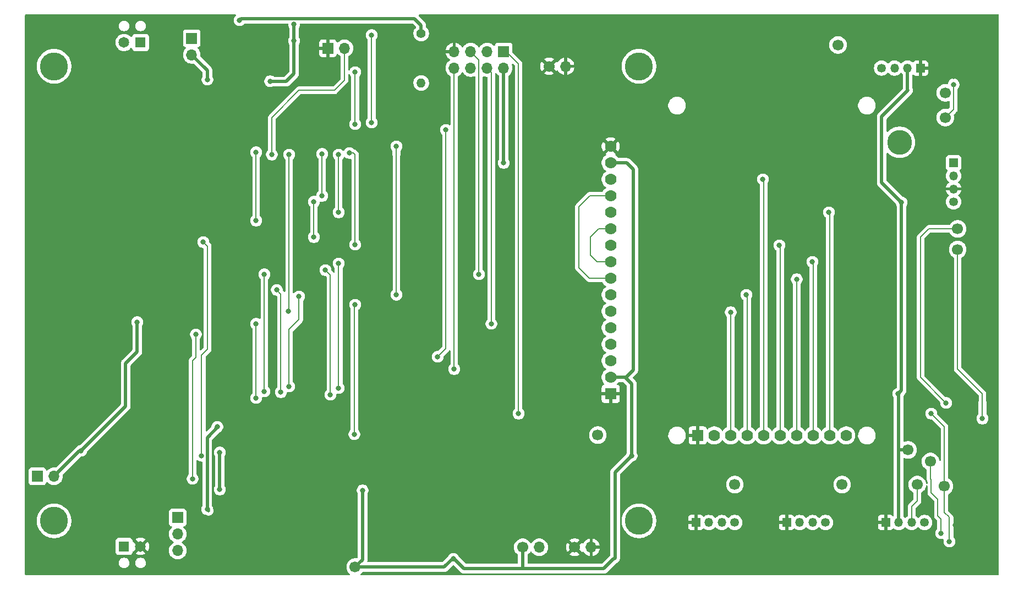
<source format=gbl>
G04 #@! TF.GenerationSoftware,KiCad,Pcbnew,9.0.5*
G04 #@! TF.CreationDate,2025-12-17T13:43:09-06:00*
G04 #@! TF.ProjectId,SensorBoard,53656e73-6f72-4426-9f61-72642e6b6963,v8.0.2*
G04 #@! TF.SameCoordinates,Original*
G04 #@! TF.FileFunction,Copper,L2,Bot*
G04 #@! TF.FilePolarity,Positive*
%FSLAX46Y46*%
G04 Gerber Fmt 4.6, Leading zero omitted, Abs format (unit mm)*
G04 Created by KiCad (PCBNEW 9.0.5) date 2025-12-17 13:43:09*
%MOMM*%
%LPD*%
G01*
G04 APERTURE LIST*
G04 #@! TA.AperFunction,ComponentPad*
%ADD10C,1.400000*%
G04 #@! TD*
G04 #@! TA.AperFunction,ComponentPad*
%ADD11O,1.400000X1.400000*%
G04 #@! TD*
G04 #@! TA.AperFunction,ComponentPad*
%ADD12R,1.700000X1.700000*%
G04 #@! TD*
G04 #@! TA.AperFunction,ComponentPad*
%ADD13O,1.700000X1.700000*%
G04 #@! TD*
G04 #@! TA.AperFunction,ComponentPad*
%ADD14C,1.700000*%
G04 #@! TD*
G04 #@! TA.AperFunction,ComponentPad*
%ADD15R,1.350000X1.350000*%
G04 #@! TD*
G04 #@! TA.AperFunction,ComponentPad*
%ADD16O,1.350000X1.350000*%
G04 #@! TD*
G04 #@! TA.AperFunction,ComponentPad*
%ADD17C,1.350000*%
G04 #@! TD*
G04 #@! TA.AperFunction,ComponentPad*
%ADD18R,1.778000X1.778000*%
G04 #@! TD*
G04 #@! TA.AperFunction,ComponentPad*
%ADD19C,1.778000*%
G04 #@! TD*
G04 #@! TA.AperFunction,ComponentPad*
%ADD20C,4.318000*%
G04 #@! TD*
G04 #@! TA.AperFunction,ComponentPad*
%ADD21R,1.650000X1.650000*%
G04 #@! TD*
G04 #@! TA.AperFunction,ComponentPad*
%ADD22C,1.650000*%
G04 #@! TD*
G04 #@! TA.AperFunction,WasherPad*
%ADD23C,3.810000*%
G04 #@! TD*
G04 #@! TA.AperFunction,ViaPad*
%ADD24C,0.800000*%
G04 #@! TD*
G04 #@! TA.AperFunction,ViaPad*
%ADD25C,2.540000*%
G04 #@! TD*
G04 #@! TA.AperFunction,Conductor*
%ADD26C,0.150000*%
G04 #@! TD*
G04 #@! TA.AperFunction,Conductor*
%ADD27C,0.500000*%
G04 #@! TD*
G04 #@! TA.AperFunction,Conductor*
%ADD28C,0.200000*%
G04 #@! TD*
G04 APERTURE END LIST*
D10*
X110490000Y-35941000D03*
D11*
X110490000Y-43561000D03*
D12*
X75184000Y-36700000D03*
D13*
X75184000Y-39240000D03*
D14*
X193040000Y-66040000D03*
D15*
X166720000Y-111252000D03*
D16*
X168720000Y-111252000D03*
X170720000Y-111252000D03*
D17*
X172720000Y-111252000D03*
D14*
X191135000Y-48895000D03*
X158750000Y-105410000D03*
X186817000Y-105410000D03*
X191135000Y-45085000D03*
X126111000Y-115062000D03*
D13*
X128651000Y-115062000D03*
D14*
X174625000Y-37719000D03*
D15*
X187325000Y-41275000D03*
D16*
X185325000Y-41275000D03*
X183325000Y-41275000D03*
D17*
X181325000Y-41275000D03*
D14*
X188849000Y-101854000D03*
D18*
X153035000Y-97844475D03*
D19*
X155575000Y-97844475D03*
X158115000Y-97844475D03*
X160655000Y-97844475D03*
X163195000Y-97844475D03*
X165735000Y-97844475D03*
X168275000Y-97844475D03*
X170815000Y-97844475D03*
X173355000Y-97844475D03*
X175895000Y-97844475D03*
D12*
X96139000Y-38227000D03*
D13*
X98679000Y-38227000D03*
D12*
X123190000Y-38735000D03*
D13*
X120650000Y-38735000D03*
X118110000Y-38735000D03*
X115570000Y-38735000D03*
X115570000Y-41275000D03*
X118110000Y-41275000D03*
X120650000Y-41275000D03*
X123190000Y-41275000D03*
D14*
X137668000Y-97790000D03*
D20*
X144000000Y-41000000D03*
X144000000Y-111000000D03*
X54000000Y-41000000D03*
D21*
X67310000Y-37338000D03*
D22*
X64770000Y-37338000D03*
D14*
X100330000Y-118110000D03*
D23*
X184095526Y-52698250D03*
D18*
X139645526Y-91433250D03*
D19*
X139645526Y-88893250D03*
X139645526Y-86353250D03*
X139645526Y-83813250D03*
X139645526Y-81273250D03*
X139645526Y-78733250D03*
X139645526Y-76193250D03*
X139645526Y-73653250D03*
X139645526Y-71113250D03*
X139645526Y-68573250D03*
X139645526Y-66033250D03*
X139645526Y-63493250D03*
X139645526Y-60953250D03*
X139645526Y-58413250D03*
X139645526Y-55873250D03*
X139645526Y-53333250D03*
D20*
X54000000Y-111000000D03*
D15*
X152750000Y-111252000D03*
D16*
X154750000Y-111252000D03*
X156750000Y-111252000D03*
D17*
X158750000Y-111252000D03*
D21*
X64770000Y-114935000D03*
D22*
X67310000Y-114935000D03*
D15*
X181960000Y-111252000D03*
D16*
X183960000Y-111252000D03*
X185960000Y-111252000D03*
D17*
X187960000Y-111252000D03*
D14*
X134112000Y-115062000D03*
D13*
X136652000Y-115062000D03*
D14*
X193040000Y-69215000D03*
X185420000Y-100076000D03*
X175260000Y-105410000D03*
X130170000Y-41000000D03*
D13*
X132710000Y-41000000D03*
D12*
X51430000Y-104140000D03*
D13*
X53970000Y-104140000D03*
D14*
X191008000Y-105664000D03*
D12*
X73025000Y-110490000D03*
D13*
X73025000Y-113030000D03*
X73025000Y-115570000D03*
D15*
X192405000Y-55880000D03*
D16*
X192405000Y-57880000D03*
X192405000Y-59880000D03*
D17*
X192405000Y-61880000D03*
D24*
X87503000Y-54610000D03*
X65278000Y-70993000D03*
X192786000Y-93853000D03*
X82931000Y-43307000D03*
X192659000Y-111633000D03*
X81280000Y-48514000D03*
X151384000Y-106680000D03*
X122555000Y-115062000D03*
X80267000Y-39621000D03*
X88900000Y-38608000D03*
X180340000Y-106680000D03*
X192405000Y-42545000D03*
D25*
X112531000Y-113030000D03*
D24*
X65405000Y-84074000D03*
X166116000Y-106680000D03*
X188849000Y-46101000D03*
X83947000Y-91440000D03*
X99537500Y-112552500D03*
X82550000Y-33909000D03*
X79502000Y-106172000D03*
X79502000Y-100457000D03*
X101473000Y-106299000D03*
X123190000Y-55880000D03*
X66802000Y-80391000D03*
X142870000Y-100965000D03*
X115444000Y-116839000D03*
X58166000Y-100203000D03*
X170688000Y-71120000D03*
X97790000Y-90551000D03*
X97790000Y-71374000D03*
X90170000Y-54610000D03*
X90043000Y-78740000D03*
X158115000Y-78867000D03*
X95250000Y-60960000D03*
X95250000Y-54483000D03*
X168275000Y-73787000D03*
X97790000Y-63500000D03*
X97790000Y-54610000D03*
X173228000Y-63500000D03*
X99441000Y-54356000D03*
X100330000Y-68453000D03*
X165608000Y-68580000D03*
X102870000Y-36195000D03*
X102870000Y-49657000D03*
X90932000Y-37084000D03*
X87249000Y-43307000D03*
X183896000Y-91440000D03*
X90932000Y-34544000D03*
X184404000Y-61976000D03*
X85090000Y-92075000D03*
X121285000Y-80645000D03*
X85090000Y-80645000D03*
X90170000Y-90297000D03*
X91694000Y-76454000D03*
X100203000Y-97663000D03*
X100330000Y-77724000D03*
X191262000Y-92837000D03*
X85090000Y-64770000D03*
X85090000Y-54229000D03*
X163068000Y-58413250D03*
X106680000Y-53340000D03*
X106680000Y-76193250D03*
X160528000Y-76200000D03*
X86360000Y-73025000D03*
X119380000Y-73025000D03*
X86360000Y-91059000D03*
X88900000Y-91186000D03*
X88265000Y-75438000D03*
X114300000Y-50800000D03*
X192415000Y-43805000D03*
X113030000Y-85725000D03*
X190500000Y-112903000D03*
X115570000Y-87630000D03*
X96520000Y-91567000D03*
X95758000Y-72390000D03*
X191770000Y-114173000D03*
X188976000Y-94488000D03*
X125476000Y-94488000D03*
X196850000Y-95250000D03*
X93980000Y-61849000D03*
X93980000Y-67310000D03*
X79121000Y-96520000D03*
X77565000Y-109220000D03*
X100330000Y-49911000D03*
X100330000Y-41910000D03*
X77597000Y-43053000D03*
X75311000Y-104521000D03*
X75819000Y-82296000D03*
X76962000Y-68072000D03*
X76708000Y-100965000D03*
D26*
X98679000Y-43180000D02*
X98679000Y-38227000D01*
X97155000Y-44704000D02*
X98679000Y-43180000D01*
X91694000Y-44704000D02*
X97155000Y-44704000D01*
X87503000Y-48895000D02*
X91694000Y-44704000D01*
X87503000Y-54610000D02*
X87503000Y-48895000D01*
D27*
X140330000Y-116718000D02*
X140330000Y-103505000D01*
X142870000Y-89921000D02*
X142870000Y-100965000D01*
X138557000Y-118364000D02*
X140081000Y-116840000D01*
X142875000Y-89916000D02*
X141852250Y-88893250D01*
X66802000Y-80391000D02*
X66802000Y-84963000D01*
X79502000Y-106172000D02*
X79502000Y-100457000D01*
X65024000Y-86741000D02*
X65024000Y-93345000D01*
X143129000Y-87757000D02*
X143129000Y-56896000D01*
X140208000Y-116840000D02*
X140330000Y-116718000D01*
X140081000Y-116840000D02*
X140208000Y-116840000D01*
X110490000Y-34671000D02*
X109474000Y-33655000D01*
X114046000Y-118110000D02*
X115443000Y-116713000D01*
X141852250Y-88893250D02*
X139645526Y-88893250D01*
X123190000Y-55880000D02*
X123190000Y-41275000D01*
X126111000Y-115062000D02*
X126111000Y-118364000D01*
X110490000Y-35941000D02*
X110490000Y-34671000D01*
X126111000Y-118364000D02*
X138557000Y-118364000D01*
X115443000Y-116713000D02*
X117094000Y-118364000D01*
X142870000Y-100965000D02*
X142875000Y-100960000D01*
X142875000Y-89916000D02*
X142870000Y-89921000D01*
X141992750Y-88893250D02*
X143129000Y-87757000D01*
X141852250Y-88893250D02*
X141992750Y-88893250D01*
X57907000Y-100203000D02*
X53970000Y-104140000D01*
X100330000Y-118110000D02*
X114046000Y-118110000D01*
X100330000Y-118110000D02*
X101473000Y-116967000D01*
X58166000Y-100203000D02*
X57907000Y-100203000D01*
X65024000Y-93345000D02*
X58166000Y-100203000D01*
X66802000Y-84963000D02*
X65024000Y-86741000D01*
X143129000Y-56896000D02*
X142106250Y-55873250D01*
X101473000Y-116967000D02*
X101473000Y-106299000D01*
X117094000Y-118364000D02*
X126111000Y-118364000D01*
X109474000Y-33655000D02*
X82804000Y-33655000D01*
X142106250Y-55873250D02*
X139645526Y-55873250D01*
X140330000Y-103505000D02*
X142870000Y-100965000D01*
X82804000Y-33655000D02*
X82550000Y-33909000D01*
D26*
X136525000Y-70104000D02*
X137534250Y-71113250D01*
X137534250Y-71113250D02*
X139645526Y-71113250D01*
X137801750Y-66033250D02*
X136525000Y-67310000D01*
X139645526Y-66033250D02*
X137801750Y-66033250D01*
X170815000Y-97844475D02*
X170815000Y-71247000D01*
X170815000Y-71247000D02*
X170688000Y-71120000D01*
X136525000Y-67310000D02*
X136525000Y-70104000D01*
D28*
X97790000Y-90551000D02*
X97790000Y-71374000D01*
D26*
X158115000Y-97844475D02*
X158115000Y-78867000D01*
X90170000Y-78740000D02*
X90170000Y-54610000D01*
X157988000Y-78740000D02*
X158115000Y-78867000D01*
X136391250Y-73653250D02*
X134747000Y-72009000D01*
X139645526Y-73653250D02*
X136391250Y-73653250D01*
X136404750Y-60953250D02*
X139645526Y-60953250D01*
X134747000Y-72009000D02*
X134747000Y-62611000D01*
X139645526Y-73653250D02*
X139645526Y-73478526D01*
X168148000Y-73660000D02*
X168275000Y-73787000D01*
X168275000Y-97844475D02*
X168275000Y-73787000D01*
X134747000Y-62611000D02*
X136404750Y-60953250D01*
X95250000Y-60960000D02*
X95250000Y-54610000D01*
X139645526Y-73478526D02*
X139573000Y-73406000D01*
X97790000Y-63500000D02*
X97790000Y-54610000D01*
X173355000Y-97844475D02*
X173355000Y-63627000D01*
X173355000Y-63627000D02*
X173228000Y-63500000D01*
X100330000Y-54610000D02*
X100076000Y-54356000D01*
X165735000Y-97844475D02*
X165735000Y-68707000D01*
X165735000Y-68707000D02*
X165608000Y-68580000D01*
X100330000Y-68453000D02*
X100330000Y-54610000D01*
X100076000Y-54356000D02*
X99441000Y-54356000D01*
D28*
X102870000Y-49657000D02*
X102870000Y-36195000D01*
D27*
X183960000Y-91504000D02*
X183960000Y-100076000D01*
X181356000Y-48768000D02*
X185420000Y-44704000D01*
X184404000Y-61976000D02*
X181356000Y-58928000D01*
X89727000Y-43369000D02*
X90932000Y-42164000D01*
X185420000Y-44704000D02*
X185325000Y-44609000D01*
X87249000Y-43369000D02*
X89727000Y-43369000D01*
X185420000Y-100076000D02*
X183960000Y-100076000D01*
X181356000Y-58928000D02*
X181356000Y-48768000D01*
X183896000Y-91440000D02*
X183960000Y-91504000D01*
X183960000Y-100076000D02*
X183960000Y-111252000D01*
X90932000Y-42164000D02*
X90932000Y-37084000D01*
X90932000Y-34544000D02*
X90932000Y-37084000D01*
X184404000Y-61976000D02*
X184404000Y-90932000D01*
X184404000Y-90932000D02*
X183896000Y-91440000D01*
X185325000Y-44609000D02*
X185325000Y-41275000D01*
D26*
X120650000Y-41275000D02*
X121285000Y-41910000D01*
X121285000Y-41910000D02*
X121285000Y-80645000D01*
X85090000Y-92075000D02*
X85090000Y-80645000D01*
D28*
X91694000Y-80010000D02*
X91694000Y-76454000D01*
D26*
X90170000Y-90297000D02*
X90170000Y-81534000D01*
D28*
X90170000Y-81534000D02*
X91694000Y-80010000D01*
X100203000Y-77851000D02*
X100330000Y-77724000D01*
X100203000Y-97663000D02*
X100203000Y-77851000D01*
D26*
X187325000Y-67310000D02*
X188595000Y-66040000D01*
X187325000Y-88900000D02*
X187325000Y-67310000D01*
X191165000Y-92740000D02*
X187325000Y-88900000D01*
X188595000Y-66040000D02*
X193040000Y-66040000D01*
X85090000Y-64770000D02*
X85090000Y-54102000D01*
X163068000Y-58674000D02*
X163195000Y-58801000D01*
X163195000Y-58801000D02*
X163195000Y-97844475D01*
X163068000Y-58413250D02*
X163068000Y-58674000D01*
D28*
X106680000Y-53340000D02*
X106680000Y-54610000D01*
D26*
X160655000Y-76581000D02*
X160655000Y-97844475D01*
X106680000Y-76193250D02*
X106680000Y-54610000D01*
X160528000Y-76200000D02*
X160528000Y-76454000D01*
X160528000Y-76454000D02*
X160655000Y-76581000D01*
X118110000Y-38735000D02*
X119380000Y-40005000D01*
X86360000Y-91059000D02*
X86360000Y-73025000D01*
X119380000Y-40005000D02*
X119380000Y-73025000D01*
X88900000Y-91186000D02*
X88900000Y-76073000D01*
D28*
X88900000Y-76073000D02*
X88265000Y-75438000D01*
X192415000Y-43805000D02*
X192405000Y-43815000D01*
X192405000Y-43815000D02*
X192405000Y-47625000D01*
D26*
X114300000Y-84455000D02*
X113030000Y-85725000D01*
D28*
X192405000Y-47625000D02*
X191135000Y-48895000D01*
D26*
X114300000Y-50800000D02*
X114300000Y-84455000D01*
D28*
X190500000Y-112903000D02*
X190500000Y-110744000D01*
D26*
X189992000Y-107696000D02*
X188976000Y-106680000D01*
X115570000Y-87376000D02*
X115570000Y-41275000D01*
X188849000Y-104521000D02*
X188849000Y-101854000D01*
X188976000Y-104648000D02*
X188849000Y-104521000D01*
X189992000Y-110236000D02*
X189992000Y-107696000D01*
X188976000Y-106680000D02*
X188976000Y-104648000D01*
X190500000Y-110744000D02*
X189992000Y-110236000D01*
D28*
X96520000Y-73152000D02*
X95758000Y-72390000D01*
D26*
X96520000Y-91567000D02*
X96520000Y-73152000D01*
D28*
X191770000Y-110490000D02*
X191694999Y-110414999D01*
D26*
X191008000Y-109728000D02*
X191008000Y-105664000D01*
X125476000Y-40640000D02*
X125476000Y-94488000D01*
X123190000Y-38735000D02*
X123571000Y-38735000D01*
X191008000Y-96520000D02*
X188976000Y-94488000D01*
D28*
X191770000Y-114173000D02*
X191770000Y-110490000D01*
D26*
X191694999Y-110414999D02*
X191008000Y-109728000D01*
X191008000Y-105664000D02*
X191008000Y-96520000D01*
X123571000Y-38735000D02*
X125476000Y-40640000D01*
X193040000Y-87630000D02*
X193040000Y-69215000D01*
X196850000Y-91440000D02*
X193040000Y-87630000D01*
D28*
X196850000Y-95250000D02*
X196850000Y-92710000D01*
D26*
X93980000Y-61849000D02*
X93980000Y-67310000D01*
X196850000Y-92710000D02*
X196850000Y-91440000D01*
D27*
X79248000Y-96520000D02*
X77565000Y-98203000D01*
X77565000Y-98203000D02*
X77565000Y-109220000D01*
X77565000Y-109220000D02*
X77771500Y-109426500D01*
D28*
X100330000Y-49911000D02*
X100330000Y-41910000D01*
D27*
X77597000Y-43053000D02*
X77597000Y-41653000D01*
X75184000Y-39621000D02*
X75184000Y-39240000D01*
X77597000Y-41653000D02*
X75184000Y-39240000D01*
D28*
X75311000Y-104521000D02*
X75311000Y-86360000D01*
X75311000Y-86360000D02*
X75819000Y-85852000D01*
X75819000Y-85852000D02*
X75819000Y-82296000D01*
X186817000Y-107950000D02*
X186817000Y-105410000D01*
X185960000Y-111252000D02*
X185960000Y-108807000D01*
X76708000Y-100965000D02*
X76708000Y-85471000D01*
X76708000Y-85471000D02*
X77597000Y-84582000D01*
X77597000Y-68707000D02*
X76962000Y-68072000D01*
X77597000Y-84582000D02*
X77597000Y-68707000D01*
X185960000Y-108807000D02*
X186817000Y-107950000D01*
G04 #@! TA.AperFunction,Conductor*
G36*
X81932677Y-33040185D02*
G01*
X81978432Y-33092989D01*
X81988376Y-33162147D01*
X81959351Y-33225703D01*
X81953319Y-33232181D01*
X81850538Y-33334961D01*
X81850535Y-33334965D01*
X81751990Y-33482446D01*
X81751983Y-33482459D01*
X81684106Y-33646332D01*
X81684103Y-33646341D01*
X81649500Y-33820304D01*
X81649500Y-33997695D01*
X81684103Y-34171658D01*
X81684106Y-34171667D01*
X81751983Y-34335540D01*
X81751990Y-34335553D01*
X81850535Y-34483034D01*
X81850538Y-34483038D01*
X81975961Y-34608461D01*
X81975965Y-34608464D01*
X82123446Y-34707009D01*
X82123459Y-34707016D01*
X82246363Y-34757923D01*
X82287334Y-34774894D01*
X82287336Y-34774894D01*
X82287341Y-34774896D01*
X82461304Y-34809499D01*
X82461307Y-34809500D01*
X82461309Y-34809500D01*
X82638693Y-34809500D01*
X82638694Y-34809499D01*
X82696682Y-34797964D01*
X82812658Y-34774896D01*
X82812661Y-34774894D01*
X82812666Y-34774894D01*
X82976547Y-34707013D01*
X83124035Y-34608464D01*
X83169164Y-34563335D01*
X83249458Y-34483042D01*
X83249459Y-34483039D01*
X83249464Y-34483035D01*
X83264449Y-34460607D01*
X83318060Y-34415804D01*
X83367550Y-34405500D01*
X89907500Y-34405500D01*
X89974539Y-34425185D01*
X90020294Y-34477989D01*
X90031500Y-34529500D01*
X90031500Y-34632695D01*
X90066103Y-34806658D01*
X90066106Y-34806667D01*
X90133984Y-34970542D01*
X90133985Y-34970543D01*
X90133987Y-34970547D01*
X90141552Y-34981868D01*
X90160602Y-35010378D01*
X90181480Y-35077055D01*
X90181500Y-35079269D01*
X90181500Y-36548729D01*
X90161815Y-36615768D01*
X90160602Y-36617620D01*
X90133988Y-36657449D01*
X90133987Y-36657452D01*
X90066106Y-36821332D01*
X90066103Y-36821341D01*
X90031500Y-36995304D01*
X90031500Y-37172695D01*
X90066103Y-37346658D01*
X90066106Y-37346667D01*
X90133984Y-37510542D01*
X90133985Y-37510543D01*
X90133987Y-37510547D01*
X90145285Y-37527455D01*
X90160602Y-37550378D01*
X90181480Y-37617055D01*
X90181500Y-37619269D01*
X90181500Y-41801770D01*
X90161815Y-41868809D01*
X90145181Y-41889451D01*
X89452451Y-42582181D01*
X89391128Y-42615666D01*
X89364770Y-42618500D01*
X87877059Y-42618500D01*
X87810020Y-42598815D01*
X87808168Y-42597602D01*
X87675552Y-42508990D01*
X87675540Y-42508983D01*
X87511667Y-42441106D01*
X87511658Y-42441103D01*
X87337694Y-42406500D01*
X87337691Y-42406500D01*
X87160309Y-42406500D01*
X87160306Y-42406500D01*
X86986341Y-42441103D01*
X86986332Y-42441106D01*
X86822459Y-42508983D01*
X86822446Y-42508990D01*
X86674965Y-42607535D01*
X86674961Y-42607538D01*
X86549538Y-42732961D01*
X86549535Y-42732965D01*
X86450990Y-42880446D01*
X86450983Y-42880459D01*
X86383106Y-43044332D01*
X86383103Y-43044341D01*
X86348500Y-43218304D01*
X86348500Y-43395695D01*
X86383103Y-43569658D01*
X86383106Y-43569667D01*
X86450983Y-43733540D01*
X86450990Y-43733553D01*
X86549535Y-43881034D01*
X86549538Y-43881038D01*
X86674961Y-44006461D01*
X86674965Y-44006464D01*
X86822446Y-44105009D01*
X86822459Y-44105016D01*
X86945363Y-44155923D01*
X86986334Y-44172894D01*
X86986336Y-44172894D01*
X86986341Y-44172896D01*
X87160304Y-44207499D01*
X87160307Y-44207500D01*
X87160309Y-44207500D01*
X87337693Y-44207500D01*
X87337694Y-44207499D01*
X87395682Y-44195964D01*
X87511658Y-44172896D01*
X87511661Y-44172894D01*
X87511666Y-44172894D01*
X87617784Y-44128939D01*
X87665236Y-44119500D01*
X89800920Y-44119500D01*
X89898462Y-44100096D01*
X89945913Y-44090658D01*
X90082495Y-44034084D01*
X90162570Y-43980580D01*
X90205416Y-43951952D01*
X91514951Y-42642416D01*
X91597084Y-42519495D01*
X91597816Y-42517729D01*
X91620808Y-42462220D01*
X91653658Y-42382913D01*
X91682500Y-42237918D01*
X91682500Y-42090083D01*
X91682500Y-37619269D01*
X91702185Y-37552230D01*
X91703398Y-37550378D01*
X91730013Y-37510547D01*
X91797894Y-37346666D01*
X91801858Y-37326736D01*
X91806847Y-37301659D01*
X91806847Y-37301658D01*
X91826951Y-37200588D01*
X91832500Y-37172691D01*
X91832500Y-36995309D01*
X91832500Y-36995306D01*
X91832499Y-36995304D01*
X91797896Y-36821341D01*
X91797893Y-36821332D01*
X91730013Y-36657453D01*
X91730011Y-36657451D01*
X91730011Y-36657449D01*
X91703398Y-36617620D01*
X91682520Y-36550942D01*
X91682500Y-36548729D01*
X91682500Y-36106304D01*
X101969500Y-36106304D01*
X101969500Y-36283695D01*
X102004103Y-36457658D01*
X102004106Y-36457667D01*
X102071983Y-36621540D01*
X102071990Y-36621553D01*
X102170534Y-36769033D01*
X102170535Y-36769034D01*
X102170536Y-36769035D01*
X102233182Y-36831681D01*
X102266666Y-36893002D01*
X102269500Y-36919361D01*
X102269500Y-48932638D01*
X102249815Y-48999677D01*
X102233181Y-49020319D01*
X102170538Y-49082961D01*
X102170535Y-49082965D01*
X102071990Y-49230446D01*
X102071983Y-49230459D01*
X102004106Y-49394332D01*
X102004103Y-49394341D01*
X101969500Y-49568304D01*
X101969500Y-49745695D01*
X102004103Y-49919658D01*
X102004106Y-49919667D01*
X102071983Y-50083540D01*
X102071990Y-50083553D01*
X102170535Y-50231034D01*
X102170538Y-50231038D01*
X102295963Y-50356463D01*
X102443446Y-50455009D01*
X102443459Y-50455016D01*
X102566363Y-50505923D01*
X102607334Y-50522894D01*
X102607336Y-50522894D01*
X102607341Y-50522896D01*
X102781304Y-50557499D01*
X102781307Y-50557500D01*
X102781309Y-50557500D01*
X102958693Y-50557500D01*
X102958694Y-50557499D01*
X103016682Y-50545964D01*
X103132658Y-50522896D01*
X103132661Y-50522894D01*
X103132666Y-50522894D01*
X103296547Y-50455013D01*
X103404139Y-50383122D01*
X103444037Y-50356463D01*
X103444038Y-50356461D01*
X103569461Y-50231038D01*
X103569464Y-50231035D01*
X103668013Y-50083547D01*
X103735894Y-49919666D01*
X103739906Y-49899500D01*
X103770499Y-49745695D01*
X103770500Y-49745693D01*
X103770500Y-49568306D01*
X103770499Y-49568304D01*
X103735896Y-49394341D01*
X103735893Y-49394332D01*
X103668016Y-49230459D01*
X103668009Y-49230446D01*
X103569464Y-49082965D01*
X103569461Y-49082961D01*
X103506819Y-49020319D01*
X103473334Y-48958996D01*
X103470500Y-48932638D01*
X103470500Y-43466513D01*
X109289500Y-43466513D01*
X109289500Y-43655486D01*
X109319059Y-43842118D01*
X109377454Y-44021836D01*
X109451786Y-44167719D01*
X109463240Y-44190199D01*
X109574310Y-44343073D01*
X109707927Y-44476690D01*
X109860801Y-44587760D01*
X109890733Y-44603011D01*
X110029163Y-44673545D01*
X110029165Y-44673545D01*
X110029168Y-44673547D01*
X110125497Y-44704846D01*
X110208881Y-44731940D01*
X110395514Y-44761500D01*
X110395519Y-44761500D01*
X110584486Y-44761500D01*
X110771118Y-44731940D01*
X110950832Y-44673547D01*
X111119199Y-44587760D01*
X111272073Y-44476690D01*
X111405690Y-44343073D01*
X111516760Y-44190199D01*
X111602547Y-44021832D01*
X111660940Y-43842118D01*
X111680866Y-43716309D01*
X111690500Y-43655486D01*
X111690500Y-43466513D01*
X111660940Y-43279881D01*
X111616039Y-43141691D01*
X111602547Y-43100168D01*
X111602545Y-43100165D01*
X111602545Y-43100163D01*
X111540268Y-42977939D01*
X111516760Y-42931801D01*
X111405690Y-42778927D01*
X111272073Y-42645310D01*
X111119199Y-42534240D01*
X111104116Y-42526555D01*
X110950836Y-42448454D01*
X110771118Y-42390059D01*
X110584486Y-42360500D01*
X110584481Y-42360500D01*
X110395519Y-42360500D01*
X110395514Y-42360500D01*
X110208881Y-42390059D01*
X110029163Y-42448454D01*
X109860800Y-42534240D01*
X109788706Y-42586620D01*
X109707927Y-42645310D01*
X109707925Y-42645312D01*
X109707924Y-42645312D01*
X109574312Y-42778924D01*
X109574312Y-42778925D01*
X109574310Y-42778927D01*
X109526610Y-42844579D01*
X109463240Y-42931800D01*
X109377454Y-43100163D01*
X109319059Y-43279881D01*
X109289500Y-43466513D01*
X103470500Y-43466513D01*
X103470500Y-36919361D01*
X103490185Y-36852322D01*
X103506814Y-36831684D01*
X103569464Y-36769035D01*
X103668013Y-36621547D01*
X103735894Y-36457666D01*
X103744767Y-36413062D01*
X103770499Y-36283695D01*
X103770500Y-36283693D01*
X103770500Y-36106306D01*
X103770499Y-36106304D01*
X103735896Y-35932341D01*
X103735893Y-35932332D01*
X103668016Y-35768459D01*
X103668009Y-35768446D01*
X103569464Y-35620965D01*
X103569461Y-35620961D01*
X103444038Y-35495538D01*
X103444034Y-35495535D01*
X103296553Y-35396990D01*
X103296540Y-35396983D01*
X103132667Y-35329106D01*
X103132658Y-35329103D01*
X102958694Y-35294500D01*
X102958691Y-35294500D01*
X102781309Y-35294500D01*
X102781306Y-35294500D01*
X102607341Y-35329103D01*
X102607332Y-35329106D01*
X102443459Y-35396983D01*
X102443446Y-35396990D01*
X102295965Y-35495535D01*
X102295961Y-35495538D01*
X102170538Y-35620961D01*
X102170535Y-35620965D01*
X102071990Y-35768446D01*
X102071983Y-35768459D01*
X102004106Y-35932332D01*
X102004103Y-35932341D01*
X101969500Y-36106304D01*
X91682500Y-36106304D01*
X91682500Y-35079269D01*
X91702185Y-35012230D01*
X91703398Y-35010378D01*
X91708749Y-35002370D01*
X91730013Y-34970547D01*
X91797894Y-34806666D01*
X91804214Y-34774896D01*
X91832499Y-34632695D01*
X91832500Y-34632693D01*
X91832500Y-34529500D01*
X91852185Y-34462461D01*
X91904989Y-34416706D01*
X91956500Y-34405500D01*
X109111770Y-34405500D01*
X109178809Y-34425185D01*
X109199451Y-34441819D01*
X109657753Y-34900121D01*
X109691238Y-34961444D01*
X109686254Y-35031136D01*
X109657754Y-35075483D01*
X109574309Y-35158928D01*
X109463240Y-35311800D01*
X109377454Y-35480163D01*
X109319059Y-35659881D01*
X109289500Y-35846513D01*
X109289500Y-36035486D01*
X109319059Y-36222118D01*
X109377454Y-36401836D01*
X109453428Y-36550942D01*
X109463240Y-36570199D01*
X109574310Y-36723073D01*
X109707927Y-36856690D01*
X109860801Y-36967760D01*
X109914869Y-36995309D01*
X110029163Y-37053545D01*
X110029165Y-37053545D01*
X110029168Y-37053547D01*
X110125497Y-37084846D01*
X110208881Y-37111940D01*
X110395514Y-37141500D01*
X110395519Y-37141500D01*
X110584486Y-37141500D01*
X110771118Y-37111940D01*
X110950832Y-37053547D01*
X111119199Y-36967760D01*
X111272073Y-36856690D01*
X111405690Y-36723073D01*
X111516760Y-36570199D01*
X111602547Y-36401832D01*
X111660940Y-36222118D01*
X111663757Y-36204330D01*
X111690500Y-36035486D01*
X111690500Y-35846513D01*
X111660940Y-35659881D01*
X111602545Y-35480163D01*
X111539234Y-35355909D01*
X111516760Y-35311801D01*
X111405690Y-35158927D01*
X111276818Y-35030055D01*
X111243334Y-34968732D01*
X111240500Y-34942374D01*
X111240500Y-34597079D01*
X111211659Y-34452092D01*
X111211658Y-34452091D01*
X111211658Y-34452087D01*
X111155084Y-34315505D01*
X111121000Y-34264494D01*
X111121000Y-34264493D01*
X111072950Y-34192581D01*
X111072947Y-34192578D01*
X110112549Y-33232181D01*
X110079064Y-33170858D01*
X110084048Y-33101167D01*
X110125920Y-33045233D01*
X110191384Y-33020816D01*
X110200230Y-33020500D01*
X199265500Y-33020500D01*
X199332539Y-33040185D01*
X199378294Y-33092989D01*
X199389500Y-33144500D01*
X199389500Y-119255500D01*
X199369815Y-119322539D01*
X199317011Y-119368294D01*
X199265500Y-119379500D01*
X101261925Y-119379500D01*
X101194886Y-119359815D01*
X101149131Y-119307011D01*
X101139187Y-119237853D01*
X101168212Y-119174297D01*
X101189040Y-119155181D01*
X101209792Y-119140104D01*
X101360104Y-118989792D01*
X101360108Y-118989786D01*
X101416903Y-118911615D01*
X101472233Y-118868949D01*
X101517221Y-118860500D01*
X114119920Y-118860500D01*
X114217462Y-118841096D01*
X114264913Y-118831658D01*
X114401495Y-118775084D01*
X114450729Y-118742186D01*
X114524416Y-118692952D01*
X115355318Y-117862047D01*
X115416641Y-117828563D01*
X115486332Y-117833547D01*
X115530680Y-117862048D01*
X116511049Y-118842416D01*
X116615584Y-118946951D01*
X116615587Y-118946953D01*
X116615588Y-118946954D01*
X116738503Y-119029083D01*
X116738506Y-119029085D01*
X116788665Y-119049861D01*
X116795080Y-119052518D01*
X116875088Y-119085659D01*
X116991241Y-119108763D01*
X117014380Y-119113365D01*
X117020081Y-119114500D01*
X117020082Y-119114500D01*
X138630920Y-119114500D01*
X138728462Y-119095096D01*
X138775913Y-119085658D01*
X138912495Y-119029084D01*
X138971300Y-118989792D01*
X138971300Y-118989791D01*
X138971302Y-118989791D01*
X139035413Y-118946954D01*
X139035416Y-118946952D01*
X140398881Y-117583484D01*
X140439107Y-117556607D01*
X140439271Y-117556539D01*
X140563495Y-117505084D01*
X140652795Y-117445416D01*
X140652797Y-117445415D01*
X140686409Y-117422957D01*
X140686410Y-117422955D01*
X140686416Y-117422952D01*
X140912952Y-117196416D01*
X140971026Y-117109500D01*
X140995084Y-117073495D01*
X141051658Y-116936913D01*
X141067267Y-116858443D01*
X141080500Y-116791920D01*
X141080500Y-110850641D01*
X141340500Y-110850641D01*
X141340500Y-111149358D01*
X141373943Y-111446172D01*
X141373945Y-111446184D01*
X141440413Y-111737403D01*
X141440417Y-111737415D01*
X141539072Y-112019353D01*
X141668674Y-112288474D01*
X141827600Y-112541403D01*
X141827601Y-112541405D01*
X142013833Y-112774934D01*
X142225065Y-112986166D01*
X142458594Y-113172398D01*
X142458597Y-113172399D01*
X142458599Y-113172401D01*
X142711523Y-113331324D01*
X142980650Y-113460929D01*
X143092312Y-113500001D01*
X143262584Y-113559582D01*
X143262596Y-113559586D01*
X143553815Y-113626055D01*
X143850642Y-113659499D01*
X143850643Y-113659500D01*
X143850646Y-113659500D01*
X144149357Y-113659500D01*
X144149357Y-113659499D01*
X144446185Y-113626055D01*
X144737404Y-113559586D01*
X145019350Y-113460929D01*
X145288477Y-113331324D01*
X145541401Y-113172401D01*
X145549845Y-113165667D01*
X145774934Y-112986166D01*
X145774936Y-112986163D01*
X145774941Y-112986160D01*
X145986160Y-112774941D01*
X146034953Y-112713757D01*
X146172398Y-112541405D01*
X146172399Y-112541403D01*
X146172401Y-112541401D01*
X146331324Y-112288477D01*
X146460929Y-112019350D01*
X146559586Y-111737404D01*
X146626055Y-111446185D01*
X146626057Y-111446169D01*
X146627118Y-111436756D01*
X146627118Y-111436754D01*
X146658358Y-111159486D01*
X146659500Y-111149354D01*
X146659500Y-110850646D01*
X146626055Y-110553815D01*
X146620426Y-110529155D01*
X151575000Y-110529155D01*
X151575000Y-111002000D01*
X152434314Y-111002000D01*
X152429920Y-111006394D01*
X152377259Y-111097606D01*
X152350000Y-111199339D01*
X152350000Y-111304661D01*
X152377259Y-111406394D01*
X152429920Y-111497606D01*
X152434314Y-111502000D01*
X151575000Y-111502000D01*
X151575000Y-111974844D01*
X151581401Y-112034372D01*
X151581403Y-112034379D01*
X151631645Y-112169086D01*
X151631649Y-112169093D01*
X151717809Y-112284187D01*
X151717812Y-112284190D01*
X151832906Y-112370350D01*
X151832913Y-112370354D01*
X151967620Y-112420596D01*
X151967627Y-112420598D01*
X152027155Y-112426999D01*
X152027172Y-112427000D01*
X152500000Y-112427000D01*
X152500000Y-111567686D01*
X152504394Y-111572080D01*
X152595606Y-111624741D01*
X152697339Y-111652000D01*
X152802661Y-111652000D01*
X152904394Y-111624741D01*
X152995606Y-111572080D01*
X153000000Y-111567686D01*
X153000000Y-112427000D01*
X153472828Y-112427000D01*
X153472844Y-112426999D01*
X153532372Y-112420598D01*
X153532379Y-112420596D01*
X153667086Y-112370354D01*
X153667093Y-112370350D01*
X153782186Y-112284190D01*
X153845836Y-112199167D01*
X153901770Y-112157296D01*
X153971462Y-112152312D01*
X154017986Y-112173158D01*
X154133904Y-112257378D01*
X154194933Y-112288474D01*
X154298764Y-112341379D01*
X154298767Y-112341380D01*
X154386750Y-112369967D01*
X154474736Y-112398555D01*
X154657486Y-112427500D01*
X154657487Y-112427500D01*
X154842513Y-112427500D01*
X154842514Y-112427500D01*
X155025264Y-112398555D01*
X155201235Y-112341379D01*
X155366096Y-112257378D01*
X155515787Y-112148621D01*
X155646621Y-112017787D01*
X155649680Y-112013576D01*
X155705006Y-111970909D01*
X155774619Y-111964926D01*
X155836415Y-111997529D01*
X155850315Y-112013570D01*
X155853379Y-112017787D01*
X155984213Y-112148621D01*
X156133904Y-112257378D01*
X156194933Y-112288474D01*
X156298764Y-112341379D01*
X156298767Y-112341380D01*
X156386750Y-112369967D01*
X156474736Y-112398555D01*
X156657486Y-112427500D01*
X156657487Y-112427500D01*
X156842513Y-112427500D01*
X156842514Y-112427500D01*
X157025264Y-112398555D01*
X157201235Y-112341379D01*
X157366096Y-112257378D01*
X157515787Y-112148621D01*
X157646621Y-112017787D01*
X157649680Y-112013576D01*
X157705006Y-111970909D01*
X157774619Y-111964926D01*
X157836415Y-111997529D01*
X157850315Y-112013570D01*
X157853379Y-112017787D01*
X157984213Y-112148621D01*
X158133904Y-112257378D01*
X158194933Y-112288474D01*
X158298764Y-112341379D01*
X158298767Y-112341380D01*
X158386750Y-112369967D01*
X158474736Y-112398555D01*
X158657486Y-112427500D01*
X158657487Y-112427500D01*
X158842513Y-112427500D01*
X158842514Y-112427500D01*
X159025264Y-112398555D01*
X159201235Y-112341379D01*
X159366096Y-112257378D01*
X159515787Y-112148621D01*
X159646621Y-112017787D01*
X159755378Y-111868096D01*
X159839379Y-111703235D01*
X159896555Y-111527264D01*
X159910890Y-111436756D01*
X159911764Y-111431240D01*
X159925500Y-111344513D01*
X159925500Y-111159486D01*
X159900556Y-111002000D01*
X159896555Y-110976736D01*
X159839379Y-110800765D01*
X159839379Y-110800764D01*
X159755375Y-110635899D01*
X159728375Y-110598737D01*
X159728374Y-110598736D01*
X159677820Y-110529155D01*
X165545000Y-110529155D01*
X165545000Y-111002000D01*
X166404314Y-111002000D01*
X166399920Y-111006394D01*
X166347259Y-111097606D01*
X166320000Y-111199339D01*
X166320000Y-111304661D01*
X166347259Y-111406394D01*
X166399920Y-111497606D01*
X166404314Y-111502000D01*
X165545000Y-111502000D01*
X165545000Y-111974844D01*
X165551401Y-112034372D01*
X165551403Y-112034379D01*
X165601645Y-112169086D01*
X165601649Y-112169093D01*
X165687809Y-112284187D01*
X165687812Y-112284190D01*
X165802906Y-112370350D01*
X165802913Y-112370354D01*
X165937620Y-112420596D01*
X165937627Y-112420598D01*
X165997155Y-112426999D01*
X165997172Y-112427000D01*
X166470000Y-112427000D01*
X166470000Y-111567686D01*
X166474394Y-111572080D01*
X166565606Y-111624741D01*
X166667339Y-111652000D01*
X166772661Y-111652000D01*
X166874394Y-111624741D01*
X166965606Y-111572080D01*
X166970000Y-111567686D01*
X166970000Y-112427000D01*
X167442828Y-112427000D01*
X167442844Y-112426999D01*
X167502372Y-112420598D01*
X167502379Y-112420596D01*
X167637086Y-112370354D01*
X167637093Y-112370350D01*
X167752186Y-112284190D01*
X167815836Y-112199167D01*
X167871770Y-112157296D01*
X167941462Y-112152312D01*
X167987986Y-112173158D01*
X168103904Y-112257378D01*
X168164933Y-112288474D01*
X168268764Y-112341379D01*
X168268767Y-112341380D01*
X168356750Y-112369967D01*
X168444736Y-112398555D01*
X168627486Y-112427500D01*
X168627487Y-112427500D01*
X168812513Y-112427500D01*
X168812514Y-112427500D01*
X168995264Y-112398555D01*
X169171235Y-112341379D01*
X169336096Y-112257378D01*
X169485787Y-112148621D01*
X169616621Y-112017787D01*
X169619680Y-112013576D01*
X169675006Y-111970909D01*
X169744619Y-111964926D01*
X169806415Y-111997529D01*
X169820315Y-112013570D01*
X169823379Y-112017787D01*
X169954213Y-112148621D01*
X170103904Y-112257378D01*
X170164933Y-112288474D01*
X170268764Y-112341379D01*
X170268767Y-112341380D01*
X170356750Y-112369967D01*
X170444736Y-112398555D01*
X170627486Y-112427500D01*
X170627487Y-112427500D01*
X170812513Y-112427500D01*
X170812514Y-112427500D01*
X170995264Y-112398555D01*
X171171235Y-112341379D01*
X171336096Y-112257378D01*
X171485787Y-112148621D01*
X171616621Y-112017787D01*
X171619680Y-112013576D01*
X171675006Y-111970909D01*
X171744619Y-111964926D01*
X171806415Y-111997529D01*
X171820315Y-112013570D01*
X171823379Y-112017787D01*
X171954213Y-112148621D01*
X172103904Y-112257378D01*
X172164933Y-112288474D01*
X172268764Y-112341379D01*
X172268767Y-112341380D01*
X172356750Y-112369967D01*
X172444736Y-112398555D01*
X172627486Y-112427500D01*
X172627487Y-112427500D01*
X172812513Y-112427500D01*
X172812514Y-112427500D01*
X172995264Y-112398555D01*
X173171235Y-112341379D01*
X173336096Y-112257378D01*
X173485787Y-112148621D01*
X173616621Y-112017787D01*
X173725378Y-111868096D01*
X173809379Y-111703235D01*
X173866555Y-111527264D01*
X173880890Y-111436756D01*
X173881764Y-111431240D01*
X173895500Y-111344513D01*
X173895500Y-111159486D01*
X173870556Y-111002000D01*
X173866555Y-110976736D01*
X173809379Y-110800765D01*
X173809379Y-110800764D01*
X173725375Y-110635899D01*
X173698375Y-110598737D01*
X173698374Y-110598736D01*
X173647820Y-110529155D01*
X173616621Y-110486213D01*
X173485787Y-110355379D01*
X173336096Y-110246622D01*
X173171235Y-110162620D01*
X173171232Y-110162619D01*
X172995265Y-110105445D01*
X172903889Y-110090972D01*
X172812514Y-110076500D01*
X172627486Y-110076500D01*
X172566569Y-110086148D01*
X172444734Y-110105445D01*
X172268767Y-110162619D01*
X172268764Y-110162620D01*
X172103903Y-110246622D01*
X172023785Y-110304832D01*
X171954213Y-110355379D01*
X171954211Y-110355381D01*
X171954210Y-110355381D01*
X171823381Y-110486210D01*
X171820314Y-110490432D01*
X171764981Y-110533094D01*
X171695367Y-110539069D01*
X171633574Y-110506459D01*
X171619686Y-110490432D01*
X171616621Y-110486213D01*
X171485787Y-110355379D01*
X171336096Y-110246622D01*
X171171235Y-110162620D01*
X171171232Y-110162619D01*
X170995265Y-110105445D01*
X170903889Y-110090972D01*
X170812514Y-110076500D01*
X170627486Y-110076500D01*
X170566569Y-110086148D01*
X170444734Y-110105445D01*
X170268767Y-110162619D01*
X170268764Y-110162620D01*
X170103903Y-110246622D01*
X170023785Y-110304832D01*
X169954213Y-110355379D01*
X169954211Y-110355381D01*
X169954210Y-110355381D01*
X169823381Y-110486210D01*
X169820314Y-110490432D01*
X169764981Y-110533094D01*
X169695367Y-110539069D01*
X169633574Y-110506459D01*
X169619686Y-110490432D01*
X169616621Y-110486213D01*
X169485787Y-110355379D01*
X169336096Y-110246622D01*
X169171235Y-110162620D01*
X169171232Y-110162619D01*
X168995265Y-110105445D01*
X168903889Y-110090972D01*
X168812514Y-110076500D01*
X168627486Y-110076500D01*
X168566569Y-110086148D01*
X168444734Y-110105445D01*
X168268767Y-110162619D01*
X168268764Y-110162620D01*
X168103900Y-110246624D01*
X167987987Y-110330839D01*
X167922180Y-110354319D01*
X167854127Y-110338493D01*
X167815835Y-110304832D01*
X167752186Y-110219809D01*
X167637093Y-110133649D01*
X167637086Y-110133645D01*
X167502379Y-110083403D01*
X167502372Y-110083401D01*
X167442844Y-110077000D01*
X166970000Y-110077000D01*
X166970000Y-110936314D01*
X166965606Y-110931920D01*
X166874394Y-110879259D01*
X166772661Y-110852000D01*
X166667339Y-110852000D01*
X166565606Y-110879259D01*
X166474394Y-110931920D01*
X166470000Y-110936314D01*
X166470000Y-110077000D01*
X165997155Y-110077000D01*
X165937627Y-110083401D01*
X165937620Y-110083403D01*
X165802913Y-110133645D01*
X165802906Y-110133649D01*
X165687812Y-110219809D01*
X165687809Y-110219812D01*
X165601649Y-110334906D01*
X165601645Y-110334913D01*
X165551403Y-110469620D01*
X165551401Y-110469627D01*
X165545000Y-110529155D01*
X159677820Y-110529155D01*
X159646621Y-110486213D01*
X159515787Y-110355379D01*
X159366096Y-110246622D01*
X159201235Y-110162620D01*
X159201232Y-110162619D01*
X159025265Y-110105445D01*
X158933889Y-110090972D01*
X158842514Y-110076500D01*
X158657486Y-110076500D01*
X158596569Y-110086148D01*
X158474734Y-110105445D01*
X158298767Y-110162619D01*
X158298764Y-110162620D01*
X158133903Y-110246622D01*
X158053785Y-110304832D01*
X157984213Y-110355379D01*
X157984211Y-110355381D01*
X157984210Y-110355381D01*
X157853381Y-110486210D01*
X157850314Y-110490432D01*
X157794981Y-110533094D01*
X157725367Y-110539069D01*
X157663574Y-110506459D01*
X157649686Y-110490432D01*
X157646621Y-110486213D01*
X157515787Y-110355379D01*
X157366096Y-110246622D01*
X157201235Y-110162620D01*
X157201232Y-110162619D01*
X157025265Y-110105445D01*
X156933889Y-110090972D01*
X156842514Y-110076500D01*
X156657486Y-110076500D01*
X156596569Y-110086148D01*
X156474734Y-110105445D01*
X156298767Y-110162619D01*
X156298764Y-110162620D01*
X156133903Y-110246622D01*
X156053785Y-110304832D01*
X155984213Y-110355379D01*
X155984211Y-110355381D01*
X155984210Y-110355381D01*
X155853381Y-110486210D01*
X155850314Y-110490432D01*
X155794981Y-110533094D01*
X155725367Y-110539069D01*
X155663574Y-110506459D01*
X155649686Y-110490432D01*
X155646621Y-110486213D01*
X155515787Y-110355379D01*
X155366096Y-110246622D01*
X155201235Y-110162620D01*
X155201232Y-110162619D01*
X155025265Y-110105445D01*
X154933889Y-110090972D01*
X154842514Y-110076500D01*
X154657486Y-110076500D01*
X154596569Y-110086148D01*
X154474734Y-110105445D01*
X154298767Y-110162619D01*
X154298764Y-110162620D01*
X154133900Y-110246624D01*
X154017987Y-110330839D01*
X153952180Y-110354319D01*
X153884127Y-110338493D01*
X153845835Y-110304832D01*
X153782186Y-110219809D01*
X153667093Y-110133649D01*
X153667086Y-110133645D01*
X153532379Y-110083403D01*
X153532372Y-110083401D01*
X153472844Y-110077000D01*
X153000000Y-110077000D01*
X153000000Y-110936314D01*
X152995606Y-110931920D01*
X152904394Y-110879259D01*
X152802661Y-110852000D01*
X152697339Y-110852000D01*
X152595606Y-110879259D01*
X152504394Y-110931920D01*
X152500000Y-110936314D01*
X152500000Y-110077000D01*
X152027155Y-110077000D01*
X151967627Y-110083401D01*
X151967620Y-110083403D01*
X151832913Y-110133645D01*
X151832906Y-110133649D01*
X151717812Y-110219809D01*
X151717809Y-110219812D01*
X151631649Y-110334906D01*
X151631645Y-110334913D01*
X151581403Y-110469620D01*
X151581401Y-110469627D01*
X151575000Y-110529155D01*
X146620426Y-110529155D01*
X146580763Y-110355379D01*
X146559587Y-110262600D01*
X146559582Y-110262584D01*
X146515904Y-110137760D01*
X146460929Y-109980650D01*
X146331324Y-109711523D01*
X146172401Y-109458599D01*
X146172399Y-109458596D01*
X146172398Y-109458594D01*
X145986166Y-109225065D01*
X145774934Y-109013833D01*
X145541405Y-108827601D01*
X145541403Y-108827600D01*
X145288474Y-108668674D01*
X145019353Y-108539072D01*
X144737415Y-108440417D01*
X144737403Y-108440413D01*
X144512653Y-108389115D01*
X144446185Y-108373945D01*
X144446181Y-108373944D01*
X144446172Y-108373943D01*
X144149358Y-108340500D01*
X144149354Y-108340500D01*
X143850646Y-108340500D01*
X143850641Y-108340500D01*
X143553827Y-108373943D01*
X143553815Y-108373945D01*
X143262596Y-108440413D01*
X143262584Y-108440417D01*
X142980646Y-108539072D01*
X142711525Y-108668674D01*
X142458596Y-108827600D01*
X142458594Y-108827601D01*
X142225065Y-109013833D01*
X142013833Y-109225065D01*
X141827601Y-109458594D01*
X141827600Y-109458596D01*
X141668674Y-109711525D01*
X141539072Y-109980646D01*
X141440417Y-110262584D01*
X141440413Y-110262596D01*
X141373945Y-110553815D01*
X141373943Y-110553827D01*
X141340500Y-110850641D01*
X141080500Y-110850641D01*
X141080500Y-105303713D01*
X157399500Y-105303713D01*
X157399500Y-105516286D01*
X157432551Y-105724965D01*
X157432754Y-105726243D01*
X157492246Y-105909341D01*
X157498444Y-105928414D01*
X157594951Y-106117820D01*
X157719890Y-106289786D01*
X157870213Y-106440109D01*
X158042179Y-106565048D01*
X158042181Y-106565049D01*
X158042184Y-106565051D01*
X158231588Y-106661557D01*
X158433757Y-106727246D01*
X158643713Y-106760500D01*
X158643714Y-106760500D01*
X158856286Y-106760500D01*
X158856287Y-106760500D01*
X159066243Y-106727246D01*
X159268412Y-106661557D01*
X159457816Y-106565051D01*
X159487085Y-106543786D01*
X159629786Y-106440109D01*
X159629788Y-106440106D01*
X159629792Y-106440104D01*
X159780104Y-106289792D01*
X159780106Y-106289788D01*
X159780109Y-106289786D01*
X159905048Y-106117820D01*
X159905047Y-106117820D01*
X159905051Y-106117816D01*
X160001557Y-105928412D01*
X160067246Y-105726243D01*
X160100500Y-105516287D01*
X160100500Y-105303713D01*
X173909500Y-105303713D01*
X173909500Y-105516286D01*
X173942551Y-105724965D01*
X173942754Y-105726243D01*
X174002246Y-105909341D01*
X174008444Y-105928414D01*
X174104951Y-106117820D01*
X174229890Y-106289786D01*
X174380213Y-106440109D01*
X174552179Y-106565048D01*
X174552181Y-106565049D01*
X174552184Y-106565051D01*
X174741588Y-106661557D01*
X174943757Y-106727246D01*
X175153713Y-106760500D01*
X175153714Y-106760500D01*
X175366286Y-106760500D01*
X175366287Y-106760500D01*
X175576243Y-106727246D01*
X175778412Y-106661557D01*
X175967816Y-106565051D01*
X175997085Y-106543786D01*
X176139786Y-106440109D01*
X176139788Y-106440106D01*
X176139792Y-106440104D01*
X176290104Y-106289792D01*
X176290106Y-106289788D01*
X176290109Y-106289786D01*
X176415048Y-106117820D01*
X176415047Y-106117820D01*
X176415051Y-106117816D01*
X176511557Y-105928412D01*
X176577246Y-105726243D01*
X176610500Y-105516287D01*
X176610500Y-105303713D01*
X176577246Y-105093757D01*
X176511557Y-104891588D01*
X176415051Y-104702184D01*
X176415049Y-104702181D01*
X176415048Y-104702179D01*
X176290109Y-104530213D01*
X176139786Y-104379890D01*
X175967820Y-104254951D01*
X175778414Y-104158444D01*
X175778413Y-104158443D01*
X175778412Y-104158443D01*
X175576243Y-104092754D01*
X175576241Y-104092753D01*
X175576240Y-104092753D01*
X175414957Y-104067208D01*
X175366287Y-104059500D01*
X175153713Y-104059500D01*
X175105042Y-104067208D01*
X174943760Y-104092753D01*
X174741585Y-104158444D01*
X174552179Y-104254951D01*
X174380213Y-104379890D01*
X174229890Y-104530213D01*
X174104951Y-104702179D01*
X174008444Y-104891585D01*
X173942753Y-105093760D01*
X173909500Y-105303713D01*
X160100500Y-105303713D01*
X160067246Y-105093757D01*
X160001557Y-104891588D01*
X159905051Y-104702184D01*
X159905049Y-104702181D01*
X159905048Y-104702179D01*
X159780109Y-104530213D01*
X159629786Y-104379890D01*
X159457820Y-104254951D01*
X159268414Y-104158444D01*
X159268413Y-104158443D01*
X159268412Y-104158443D01*
X159066243Y-104092754D01*
X159066241Y-104092753D01*
X159066240Y-104092753D01*
X158904957Y-104067208D01*
X158856287Y-104059500D01*
X158643713Y-104059500D01*
X158595042Y-104067208D01*
X158433760Y-104092753D01*
X158231585Y-104158444D01*
X158042179Y-104254951D01*
X157870213Y-104379890D01*
X157719890Y-104530213D01*
X157594951Y-104702179D01*
X157498444Y-104891585D01*
X157432753Y-105093760D01*
X157399500Y-105303713D01*
X141080500Y-105303713D01*
X141080500Y-103867228D01*
X141100185Y-103800189D01*
X141116814Y-103779552D01*
X143022192Y-101874173D01*
X143083513Y-101840690D01*
X143085545Y-101840266D01*
X143132666Y-101830894D01*
X143296547Y-101763013D01*
X143444035Y-101664464D01*
X143569464Y-101539035D01*
X143668013Y-101391547D01*
X143735894Y-101227666D01*
X143770500Y-101053691D01*
X143770500Y-100876309D01*
X143770500Y-100876306D01*
X143770499Y-100876304D01*
X143735896Y-100702341D01*
X143735893Y-100702332D01*
X143705742Y-100629540D01*
X143668013Y-100538453D01*
X143668011Y-100538451D01*
X143668011Y-100538449D01*
X143641398Y-100498620D01*
X143620520Y-100431942D01*
X143620500Y-100429729D01*
X143620500Y-97737874D01*
X148505500Y-97737874D01*
X148505500Y-97951076D01*
X148505937Y-97953836D01*
X148538853Y-98161655D01*
X148538853Y-98161658D01*
X148604734Y-98364419D01*
X148604736Y-98364422D01*
X148701528Y-98554388D01*
X148826846Y-98726872D01*
X148977603Y-98877629D01*
X149150087Y-99002947D01*
X149340053Y-99099739D01*
X149340055Y-99099740D01*
X149439884Y-99132176D01*
X149542821Y-99165622D01*
X149753399Y-99198975D01*
X149753400Y-99198975D01*
X149966600Y-99198975D01*
X149966601Y-99198975D01*
X150177179Y-99165622D01*
X150177182Y-99165621D01*
X150177183Y-99165621D01*
X150379944Y-99099740D01*
X150379944Y-99099739D01*
X150379947Y-99099739D01*
X150569913Y-99002947D01*
X150742397Y-98877629D01*
X150893154Y-98726872D01*
X151018472Y-98554388D01*
X151115264Y-98364422D01*
X151133463Y-98308412D01*
X151181146Y-98161658D01*
X151181146Y-98161657D01*
X151181147Y-98161654D01*
X151214500Y-97951076D01*
X151214500Y-97737874D01*
X151181147Y-97527296D01*
X151181146Y-97527292D01*
X151181146Y-97527291D01*
X151115265Y-97324530D01*
X151115263Y-97324527D01*
X151111943Y-97318010D01*
X151018472Y-97134562D01*
X150893154Y-96962078D01*
X150838706Y-96907630D01*
X151646000Y-96907630D01*
X151646000Y-97594475D01*
X152592749Y-97594475D01*
X152561619Y-97648394D01*
X152527000Y-97777595D01*
X152527000Y-97911355D01*
X152561619Y-98040556D01*
X152592749Y-98094475D01*
X151646000Y-98094475D01*
X151646000Y-98781319D01*
X151652401Y-98840847D01*
X151652403Y-98840854D01*
X151702645Y-98975561D01*
X151702649Y-98975568D01*
X151788809Y-99090662D01*
X151788812Y-99090665D01*
X151903906Y-99176825D01*
X151903913Y-99176829D01*
X152038620Y-99227071D01*
X152038627Y-99227073D01*
X152098155Y-99233474D01*
X152098172Y-99233475D01*
X152785000Y-99233475D01*
X152785000Y-98286726D01*
X152838919Y-98317856D01*
X152968120Y-98352475D01*
X153101880Y-98352475D01*
X153231081Y-98317856D01*
X153285000Y-98286726D01*
X153285000Y-99233475D01*
X153971828Y-99233475D01*
X153971844Y-99233474D01*
X154031372Y-99227073D01*
X154031379Y-99227071D01*
X154166086Y-99176829D01*
X154166093Y-99176825D01*
X154281187Y-99090665D01*
X154281190Y-99090662D01*
X154367350Y-98975568D01*
X154367354Y-98975561D01*
X154401439Y-98884176D01*
X154443310Y-98828242D01*
X154508774Y-98803825D01*
X154577047Y-98818677D01*
X154605302Y-98839828D01*
X154669806Y-98904332D01*
X154835374Y-99024622D01*
X154846743Y-99032882D01*
X154960142Y-99090662D01*
X155041616Y-99132176D01*
X155041619Y-99132177D01*
X155144551Y-99165621D01*
X155249625Y-99199761D01*
X155349672Y-99215607D01*
X155465639Y-99233975D01*
X155465644Y-99233975D01*
X155684361Y-99233975D01*
X155789082Y-99217387D01*
X155900375Y-99199761D01*
X156108383Y-99132176D01*
X156303257Y-99032882D01*
X156424151Y-98945048D01*
X156480193Y-98904332D01*
X156480195Y-98904329D01*
X156480199Y-98904327D01*
X156634852Y-98749674D01*
X156744683Y-98598503D01*
X156800011Y-98555839D01*
X156869624Y-98549860D01*
X156931420Y-98582465D01*
X156945313Y-98598498D01*
X157038582Y-98726873D01*
X157055148Y-98749674D01*
X157209806Y-98904332D01*
X157375374Y-99024622D01*
X157386743Y-99032882D01*
X157500142Y-99090662D01*
X157581616Y-99132176D01*
X157581619Y-99132177D01*
X157684551Y-99165621D01*
X157789625Y-99199761D01*
X157889672Y-99215607D01*
X158005639Y-99233975D01*
X158005644Y-99233975D01*
X158224361Y-99233975D01*
X158329082Y-99217387D01*
X158440375Y-99199761D01*
X158648383Y-99132176D01*
X158843257Y-99032882D01*
X158964151Y-98945048D01*
X159020193Y-98904332D01*
X159020195Y-98904329D01*
X159020199Y-98904327D01*
X159174852Y-98749674D01*
X159284683Y-98598503D01*
X159340011Y-98555839D01*
X159409624Y-98549860D01*
X159471420Y-98582465D01*
X159485313Y-98598498D01*
X159578582Y-98726873D01*
X159595148Y-98749674D01*
X159749806Y-98904332D01*
X159915374Y-99024622D01*
X159926743Y-99032882D01*
X160040142Y-99090662D01*
X160121616Y-99132176D01*
X160121619Y-99132177D01*
X160224551Y-99165621D01*
X160329625Y-99199761D01*
X160429672Y-99215607D01*
X160545639Y-99233975D01*
X160545644Y-99233975D01*
X160764361Y-99233975D01*
X160869082Y-99217387D01*
X160980375Y-99199761D01*
X161188383Y-99132176D01*
X161383257Y-99032882D01*
X161504151Y-98945048D01*
X161560193Y-98904332D01*
X161560195Y-98904329D01*
X161560199Y-98904327D01*
X161714852Y-98749674D01*
X161824683Y-98598503D01*
X161880011Y-98555839D01*
X161949624Y-98549860D01*
X162011420Y-98582465D01*
X162025313Y-98598498D01*
X162118582Y-98726873D01*
X162135148Y-98749674D01*
X162289806Y-98904332D01*
X162455374Y-99024622D01*
X162466743Y-99032882D01*
X162580142Y-99090662D01*
X162661616Y-99132176D01*
X162661619Y-99132177D01*
X162764551Y-99165621D01*
X162869625Y-99199761D01*
X162969672Y-99215607D01*
X163085639Y-99233975D01*
X163085644Y-99233975D01*
X163304361Y-99233975D01*
X163409082Y-99217387D01*
X163520375Y-99199761D01*
X163728383Y-99132176D01*
X163923257Y-99032882D01*
X164044151Y-98945048D01*
X164100193Y-98904332D01*
X164100195Y-98904329D01*
X164100199Y-98904327D01*
X164254852Y-98749674D01*
X164364683Y-98598503D01*
X164420011Y-98555839D01*
X164489624Y-98549860D01*
X164551420Y-98582465D01*
X164565313Y-98598498D01*
X164658582Y-98726873D01*
X164675148Y-98749674D01*
X164829806Y-98904332D01*
X164995374Y-99024622D01*
X165006743Y-99032882D01*
X165120142Y-99090662D01*
X165201616Y-99132176D01*
X165201619Y-99132177D01*
X165304551Y-99165621D01*
X165409625Y-99199761D01*
X165509672Y-99215607D01*
X165625639Y-99233975D01*
X165625644Y-99233975D01*
X165844361Y-99233975D01*
X165949082Y-99217387D01*
X166060375Y-99199761D01*
X166268383Y-99132176D01*
X166463257Y-99032882D01*
X166584151Y-98945048D01*
X166640193Y-98904332D01*
X166640195Y-98904329D01*
X166640199Y-98904327D01*
X166794852Y-98749674D01*
X166904683Y-98598503D01*
X166960011Y-98555839D01*
X167029624Y-98549860D01*
X167091420Y-98582465D01*
X167105313Y-98598498D01*
X167198582Y-98726873D01*
X167215148Y-98749674D01*
X167369806Y-98904332D01*
X167535374Y-99024622D01*
X167546743Y-99032882D01*
X167660142Y-99090662D01*
X167741616Y-99132176D01*
X167741619Y-99132177D01*
X167844551Y-99165621D01*
X167949625Y-99199761D01*
X168049672Y-99215607D01*
X168165639Y-99233975D01*
X168165644Y-99233975D01*
X168384361Y-99233975D01*
X168489082Y-99217387D01*
X168600375Y-99199761D01*
X168808383Y-99132176D01*
X169003257Y-99032882D01*
X169124151Y-98945048D01*
X169180193Y-98904332D01*
X169180195Y-98904329D01*
X169180199Y-98904327D01*
X169334852Y-98749674D01*
X169444683Y-98598503D01*
X169500011Y-98555839D01*
X169569624Y-98549860D01*
X169631420Y-98582465D01*
X169645313Y-98598498D01*
X169738582Y-98726873D01*
X169755148Y-98749674D01*
X169909806Y-98904332D01*
X170075374Y-99024622D01*
X170086743Y-99032882D01*
X170200142Y-99090662D01*
X170281616Y-99132176D01*
X170281619Y-99132177D01*
X170384551Y-99165621D01*
X170489625Y-99199761D01*
X170589672Y-99215607D01*
X170705639Y-99233975D01*
X170705644Y-99233975D01*
X170924361Y-99233975D01*
X171029082Y-99217387D01*
X171140375Y-99199761D01*
X171348383Y-99132176D01*
X171543257Y-99032882D01*
X171664151Y-98945048D01*
X171720193Y-98904332D01*
X171720195Y-98904329D01*
X171720199Y-98904327D01*
X171874852Y-98749674D01*
X171984683Y-98598503D01*
X172040011Y-98555839D01*
X172109624Y-98549860D01*
X172171420Y-98582465D01*
X172185313Y-98598498D01*
X172278582Y-98726873D01*
X172295148Y-98749674D01*
X172449806Y-98904332D01*
X172615374Y-99024622D01*
X172626743Y-99032882D01*
X172740142Y-99090662D01*
X172821616Y-99132176D01*
X172821619Y-99132177D01*
X172924551Y-99165621D01*
X173029625Y-99199761D01*
X173129672Y-99215607D01*
X173245639Y-99233975D01*
X173245644Y-99233975D01*
X173464361Y-99233975D01*
X173569082Y-99217387D01*
X173680375Y-99199761D01*
X173888383Y-99132176D01*
X174083257Y-99032882D01*
X174204151Y-98945048D01*
X174260193Y-98904332D01*
X174260195Y-98904329D01*
X174260199Y-98904327D01*
X174414852Y-98749674D01*
X174524683Y-98598503D01*
X174580011Y-98555839D01*
X174649624Y-98549860D01*
X174711420Y-98582465D01*
X174725313Y-98598498D01*
X174818582Y-98726873D01*
X174835148Y-98749674D01*
X174989806Y-98904332D01*
X175155374Y-99024622D01*
X175166743Y-99032882D01*
X175280142Y-99090662D01*
X175361616Y-99132176D01*
X175361619Y-99132177D01*
X175464551Y-99165621D01*
X175569625Y-99199761D01*
X175669672Y-99215607D01*
X175785639Y-99233975D01*
X175785644Y-99233975D01*
X176004361Y-99233975D01*
X176109082Y-99217387D01*
X176220375Y-99199761D01*
X176428383Y-99132176D01*
X176623257Y-99032882D01*
X176744151Y-98945048D01*
X176800193Y-98904332D01*
X176800195Y-98904329D01*
X176800199Y-98904327D01*
X176954852Y-98749674D01*
X176954854Y-98749670D01*
X176954857Y-98749668D01*
X177012894Y-98669786D01*
X177083407Y-98572732D01*
X177182701Y-98377858D01*
X177250286Y-98169850D01*
X177270764Y-98040556D01*
X177284500Y-97953836D01*
X177284500Y-97737874D01*
X177715500Y-97737874D01*
X177715500Y-97951076D01*
X177715937Y-97953836D01*
X177748853Y-98161655D01*
X177748853Y-98161658D01*
X177814734Y-98364419D01*
X177814736Y-98364422D01*
X177911528Y-98554388D01*
X178036846Y-98726872D01*
X178187603Y-98877629D01*
X178360087Y-99002947D01*
X178550053Y-99099739D01*
X178550055Y-99099740D01*
X178649884Y-99132176D01*
X178752821Y-99165622D01*
X178963399Y-99198975D01*
X178963400Y-99198975D01*
X179176600Y-99198975D01*
X179176601Y-99198975D01*
X179387179Y-99165622D01*
X179387182Y-99165621D01*
X179387183Y-99165621D01*
X179589944Y-99099740D01*
X179589944Y-99099739D01*
X179589947Y-99099739D01*
X179779913Y-99002947D01*
X179952397Y-98877629D01*
X180103154Y-98726872D01*
X180228472Y-98554388D01*
X180325264Y-98364422D01*
X180343463Y-98308412D01*
X180391146Y-98161658D01*
X180391146Y-98161657D01*
X180391147Y-98161654D01*
X180424500Y-97951076D01*
X180424500Y-97737874D01*
X180391147Y-97527296D01*
X180391146Y-97527292D01*
X180391146Y-97527291D01*
X180325265Y-97324530D01*
X180325263Y-97324527D01*
X180321943Y-97318010D01*
X180228472Y-97134562D01*
X180103154Y-96962078D01*
X179952397Y-96811321D01*
X179779913Y-96686003D01*
X179589947Y-96589211D01*
X179589944Y-96589209D01*
X179387181Y-96523328D01*
X179246793Y-96501092D01*
X179176601Y-96489975D01*
X178963399Y-96489975D01*
X178893206Y-96501092D01*
X178752819Y-96523328D01*
X178752816Y-96523328D01*
X178550055Y-96589209D01*
X178550052Y-96589211D01*
X178360086Y-96686003D01*
X178187601Y-96811322D01*
X178036847Y-96962076D01*
X177911528Y-97134561D01*
X177814736Y-97324527D01*
X177814734Y-97324530D01*
X177748853Y-97527291D01*
X177748853Y-97527294D01*
X177724078Y-97683713D01*
X177715500Y-97737874D01*
X177284500Y-97737874D01*
X177284500Y-97735113D01*
X177259030Y-97574309D01*
X177250286Y-97519100D01*
X177193265Y-97343604D01*
X177182702Y-97311094D01*
X177182701Y-97311091D01*
X177133715Y-97214952D01*
X177083407Y-97116218D01*
X177067290Y-97094035D01*
X176954857Y-96939281D01*
X176800193Y-96784617D01*
X176623260Y-96656070D01*
X176623259Y-96656069D01*
X176623257Y-96656068D01*
X176530279Y-96608693D01*
X176428383Y-96556773D01*
X176428380Y-96556772D01*
X176220376Y-96489189D01*
X176004361Y-96454975D01*
X176004356Y-96454975D01*
X175785644Y-96454975D01*
X175785639Y-96454975D01*
X175569623Y-96489189D01*
X175361619Y-96556772D01*
X175361616Y-96556773D01*
X175166739Y-96656070D01*
X174989806Y-96784617D01*
X174835142Y-96939281D01*
X174725318Y-97090444D01*
X174669989Y-97133110D01*
X174600375Y-97139089D01*
X174538580Y-97106484D01*
X174524682Y-97090444D01*
X174414857Y-96939281D01*
X174260193Y-96784617D01*
X174083258Y-96656068D01*
X173998204Y-96612730D01*
X173947409Y-96564756D01*
X173930500Y-96502246D01*
X173930500Y-64107106D01*
X173950185Y-64040067D01*
X173951398Y-64038215D01*
X173959139Y-64026630D01*
X174026013Y-63926547D01*
X174093894Y-63762666D01*
X174128500Y-63588691D01*
X174128500Y-63411309D01*
X174128500Y-63411306D01*
X174128499Y-63411304D01*
X174093896Y-63237341D01*
X174093893Y-63237332D01*
X174026016Y-63073459D01*
X174026009Y-63073446D01*
X173927464Y-62925965D01*
X173927461Y-62925961D01*
X173802038Y-62800538D01*
X173802034Y-62800535D01*
X173654553Y-62701990D01*
X173654540Y-62701983D01*
X173490667Y-62634106D01*
X173490658Y-62634103D01*
X173316694Y-62599500D01*
X173316691Y-62599500D01*
X173139309Y-62599500D01*
X173139306Y-62599500D01*
X172965341Y-62634103D01*
X172965332Y-62634106D01*
X172801459Y-62701983D01*
X172801446Y-62701990D01*
X172653965Y-62800535D01*
X172653961Y-62800538D01*
X172528538Y-62925961D01*
X172528535Y-62925965D01*
X172429990Y-63073446D01*
X172429983Y-63073459D01*
X172362106Y-63237332D01*
X172362103Y-63237341D01*
X172327500Y-63411304D01*
X172327500Y-63588695D01*
X172362103Y-63762658D01*
X172362106Y-63762667D01*
X172429983Y-63926540D01*
X172429990Y-63926553D01*
X172528535Y-64074034D01*
X172528538Y-64074038D01*
X172653962Y-64199462D01*
X172653965Y-64199464D01*
X172724391Y-64246521D01*
X172769196Y-64300133D01*
X172779500Y-64349623D01*
X172779500Y-96502246D01*
X172759815Y-96569285D01*
X172711796Y-96612730D01*
X172626741Y-96656068D01*
X172449806Y-96784617D01*
X172295142Y-96939281D01*
X172185318Y-97090444D01*
X172129989Y-97133110D01*
X172060375Y-97139089D01*
X171998580Y-97106484D01*
X171984682Y-97090444D01*
X171874857Y-96939281D01*
X171720193Y-96784617D01*
X171543258Y-96656068D01*
X171458204Y-96612730D01*
X171407409Y-96564756D01*
X171390500Y-96502246D01*
X171390500Y-71727106D01*
X171410185Y-71660067D01*
X171411398Y-71658215D01*
X171486013Y-71546547D01*
X171553894Y-71382666D01*
X171588500Y-71208691D01*
X171588500Y-71031309D01*
X171588500Y-71031306D01*
X171588499Y-71031304D01*
X171553896Y-70857341D01*
X171553893Y-70857332D01*
X171486016Y-70693459D01*
X171486009Y-70693446D01*
X171387464Y-70545965D01*
X171387461Y-70545961D01*
X171262038Y-70420538D01*
X171262034Y-70420535D01*
X171114553Y-70321990D01*
X171114540Y-70321983D01*
X170950667Y-70254106D01*
X170950658Y-70254103D01*
X170776694Y-70219500D01*
X170776691Y-70219500D01*
X170599309Y-70219500D01*
X170599306Y-70219500D01*
X170425341Y-70254103D01*
X170425332Y-70254106D01*
X170261459Y-70321983D01*
X170261446Y-70321990D01*
X170113965Y-70420535D01*
X170113961Y-70420538D01*
X169988538Y-70545961D01*
X169988535Y-70545965D01*
X169889990Y-70693446D01*
X169889983Y-70693459D01*
X169822106Y-70857332D01*
X169822103Y-70857341D01*
X169787500Y-71031304D01*
X169787500Y-71208695D01*
X169822103Y-71382658D01*
X169822106Y-71382667D01*
X169889983Y-71546540D01*
X169889990Y-71546553D01*
X169988535Y-71694034D01*
X169988538Y-71694038D01*
X170113962Y-71819462D01*
X170113965Y-71819464D01*
X170184391Y-71866521D01*
X170229196Y-71920133D01*
X170239500Y-71969623D01*
X170239500Y-96502246D01*
X170219815Y-96569285D01*
X170171796Y-96612730D01*
X170086741Y-96656068D01*
X169909806Y-96784617D01*
X169755142Y-96939281D01*
X169645318Y-97090444D01*
X169589989Y-97133110D01*
X169520375Y-97139089D01*
X169458580Y-97106484D01*
X169444682Y-97090444D01*
X169334857Y-96939281D01*
X169180193Y-96784617D01*
X169003258Y-96656068D01*
X168918204Y-96612730D01*
X168867409Y-96564756D01*
X168850500Y-96502246D01*
X168850500Y-74536361D01*
X168870185Y-74469322D01*
X168886814Y-74448684D01*
X168974464Y-74361035D01*
X169073013Y-74213547D01*
X169140894Y-74049666D01*
X169149458Y-74006615D01*
X169165592Y-73925500D01*
X169175500Y-73875691D01*
X169175500Y-73698309D01*
X169175500Y-73698306D01*
X169175499Y-73698304D01*
X169140896Y-73524341D01*
X169140893Y-73524332D01*
X169073016Y-73360459D01*
X169073009Y-73360446D01*
X168974464Y-73212965D01*
X168974461Y-73212961D01*
X168849038Y-73087538D01*
X168849034Y-73087535D01*
X168701553Y-72988990D01*
X168701540Y-72988983D01*
X168537667Y-72921106D01*
X168537658Y-72921103D01*
X168363694Y-72886500D01*
X168363691Y-72886500D01*
X168186309Y-72886500D01*
X168186306Y-72886500D01*
X168012341Y-72921103D01*
X168012332Y-72921106D01*
X167848459Y-72988983D01*
X167848446Y-72988990D01*
X167700965Y-73087535D01*
X167700961Y-73087538D01*
X167575538Y-73212961D01*
X167575535Y-73212965D01*
X167476990Y-73360446D01*
X167476983Y-73360459D01*
X167409106Y-73524332D01*
X167409103Y-73524341D01*
X167374500Y-73698304D01*
X167374500Y-73875695D01*
X167409103Y-74049658D01*
X167409106Y-74049667D01*
X167476983Y-74213540D01*
X167476990Y-74213553D01*
X167575534Y-74361033D01*
X167575535Y-74361034D01*
X167575536Y-74361035D01*
X167663182Y-74448681D01*
X167696666Y-74510002D01*
X167699500Y-74536361D01*
X167699500Y-96502246D01*
X167679815Y-96569285D01*
X167631796Y-96612730D01*
X167546741Y-96656068D01*
X167369806Y-96784617D01*
X167215142Y-96939281D01*
X167105318Y-97090444D01*
X167049989Y-97133110D01*
X166980375Y-97139089D01*
X166918580Y-97106484D01*
X166904682Y-97090444D01*
X166794857Y-96939281D01*
X166640193Y-96784617D01*
X166463258Y-96656068D01*
X166378204Y-96612730D01*
X166327409Y-96564756D01*
X166310500Y-96502246D01*
X166310500Y-69187106D01*
X166330185Y-69120067D01*
X166331398Y-69118215D01*
X166339139Y-69106630D01*
X166406013Y-69006547D01*
X166473894Y-68842666D01*
X166508500Y-68668691D01*
X166508500Y-68491309D01*
X166508500Y-68491306D01*
X166508499Y-68491304D01*
X166473896Y-68317341D01*
X166473893Y-68317332D01*
X166406016Y-68153459D01*
X166406009Y-68153446D01*
X166307464Y-68005965D01*
X166307461Y-68005961D01*
X166182038Y-67880538D01*
X166182034Y-67880535D01*
X166034553Y-67781990D01*
X166034540Y-67781983D01*
X165870667Y-67714106D01*
X165870658Y-67714103D01*
X165696694Y-67679500D01*
X165696691Y-67679500D01*
X165519309Y-67679500D01*
X165519306Y-67679500D01*
X165345341Y-67714103D01*
X165345332Y-67714106D01*
X165181459Y-67781983D01*
X165181446Y-67781990D01*
X165033965Y-67880535D01*
X165033961Y-67880538D01*
X164908538Y-68005961D01*
X164908535Y-68005965D01*
X164809990Y-68153446D01*
X164809983Y-68153459D01*
X164742106Y-68317332D01*
X164742103Y-68317341D01*
X164707500Y-68491304D01*
X164707500Y-68668695D01*
X164742103Y-68842658D01*
X164742106Y-68842667D01*
X164809983Y-69006540D01*
X164809990Y-69006553D01*
X164908535Y-69154034D01*
X164908538Y-69154038D01*
X165033962Y-69279462D01*
X165033965Y-69279464D01*
X165104391Y-69326521D01*
X165149196Y-69380133D01*
X165159500Y-69429623D01*
X165159500Y-96502246D01*
X165139815Y-96569285D01*
X165091796Y-96612730D01*
X165006741Y-96656068D01*
X164829806Y-96784617D01*
X164675142Y-96939281D01*
X164565318Y-97090444D01*
X164509989Y-97133110D01*
X164440375Y-97139089D01*
X164378580Y-97106484D01*
X164364682Y-97090444D01*
X164254857Y-96939281D01*
X164100193Y-96784617D01*
X163923258Y-96656068D01*
X163838204Y-96612730D01*
X163787409Y-96564756D01*
X163770500Y-96502246D01*
X163770500Y-59020356D01*
X163790185Y-58953317D01*
X163791398Y-58951465D01*
X163794629Y-58946630D01*
X163866013Y-58839797D01*
X163933894Y-58675916D01*
X163968500Y-58501941D01*
X163968500Y-58324559D01*
X163968500Y-58324556D01*
X163968499Y-58324554D01*
X163933896Y-58150591D01*
X163933893Y-58150582D01*
X163866016Y-57986709D01*
X163866009Y-57986696D01*
X163767464Y-57839215D01*
X163767461Y-57839211D01*
X163642038Y-57713788D01*
X163642034Y-57713785D01*
X163494553Y-57615240D01*
X163494540Y-57615233D01*
X163330667Y-57547356D01*
X163330658Y-57547353D01*
X163156694Y-57512750D01*
X163156691Y-57512750D01*
X162979309Y-57512750D01*
X162979306Y-57512750D01*
X162805341Y-57547353D01*
X162805332Y-57547356D01*
X162641459Y-57615233D01*
X162641446Y-57615240D01*
X162493965Y-57713785D01*
X162493961Y-57713788D01*
X162368538Y-57839211D01*
X162368535Y-57839215D01*
X162269990Y-57986696D01*
X162269983Y-57986709D01*
X162202106Y-58150582D01*
X162202103Y-58150591D01*
X162167500Y-58324554D01*
X162167500Y-58501945D01*
X162202103Y-58675908D01*
X162202106Y-58675917D01*
X162269983Y-58839790D01*
X162269990Y-58839803D01*
X162368535Y-58987284D01*
X162368538Y-58987288D01*
X162493962Y-59112712D01*
X162493965Y-59112714D01*
X162564391Y-59159771D01*
X162609196Y-59213383D01*
X162619500Y-59262873D01*
X162619500Y-96502246D01*
X162599815Y-96569285D01*
X162551796Y-96612730D01*
X162466741Y-96656068D01*
X162289806Y-96784617D01*
X162135142Y-96939281D01*
X162025318Y-97090444D01*
X161969989Y-97133110D01*
X161900375Y-97139089D01*
X161838580Y-97106484D01*
X161824682Y-97090444D01*
X161714857Y-96939281D01*
X161560193Y-96784617D01*
X161383258Y-96656068D01*
X161298204Y-96612730D01*
X161247409Y-96564756D01*
X161230500Y-96502246D01*
X161230500Y-76807106D01*
X161250185Y-76740067D01*
X161251398Y-76738215D01*
X161265796Y-76716667D01*
X161326013Y-76626547D01*
X161393894Y-76462666D01*
X161395237Y-76455917D01*
X161418592Y-76338500D01*
X161428500Y-76288691D01*
X161428500Y-76111309D01*
X161428500Y-76111306D01*
X161428499Y-76111304D01*
X161393896Y-75937341D01*
X161393893Y-75937332D01*
X161326016Y-75773459D01*
X161326009Y-75773446D01*
X161227464Y-75625965D01*
X161227461Y-75625961D01*
X161102038Y-75500538D01*
X161102034Y-75500535D01*
X160954553Y-75401990D01*
X160954540Y-75401983D01*
X160790667Y-75334106D01*
X160790658Y-75334103D01*
X160616694Y-75299500D01*
X160616691Y-75299500D01*
X160439309Y-75299500D01*
X160439306Y-75299500D01*
X160265341Y-75334103D01*
X160265332Y-75334106D01*
X160101459Y-75401983D01*
X160101446Y-75401990D01*
X159953965Y-75500535D01*
X159953961Y-75500538D01*
X159828538Y-75625961D01*
X159828535Y-75625965D01*
X159729990Y-75773446D01*
X159729983Y-75773459D01*
X159662106Y-75937332D01*
X159662103Y-75937341D01*
X159627500Y-76111304D01*
X159627500Y-76288695D01*
X159662103Y-76462658D01*
X159662106Y-76462667D01*
X159729983Y-76626540D01*
X159729990Y-76626553D01*
X159828535Y-76774034D01*
X159828538Y-76774038D01*
X159953962Y-76899462D01*
X159953965Y-76899464D01*
X160024391Y-76946521D01*
X160069196Y-77000133D01*
X160079500Y-77049623D01*
X160079500Y-96502246D01*
X160059815Y-96569285D01*
X160011796Y-96612730D01*
X159926741Y-96656068D01*
X159749806Y-96784617D01*
X159595142Y-96939281D01*
X159485318Y-97090444D01*
X159429989Y-97133110D01*
X159360375Y-97139089D01*
X159298580Y-97106484D01*
X159284682Y-97090444D01*
X159174857Y-96939281D01*
X159020193Y-96784617D01*
X158843258Y-96656068D01*
X158758204Y-96612730D01*
X158707409Y-96564756D01*
X158690500Y-96502246D01*
X158690500Y-79616361D01*
X158710185Y-79549322D01*
X158726814Y-79528684D01*
X158814464Y-79441035D01*
X158913013Y-79293547D01*
X158980894Y-79129666D01*
X158981848Y-79124873D01*
X159015499Y-78955695D01*
X159015500Y-78955693D01*
X159015500Y-78778306D01*
X159015499Y-78778304D01*
X158980896Y-78604341D01*
X158980893Y-78604332D01*
X158913016Y-78440459D01*
X158913009Y-78440446D01*
X158814464Y-78292965D01*
X158814461Y-78292961D01*
X158689038Y-78167538D01*
X158689034Y-78167535D01*
X158541553Y-78068990D01*
X158541540Y-78068983D01*
X158377667Y-78001106D01*
X158377658Y-78001103D01*
X158203694Y-77966500D01*
X158203691Y-77966500D01*
X158026309Y-77966500D01*
X158026306Y-77966500D01*
X157852341Y-78001103D01*
X157852332Y-78001106D01*
X157688459Y-78068983D01*
X157688446Y-78068990D01*
X157540965Y-78167535D01*
X157540961Y-78167538D01*
X157415538Y-78292961D01*
X157415535Y-78292965D01*
X157316990Y-78440446D01*
X157316983Y-78440459D01*
X157249106Y-78604332D01*
X157249103Y-78604341D01*
X157214500Y-78778304D01*
X157214500Y-78955695D01*
X157249103Y-79129658D01*
X157249106Y-79129667D01*
X157316983Y-79293540D01*
X157316990Y-79293553D01*
X157415534Y-79441033D01*
X157415535Y-79441034D01*
X157415536Y-79441035D01*
X157503182Y-79528681D01*
X157536666Y-79590002D01*
X157539500Y-79616361D01*
X157539500Y-96502246D01*
X157519815Y-96569285D01*
X157471796Y-96612730D01*
X157386741Y-96656068D01*
X157209806Y-96784617D01*
X157055142Y-96939281D01*
X156945318Y-97090444D01*
X156889989Y-97133110D01*
X156820375Y-97139089D01*
X156758580Y-97106484D01*
X156744682Y-97090444D01*
X156634857Y-96939281D01*
X156480193Y-96784617D01*
X156303260Y-96656070D01*
X156303259Y-96656069D01*
X156303257Y-96656068D01*
X156210279Y-96608693D01*
X156108383Y-96556773D01*
X156108380Y-96556772D01*
X155900376Y-96489189D01*
X155684361Y-96454975D01*
X155684356Y-96454975D01*
X155465644Y-96454975D01*
X155465639Y-96454975D01*
X155249623Y-96489189D01*
X155041619Y-96556772D01*
X155041616Y-96556773D01*
X154846739Y-96656070D01*
X154669808Y-96784616D01*
X154605302Y-96849122D01*
X154543978Y-96882606D01*
X154474287Y-96877621D01*
X154418353Y-96835750D01*
X154401439Y-96804773D01*
X154367354Y-96713388D01*
X154367350Y-96713381D01*
X154281190Y-96598287D01*
X154281187Y-96598284D01*
X154166093Y-96512124D01*
X154166086Y-96512120D01*
X154031379Y-96461878D01*
X154031372Y-96461876D01*
X153971844Y-96455475D01*
X153285000Y-96455475D01*
X153285000Y-97402223D01*
X153231081Y-97371094D01*
X153101880Y-97336475D01*
X152968120Y-97336475D01*
X152838919Y-97371094D01*
X152785000Y-97402223D01*
X152785000Y-96455475D01*
X152098155Y-96455475D01*
X152038627Y-96461876D01*
X152038620Y-96461878D01*
X151903913Y-96512120D01*
X151903906Y-96512124D01*
X151788812Y-96598284D01*
X151788809Y-96598287D01*
X151702649Y-96713381D01*
X151702645Y-96713388D01*
X151652403Y-96848095D01*
X151652401Y-96848102D01*
X151646000Y-96907630D01*
X150838706Y-96907630D01*
X150742397Y-96811321D01*
X150569913Y-96686003D01*
X150379947Y-96589211D01*
X150379944Y-96589209D01*
X150177181Y-96523328D01*
X150036793Y-96501092D01*
X149966601Y-96489975D01*
X149753399Y-96489975D01*
X149683206Y-96501092D01*
X149542819Y-96523328D01*
X149542816Y-96523328D01*
X149340055Y-96589209D01*
X149340052Y-96589211D01*
X149150086Y-96686003D01*
X148977601Y-96811322D01*
X148826847Y-96962076D01*
X148701528Y-97134561D01*
X148604736Y-97324527D01*
X148604734Y-97324530D01*
X148538853Y-97527291D01*
X148538853Y-97527294D01*
X148514078Y-97683713D01*
X148505500Y-97737874D01*
X143620500Y-97737874D01*
X143620500Y-90027266D01*
X143622883Y-90003072D01*
X143625500Y-89989916D01*
X143625500Y-89842080D01*
X143596659Y-89697093D01*
X143596658Y-89697092D01*
X143596658Y-89697088D01*
X143540084Y-89560506D01*
X143457952Y-89437584D01*
X143353416Y-89333048D01*
X143071548Y-89051180D01*
X143038063Y-88989857D01*
X143043047Y-88920165D01*
X143071548Y-88875818D01*
X143379492Y-88567875D01*
X143711951Y-88235416D01*
X143794084Y-88112495D01*
X143802725Y-88091635D01*
X143845630Y-87988051D01*
X143850658Y-87975913D01*
X143867219Y-87892658D01*
X143879500Y-87830920D01*
X143879500Y-56822079D01*
X143850659Y-56677092D01*
X143850658Y-56677091D01*
X143850658Y-56677087D01*
X143844609Y-56662483D01*
X143794086Y-56540509D01*
X143794085Y-56540507D01*
X143761186Y-56491270D01*
X143761185Y-56491268D01*
X143711956Y-56417589D01*
X143711952Y-56417584D01*
X142584671Y-55290302D01*
X142584670Y-55290301D01*
X142556800Y-55271679D01*
X142482290Y-55221894D01*
X142461745Y-55208166D01*
X142461741Y-55208164D01*
X142461739Y-55208163D01*
X142325167Y-55151593D01*
X142325157Y-55151590D01*
X142180170Y-55122750D01*
X142180168Y-55122750D01*
X140880954Y-55122750D01*
X140813915Y-55103065D01*
X140780637Y-55071637D01*
X140705378Y-54968051D01*
X140550725Y-54813398D01*
X140550723Y-54813396D01*
X140550718Y-54813392D01*
X140399131Y-54703258D01*
X140356465Y-54647928D01*
X140350486Y-54578315D01*
X140383091Y-54516520D01*
X140399131Y-54502622D01*
X140435164Y-54476441D01*
X140435165Y-54476441D01*
X139781468Y-53822745D01*
X139841607Y-53806631D01*
X139957446Y-53739752D01*
X140052028Y-53645170D01*
X140118907Y-53529331D01*
X140135020Y-53469192D01*
X140788717Y-54122889D01*
X140788717Y-54122888D01*
X140833504Y-54061245D01*
X140932763Y-53866441D01*
X140932764Y-53866438D01*
X141000323Y-53658509D01*
X141034526Y-53442566D01*
X141034526Y-53223933D01*
X141000323Y-53007990D01*
X140932764Y-52800061D01*
X140932763Y-52800058D01*
X140833506Y-52605258D01*
X140788717Y-52543610D01*
X140135020Y-53197307D01*
X140118907Y-53137169D01*
X140052028Y-53021330D01*
X139957446Y-52926748D01*
X139841607Y-52859869D01*
X139781466Y-52843754D01*
X140435164Y-52190057D01*
X140435164Y-52190056D01*
X140373521Y-52145271D01*
X140373519Y-52145270D01*
X140178717Y-52046012D01*
X140178714Y-52046011D01*
X139970785Y-51978452D01*
X139754842Y-51944250D01*
X139536210Y-51944250D01*
X139320266Y-51978452D01*
X139112337Y-52046011D01*
X139112334Y-52046012D01*
X138917527Y-52145273D01*
X138855886Y-52190056D01*
X138855886Y-52190057D01*
X139509583Y-52843754D01*
X139449445Y-52859869D01*
X139333606Y-52926748D01*
X139239024Y-53021330D01*
X139172145Y-53137169D01*
X139156030Y-53197307D01*
X138502333Y-52543610D01*
X138502332Y-52543610D01*
X138457549Y-52605251D01*
X138358288Y-52800058D01*
X138358287Y-52800061D01*
X138290728Y-53007990D01*
X138256526Y-53223933D01*
X138256526Y-53442566D01*
X138290728Y-53658509D01*
X138358287Y-53866438D01*
X138358288Y-53866441D01*
X138457546Y-54061243D01*
X138457547Y-54061245D01*
X138502332Y-54122888D01*
X138502333Y-54122888D01*
X139156030Y-53469191D01*
X139172145Y-53529331D01*
X139239024Y-53645170D01*
X139333606Y-53739752D01*
X139449445Y-53806631D01*
X139509583Y-53822744D01*
X138855886Y-54476441D01*
X138855886Y-54476442D01*
X138891920Y-54502622D01*
X138934586Y-54557951D01*
X138940565Y-54627565D01*
X138907960Y-54689360D01*
X138891920Y-54703258D01*
X138740333Y-54813392D01*
X138740328Y-54813396D01*
X138585668Y-54968056D01*
X138457121Y-55144989D01*
X138357824Y-55339866D01*
X138357823Y-55339869D01*
X138290240Y-55547873D01*
X138256026Y-55763888D01*
X138256026Y-55982611D01*
X138290240Y-56198626D01*
X138357823Y-56406630D01*
X138357824Y-56406633D01*
X138381979Y-56454038D01*
X138445887Y-56579464D01*
X138457121Y-56601510D01*
X138585668Y-56778443D01*
X138740332Y-56933107D01*
X138891495Y-57042932D01*
X138934161Y-57098261D01*
X138940140Y-57167875D01*
X138907535Y-57229670D01*
X138891495Y-57243568D01*
X138740332Y-57353392D01*
X138585668Y-57508056D01*
X138457121Y-57684989D01*
X138357824Y-57879866D01*
X138357823Y-57879869D01*
X138290240Y-58087873D01*
X138256026Y-58303888D01*
X138256026Y-58522611D01*
X138290240Y-58738626D01*
X138357823Y-58946630D01*
X138357824Y-58946633D01*
X138457121Y-59141510D01*
X138585668Y-59318443D01*
X138740332Y-59473107D01*
X138891495Y-59582932D01*
X138934161Y-59638261D01*
X138940140Y-59707875D01*
X138907535Y-59769670D01*
X138891495Y-59783568D01*
X138740332Y-59893392D01*
X138585668Y-60048056D01*
X138457121Y-60224988D01*
X138438262Y-60262001D01*
X138419758Y-60298319D01*
X138413783Y-60310045D01*
X138365808Y-60360841D01*
X138303298Y-60377750D01*
X136328984Y-60377750D01*
X136182617Y-60416968D01*
X136182612Y-60416970D01*
X136177594Y-60419868D01*
X136177592Y-60419869D01*
X136051388Y-60492733D01*
X136051382Y-60492737D01*
X134286487Y-62257632D01*
X134286485Y-62257635D01*
X134210719Y-62388863D01*
X134178079Y-62510679D01*
X134171500Y-62535234D01*
X134171500Y-71933234D01*
X134171500Y-72084766D01*
X134182906Y-72127334D01*
X134210719Y-72231136D01*
X134240624Y-72282932D01*
X134286485Y-72362365D01*
X135930735Y-74006615D01*
X136037885Y-74113765D01*
X136151531Y-74179379D01*
X136164095Y-74186633D01*
X136169115Y-74189531D01*
X136315484Y-74228750D01*
X138303298Y-74228750D01*
X138370337Y-74248435D01*
X138413783Y-74296455D01*
X138457121Y-74381511D01*
X138585668Y-74558443D01*
X138740332Y-74713107D01*
X138891495Y-74822932D01*
X138934161Y-74878261D01*
X138940140Y-74947875D01*
X138907535Y-75009670D01*
X138891495Y-75023568D01*
X138740332Y-75133392D01*
X138585668Y-75288056D01*
X138457121Y-75464989D01*
X138357824Y-75659866D01*
X138357823Y-75659869D01*
X138290240Y-75867873D01*
X138256026Y-76083888D01*
X138256026Y-76302611D01*
X138290240Y-76518626D01*
X138357823Y-76726630D01*
X138357824Y-76726633D01*
X138424813Y-76858103D01*
X138445887Y-76899464D01*
X138457121Y-76921510D01*
X138585668Y-77098443D01*
X138740332Y-77253107D01*
X138891495Y-77362932D01*
X138934161Y-77418261D01*
X138940140Y-77487875D01*
X138907535Y-77549670D01*
X138891495Y-77563568D01*
X138740332Y-77673392D01*
X138585668Y-77828056D01*
X138457121Y-78004989D01*
X138357824Y-78199866D01*
X138357823Y-78199869D01*
X138290240Y-78407873D01*
X138256026Y-78623888D01*
X138256026Y-78842611D01*
X138290240Y-79058626D01*
X138357823Y-79266630D01*
X138357824Y-79266633D01*
X138381979Y-79314038D01*
X138445887Y-79439464D01*
X138457121Y-79461510D01*
X138585668Y-79638443D01*
X138740332Y-79793107D01*
X138891495Y-79902932D01*
X138934161Y-79958261D01*
X138940140Y-80027875D01*
X138907535Y-80089670D01*
X138891495Y-80103568D01*
X138740332Y-80213392D01*
X138585668Y-80368056D01*
X138457121Y-80544989D01*
X138357824Y-80739866D01*
X138357823Y-80739869D01*
X138290240Y-80947873D01*
X138256026Y-81163888D01*
X138256026Y-81382611D01*
X138290240Y-81598626D01*
X138357823Y-81806630D01*
X138357824Y-81806633D01*
X138457121Y-82001510D01*
X138585668Y-82178443D01*
X138740332Y-82333107D01*
X138891495Y-82442932D01*
X138934161Y-82498261D01*
X138940140Y-82567875D01*
X138907535Y-82629670D01*
X138891495Y-82643568D01*
X138740332Y-82753392D01*
X138585668Y-82908056D01*
X138457121Y-83084989D01*
X138357824Y-83279866D01*
X138357823Y-83279869D01*
X138290240Y-83487873D01*
X138256026Y-83703888D01*
X138256026Y-83922611D01*
X138290240Y-84138626D01*
X138357823Y-84346630D01*
X138357824Y-84346633D01*
X138425308Y-84479075D01*
X138451646Y-84530766D01*
X138457121Y-84541510D01*
X138585668Y-84718443D01*
X138740332Y-84873107D01*
X138891495Y-84982932D01*
X138934161Y-85038261D01*
X138940140Y-85107875D01*
X138907535Y-85169670D01*
X138891495Y-85183568D01*
X138740332Y-85293392D01*
X138585668Y-85448056D01*
X138457121Y-85624989D01*
X138357824Y-85819866D01*
X138357823Y-85819869D01*
X138290240Y-86027873D01*
X138256026Y-86243888D01*
X138256026Y-86462611D01*
X138290240Y-86678626D01*
X138357823Y-86886630D01*
X138357824Y-86886633D01*
X138457121Y-87081510D01*
X138585668Y-87258443D01*
X138740332Y-87413107D01*
X138891495Y-87522932D01*
X138934161Y-87578261D01*
X138940140Y-87647875D01*
X138907535Y-87709670D01*
X138891495Y-87723568D01*
X138740332Y-87833392D01*
X138585668Y-87988056D01*
X138457121Y-88164989D01*
X138357824Y-88359866D01*
X138357823Y-88359869D01*
X138290240Y-88567873D01*
X138256026Y-88783888D01*
X138256026Y-89002611D01*
X138290240Y-89218626D01*
X138357823Y-89426630D01*
X138357824Y-89426633D01*
X138457121Y-89621510D01*
X138585668Y-89798443D01*
X138650172Y-89862947D01*
X138683657Y-89924270D01*
X138678673Y-89993962D01*
X138636801Y-90049895D01*
X138605826Y-90066809D01*
X138514441Y-90100894D01*
X138514432Y-90100899D01*
X138399338Y-90187059D01*
X138399335Y-90187062D01*
X138313175Y-90302156D01*
X138313171Y-90302163D01*
X138262929Y-90436870D01*
X138262927Y-90436877D01*
X138256526Y-90496405D01*
X138256526Y-91183250D01*
X139203275Y-91183250D01*
X139172145Y-91237169D01*
X139137526Y-91366370D01*
X139137526Y-91500130D01*
X139172145Y-91629331D01*
X139203275Y-91683250D01*
X138256526Y-91683250D01*
X138256526Y-92370094D01*
X138262927Y-92429622D01*
X138262929Y-92429629D01*
X138313171Y-92564336D01*
X138313175Y-92564343D01*
X138399335Y-92679437D01*
X138399338Y-92679440D01*
X138514432Y-92765600D01*
X138514439Y-92765604D01*
X138649146Y-92815846D01*
X138649153Y-92815848D01*
X138708681Y-92822249D01*
X138708698Y-92822250D01*
X139395526Y-92822250D01*
X139395526Y-91875501D01*
X139449445Y-91906631D01*
X139578646Y-91941250D01*
X139712406Y-91941250D01*
X139841607Y-91906631D01*
X139895526Y-91875501D01*
X139895526Y-92822250D01*
X140582354Y-92822250D01*
X140582370Y-92822249D01*
X140641898Y-92815848D01*
X140641905Y-92815846D01*
X140776612Y-92765604D01*
X140776619Y-92765600D01*
X140891713Y-92679440D01*
X140891716Y-92679437D01*
X140977876Y-92564343D01*
X140977880Y-92564336D01*
X141028122Y-92429629D01*
X141028124Y-92429622D01*
X141034525Y-92370094D01*
X141034526Y-92370077D01*
X141034526Y-91683250D01*
X140087777Y-91683250D01*
X140118907Y-91629331D01*
X140153526Y-91500130D01*
X140153526Y-91366370D01*
X140118907Y-91237169D01*
X140087777Y-91183250D01*
X141034526Y-91183250D01*
X141034526Y-90496422D01*
X141034525Y-90496405D01*
X141028124Y-90436877D01*
X141028122Y-90436870D01*
X140977880Y-90302163D01*
X140977876Y-90302156D01*
X140891716Y-90187062D01*
X140891713Y-90187059D01*
X140776619Y-90100899D01*
X140776613Y-90100896D01*
X140685226Y-90066810D01*
X140661580Y-90049108D01*
X140636429Y-90033622D01*
X140633923Y-90028404D01*
X140629293Y-90024938D01*
X140618972Y-89997268D01*
X140606185Y-89970637D01*
X140606898Y-89964894D01*
X140604876Y-89959473D01*
X140611154Y-89930610D01*
X140614794Y-89901300D01*
X140618818Y-89895382D01*
X140619728Y-89891201D01*
X140633299Y-89871246D01*
X140636888Y-89866938D01*
X140705378Y-89798449D01*
X140783064Y-89691522D01*
X140785693Y-89688368D01*
X140811430Y-89671118D01*
X140835965Y-89652199D01*
X140841095Y-89651235D01*
X140843733Y-89649468D01*
X140851281Y-89649322D01*
X140880954Y-89643750D01*
X141490020Y-89643750D01*
X141557059Y-89663435D01*
X141577701Y-89680069D01*
X142083181Y-90185549D01*
X142116666Y-90246872D01*
X142119500Y-90273230D01*
X142119500Y-100429729D01*
X142099815Y-100496768D01*
X142098602Y-100498620D01*
X142071988Y-100538449D01*
X142071987Y-100538452D01*
X142004106Y-100702331D01*
X142004104Y-100702337D01*
X141994759Y-100749320D01*
X141962373Y-100811230D01*
X141960823Y-100812808D01*
X139747049Y-103026582D01*
X139747049Y-103026583D01*
X139732960Y-103047669D01*
X139664913Y-103149508D01*
X139608343Y-103286082D01*
X139608340Y-103286092D01*
X139579500Y-103431079D01*
X139579500Y-116228770D01*
X139559815Y-116295809D01*
X139543181Y-116316451D01*
X138282451Y-117577181D01*
X138221128Y-117610666D01*
X138194770Y-117613500D01*
X126985500Y-117613500D01*
X126918461Y-117593815D01*
X126872706Y-117541011D01*
X126861500Y-117489500D01*
X126861500Y-116249220D01*
X126881185Y-116182181D01*
X126912614Y-116148902D01*
X126990792Y-116092104D01*
X127141104Y-115941792D01*
X127141106Y-115941788D01*
X127141109Y-115941786D01*
X127266048Y-115769820D01*
X127266047Y-115769820D01*
X127266051Y-115769816D01*
X127270514Y-115761054D01*
X127318488Y-115710259D01*
X127386308Y-115693463D01*
X127452444Y-115715999D01*
X127491486Y-115761056D01*
X127495951Y-115769820D01*
X127620890Y-115941786D01*
X127771213Y-116092109D01*
X127943179Y-116217048D01*
X127943181Y-116217049D01*
X127943184Y-116217051D01*
X128132588Y-116313557D01*
X128334757Y-116379246D01*
X128544713Y-116412500D01*
X128544714Y-116412500D01*
X128757286Y-116412500D01*
X128757287Y-116412500D01*
X128967243Y-116379246D01*
X129169412Y-116313557D01*
X129358816Y-116217051D01*
X129433316Y-116162924D01*
X129530786Y-116092109D01*
X129530788Y-116092106D01*
X129530792Y-116092104D01*
X129681104Y-115941792D01*
X129681106Y-115941788D01*
X129681109Y-115941786D01*
X129806048Y-115769820D01*
X129806047Y-115769820D01*
X129806051Y-115769816D01*
X129902557Y-115580412D01*
X129968246Y-115378243D01*
X130001500Y-115168287D01*
X130001500Y-114955753D01*
X132762000Y-114955753D01*
X132762000Y-115168246D01*
X132795242Y-115378127D01*
X132795242Y-115378130D01*
X132860904Y-115580217D01*
X132957375Y-115769550D01*
X132996728Y-115823716D01*
X133629037Y-115191408D01*
X133646075Y-115254993D01*
X133711901Y-115369007D01*
X133804993Y-115462099D01*
X133919007Y-115527925D01*
X133982590Y-115544962D01*
X133350282Y-116177269D01*
X133350282Y-116177270D01*
X133404449Y-116216624D01*
X133593782Y-116313095D01*
X133795870Y-116378757D01*
X134005754Y-116412000D01*
X134218246Y-116412000D01*
X134428127Y-116378757D01*
X134428130Y-116378757D01*
X134630217Y-116313095D01*
X134819554Y-116216622D01*
X134873716Y-116177270D01*
X134873717Y-116177270D01*
X134241408Y-115544962D01*
X134304993Y-115527925D01*
X134419007Y-115462099D01*
X134512099Y-115369007D01*
X134577925Y-115254993D01*
X134594962Y-115191409D01*
X135227270Y-115823717D01*
X135227270Y-115823716D01*
X135266622Y-115769554D01*
X135271514Y-115759954D01*
X135319488Y-115709157D01*
X135387308Y-115692361D01*
X135453444Y-115714897D01*
X135492486Y-115759954D01*
X135497379Y-115769558D01*
X135622272Y-115941459D01*
X135622276Y-115941464D01*
X135772535Y-116091723D01*
X135772540Y-116091727D01*
X135944442Y-116216620D01*
X136133782Y-116313095D01*
X136335871Y-116378757D01*
X136402000Y-116389231D01*
X136402000Y-115495012D01*
X136459007Y-115527925D01*
X136586174Y-115562000D01*
X136717826Y-115562000D01*
X136844993Y-115527925D01*
X136902000Y-115495012D01*
X136902000Y-116389230D01*
X136968126Y-116378757D01*
X136968129Y-116378757D01*
X137170217Y-116313095D01*
X137359557Y-116216620D01*
X137531459Y-116091727D01*
X137531464Y-116091723D01*
X137681723Y-115941464D01*
X137681727Y-115941459D01*
X137806620Y-115769557D01*
X137903095Y-115580217D01*
X137968757Y-115378129D01*
X137968757Y-115378126D01*
X137979231Y-115312000D01*
X137085012Y-115312000D01*
X137117925Y-115254993D01*
X137152000Y-115127826D01*
X137152000Y-114996174D01*
X137117925Y-114869007D01*
X137085012Y-114812000D01*
X137979231Y-114812000D01*
X137968757Y-114745873D01*
X137968757Y-114745870D01*
X137903095Y-114543782D01*
X137806620Y-114354442D01*
X137681727Y-114182540D01*
X137681723Y-114182535D01*
X137531464Y-114032276D01*
X137531459Y-114032272D01*
X137359557Y-113907379D01*
X137170215Y-113810903D01*
X136968124Y-113745241D01*
X136902000Y-113734768D01*
X136902000Y-114628988D01*
X136844993Y-114596075D01*
X136717826Y-114562000D01*
X136586174Y-114562000D01*
X136459007Y-114596075D01*
X136402000Y-114628988D01*
X136402000Y-113734768D01*
X136401999Y-113734768D01*
X136335875Y-113745241D01*
X136133784Y-113810903D01*
X135944442Y-113907379D01*
X135772540Y-114032272D01*
X135772535Y-114032276D01*
X135622276Y-114182535D01*
X135622272Y-114182540D01*
X135497377Y-114354444D01*
X135492484Y-114364048D01*
X135444509Y-114414844D01*
X135376688Y-114431638D01*
X135310553Y-114409100D01*
X135271516Y-114364048D01*
X135266626Y-114354452D01*
X135227270Y-114300282D01*
X135227269Y-114300282D01*
X134594962Y-114932590D01*
X134577925Y-114869007D01*
X134512099Y-114754993D01*
X134419007Y-114661901D01*
X134304993Y-114596075D01*
X134241409Y-114579037D01*
X134873716Y-113946728D01*
X134819550Y-113907375D01*
X134630217Y-113810904D01*
X134428129Y-113745242D01*
X134218246Y-113712000D01*
X134005754Y-113712000D01*
X133795872Y-113745242D01*
X133795869Y-113745242D01*
X133593782Y-113810904D01*
X133404439Y-113907380D01*
X133350282Y-113946727D01*
X133350282Y-113946728D01*
X133982591Y-114579037D01*
X133919007Y-114596075D01*
X133804993Y-114661901D01*
X133711901Y-114754993D01*
X133646075Y-114869007D01*
X133629037Y-114932591D01*
X132996728Y-114300282D01*
X132996727Y-114300282D01*
X132957380Y-114354439D01*
X132860904Y-114543782D01*
X132795242Y-114745869D01*
X132795242Y-114745872D01*
X132762000Y-114955753D01*
X130001500Y-114955753D01*
X130001500Y-114955713D01*
X129968246Y-114745757D01*
X129902557Y-114543588D01*
X129806051Y-114354184D01*
X129806049Y-114354181D01*
X129806048Y-114354179D01*
X129681109Y-114182213D01*
X129530786Y-114031890D01*
X129358820Y-113906951D01*
X129169414Y-113810444D01*
X129169413Y-113810443D01*
X129169412Y-113810443D01*
X128967243Y-113744754D01*
X128967241Y-113744753D01*
X128967240Y-113744753D01*
X128805957Y-113719208D01*
X128757287Y-113711500D01*
X128544713Y-113711500D01*
X128496042Y-113719208D01*
X128334760Y-113744753D01*
X128334757Y-113744754D01*
X128159315Y-113801759D01*
X128132585Y-113810444D01*
X127943179Y-113906951D01*
X127771213Y-114031890D01*
X127620890Y-114182213D01*
X127495949Y-114354182D01*
X127491484Y-114362946D01*
X127443509Y-114413742D01*
X127375688Y-114430536D01*
X127309553Y-114407998D01*
X127270516Y-114362946D01*
X127266050Y-114354182D01*
X127141109Y-114182213D01*
X126990786Y-114031890D01*
X126818820Y-113906951D01*
X126629414Y-113810444D01*
X126629413Y-113810443D01*
X126629412Y-113810443D01*
X126427243Y-113744754D01*
X126427241Y-113744753D01*
X126427240Y-113744753D01*
X126265957Y-113719208D01*
X126217287Y-113711500D01*
X126004713Y-113711500D01*
X125956042Y-113719208D01*
X125794760Y-113744753D01*
X125794757Y-113744754D01*
X125619315Y-113801759D01*
X125592585Y-113810444D01*
X125403179Y-113906951D01*
X125231213Y-114031890D01*
X125080890Y-114182213D01*
X124955951Y-114354179D01*
X124859444Y-114543585D01*
X124793753Y-114745760D01*
X124760500Y-114955713D01*
X124760500Y-115168286D01*
X124793753Y-115378239D01*
X124859444Y-115580414D01*
X124955951Y-115769820D01*
X125080890Y-115941786D01*
X125080896Y-115941792D01*
X125231208Y-116092104D01*
X125309384Y-116148902D01*
X125352051Y-116204231D01*
X125360500Y-116249220D01*
X125360500Y-117489500D01*
X125340815Y-117556539D01*
X125288011Y-117602294D01*
X125236500Y-117613500D01*
X117456229Y-117613500D01*
X117389190Y-117593815D01*
X117368548Y-117577181D01*
X116832287Y-117040920D01*
X116286459Y-116495091D01*
X116259580Y-116454866D01*
X116242013Y-116412453D01*
X116143464Y-116264965D01*
X116143461Y-116264961D01*
X116018038Y-116139538D01*
X116018034Y-116139535D01*
X115870553Y-116040990D01*
X115870540Y-116040983D01*
X115706667Y-115973106D01*
X115706658Y-115973103D01*
X115532694Y-115938500D01*
X115532691Y-115938500D01*
X115355309Y-115938500D01*
X115355306Y-115938500D01*
X115181341Y-115973103D01*
X115181332Y-115973106D01*
X115017459Y-116040983D01*
X115017446Y-116040990D01*
X114869965Y-116139535D01*
X114869961Y-116139538D01*
X114744538Y-116264961D01*
X114744535Y-116264965D01*
X114645985Y-116412455D01*
X114645983Y-116412459D01*
X114629832Y-116451451D01*
X114602953Y-116491678D01*
X113771451Y-117323181D01*
X113710128Y-117356666D01*
X113683770Y-117359500D01*
X102308335Y-117359500D01*
X102241296Y-117339815D01*
X102195541Y-117287011D01*
X102185597Y-117217853D01*
X102193773Y-117188049D01*
X102194658Y-117185913D01*
X102209859Y-117109496D01*
X102223500Y-117040920D01*
X102223500Y-106834269D01*
X102243185Y-106767230D01*
X102244398Y-106765378D01*
X102271013Y-106725547D01*
X102338894Y-106561666D01*
X102342450Y-106543792D01*
X102373499Y-106387695D01*
X102373500Y-106387693D01*
X102373500Y-106210306D01*
X102373499Y-106210304D01*
X102338896Y-106036341D01*
X102338893Y-106036332D01*
X102271016Y-105872459D01*
X102271009Y-105872446D01*
X102172464Y-105724965D01*
X102172461Y-105724961D01*
X102047038Y-105599538D01*
X102047034Y-105599535D01*
X101899553Y-105500990D01*
X101899540Y-105500983D01*
X101735667Y-105433106D01*
X101735658Y-105433103D01*
X101561694Y-105398500D01*
X101561691Y-105398500D01*
X101384309Y-105398500D01*
X101384306Y-105398500D01*
X101210341Y-105433103D01*
X101210332Y-105433106D01*
X101046459Y-105500983D01*
X101046446Y-105500990D01*
X100898965Y-105599535D01*
X100898961Y-105599538D01*
X100773538Y-105724961D01*
X100773535Y-105724965D01*
X100674990Y-105872446D01*
X100674983Y-105872459D01*
X100607106Y-106036332D01*
X100607103Y-106036341D01*
X100572500Y-106210304D01*
X100572500Y-106387695D01*
X100607103Y-106561658D01*
X100607106Y-106561667D01*
X100674984Y-106725542D01*
X100674985Y-106725543D01*
X100674987Y-106725547D01*
X100701602Y-106765378D01*
X100722480Y-106832055D01*
X100722500Y-106834269D01*
X100722500Y-116604770D01*
X100713855Y-116634207D01*
X100707332Y-116664198D01*
X100703577Y-116669213D01*
X100702815Y-116671809D01*
X100686180Y-116692452D01*
X100638806Y-116739825D01*
X100577483Y-116773309D01*
X100531728Y-116774616D01*
X100436292Y-116759500D01*
X100436287Y-116759500D01*
X100223713Y-116759500D01*
X100207544Y-116762061D01*
X100013760Y-116792753D01*
X99811585Y-116858444D01*
X99622179Y-116954951D01*
X99450213Y-117079890D01*
X99299890Y-117230213D01*
X99174951Y-117402179D01*
X99078444Y-117591585D01*
X99012753Y-117793760D01*
X98979500Y-118003713D01*
X98979500Y-118216286D01*
X99012753Y-118426239D01*
X99078444Y-118628414D01*
X99174951Y-118817820D01*
X99299890Y-118989786D01*
X99450207Y-119140103D01*
X99470960Y-119155181D01*
X99513626Y-119210511D01*
X99519605Y-119280124D01*
X99487000Y-119341920D01*
X99426161Y-119376277D01*
X99398075Y-119379500D01*
X49654500Y-119379500D01*
X49587461Y-119359815D01*
X49541706Y-119307011D01*
X49530500Y-119255500D01*
X49530500Y-117395759D01*
X63965500Y-117395759D01*
X63965500Y-117554240D01*
X63996414Y-117709656D01*
X63996416Y-117709664D01*
X64057059Y-117856071D01*
X64057064Y-117856080D01*
X64145103Y-117987838D01*
X64145106Y-117987842D01*
X64257157Y-118099893D01*
X64257161Y-118099896D01*
X64388919Y-118187935D01*
X64388925Y-118187938D01*
X64388926Y-118187939D01*
X64535336Y-118248584D01*
X64690759Y-118279499D01*
X64690763Y-118279500D01*
X64690764Y-118279500D01*
X64849237Y-118279500D01*
X64849238Y-118279499D01*
X65004664Y-118248584D01*
X65151074Y-118187939D01*
X65282839Y-118099896D01*
X65394896Y-117987839D01*
X65482939Y-117856074D01*
X65543584Y-117709664D01*
X65574500Y-117554236D01*
X65574500Y-117395764D01*
X65574499Y-117395759D01*
X66505500Y-117395759D01*
X66505500Y-117554240D01*
X66536414Y-117709656D01*
X66536416Y-117709664D01*
X66597059Y-117856071D01*
X66597064Y-117856080D01*
X66685103Y-117987838D01*
X66685106Y-117987842D01*
X66797157Y-118099893D01*
X66797161Y-118099896D01*
X66928919Y-118187935D01*
X66928925Y-118187938D01*
X66928926Y-118187939D01*
X67075336Y-118248584D01*
X67230759Y-118279499D01*
X67230763Y-118279500D01*
X67230764Y-118279500D01*
X67389237Y-118279500D01*
X67389238Y-118279499D01*
X67544664Y-118248584D01*
X67691074Y-118187939D01*
X67822839Y-118099896D01*
X67934896Y-117987839D01*
X68022939Y-117856074D01*
X68083584Y-117709664D01*
X68114500Y-117554236D01*
X68114500Y-117395764D01*
X68083584Y-117240336D01*
X68036678Y-117127095D01*
X68022940Y-117093928D01*
X68022935Y-117093919D01*
X67934896Y-116962161D01*
X67934893Y-116962157D01*
X67822842Y-116850106D01*
X67822838Y-116850103D01*
X67691080Y-116762064D01*
X67691071Y-116762059D01*
X67544664Y-116701416D01*
X67544656Y-116701414D01*
X67389240Y-116670500D01*
X67389236Y-116670500D01*
X67230764Y-116670500D01*
X67230759Y-116670500D01*
X67075343Y-116701414D01*
X67075335Y-116701416D01*
X66928928Y-116762059D01*
X66928919Y-116762064D01*
X66797161Y-116850103D01*
X66797157Y-116850106D01*
X66685106Y-116962157D01*
X66685103Y-116962161D01*
X66597064Y-117093919D01*
X66597059Y-117093928D01*
X66536416Y-117240335D01*
X66536414Y-117240343D01*
X66505500Y-117395759D01*
X65574499Y-117395759D01*
X65543584Y-117240336D01*
X65496678Y-117127095D01*
X65482940Y-117093928D01*
X65482935Y-117093919D01*
X65394896Y-116962161D01*
X65394893Y-116962157D01*
X65282842Y-116850106D01*
X65282838Y-116850103D01*
X65151080Y-116762064D01*
X65151071Y-116762059D01*
X65004664Y-116701416D01*
X65004656Y-116701414D01*
X64849240Y-116670500D01*
X64849236Y-116670500D01*
X64690764Y-116670500D01*
X64690759Y-116670500D01*
X64535343Y-116701414D01*
X64535335Y-116701416D01*
X64388928Y-116762059D01*
X64388919Y-116762064D01*
X64257161Y-116850103D01*
X64257157Y-116850106D01*
X64145106Y-116962157D01*
X64145103Y-116962161D01*
X64057064Y-117093919D01*
X64057059Y-117093928D01*
X63996416Y-117240335D01*
X63996414Y-117240343D01*
X63965500Y-117395759D01*
X49530500Y-117395759D01*
X49530500Y-114062135D01*
X63444500Y-114062135D01*
X63444500Y-115807870D01*
X63444501Y-115807876D01*
X63450908Y-115867483D01*
X63501202Y-116002328D01*
X63501206Y-116002335D01*
X63587452Y-116117544D01*
X63587455Y-116117547D01*
X63702664Y-116203793D01*
X63702671Y-116203797D01*
X63837517Y-116254091D01*
X63837516Y-116254091D01*
X63844444Y-116254835D01*
X63897127Y-116260500D01*
X65642872Y-116260499D01*
X65702483Y-116254091D01*
X65837331Y-116203796D01*
X65952546Y-116117546D01*
X66038796Y-116002331D01*
X66089091Y-115867483D01*
X66095500Y-115807873D01*
X66095499Y-115789587D01*
X66098686Y-115775809D01*
X66109163Y-115757201D01*
X66115175Y-115736718D01*
X66125961Y-115727368D01*
X66132967Y-115714927D01*
X66151839Y-115704938D01*
X66167972Y-115690956D01*
X66183421Y-115688224D01*
X66194721Y-115682244D01*
X66208073Y-115683373D01*
X66786212Y-115105234D01*
X66797482Y-115147292D01*
X66869890Y-115272708D01*
X66972292Y-115375110D01*
X67097708Y-115447518D01*
X67139765Y-115458787D01*
X66566179Y-116032371D01*
X66566180Y-116032372D01*
X66615543Y-116068236D01*
X66615556Y-116068244D01*
X66801372Y-116162924D01*
X66999727Y-116227373D01*
X67205721Y-116260000D01*
X67414279Y-116260000D01*
X67620272Y-116227373D01*
X67818627Y-116162924D01*
X68004451Y-116068240D01*
X68053818Y-116032372D01*
X68053818Y-116032371D01*
X67480234Y-115458787D01*
X67522292Y-115447518D01*
X67647708Y-115375110D01*
X67750110Y-115272708D01*
X67822518Y-115147292D01*
X67833787Y-115105234D01*
X68407371Y-115678818D01*
X68407372Y-115678818D01*
X68443240Y-115629451D01*
X68537924Y-115443627D01*
X68602373Y-115245272D01*
X68635000Y-115039279D01*
X68635000Y-114830720D01*
X68602373Y-114624727D01*
X68537924Y-114426372D01*
X68443244Y-114240556D01*
X68443236Y-114240543D01*
X68407372Y-114191180D01*
X68407371Y-114191179D01*
X67833787Y-114764764D01*
X67822518Y-114722708D01*
X67750110Y-114597292D01*
X67647708Y-114494890D01*
X67522292Y-114422482D01*
X67480233Y-114411212D01*
X68053819Y-113837627D01*
X68004451Y-113801759D01*
X67818627Y-113707075D01*
X67620272Y-113642626D01*
X67414279Y-113610000D01*
X67205721Y-113610000D01*
X66999727Y-113642626D01*
X66801372Y-113707075D01*
X66615552Y-113801757D01*
X66566180Y-113837627D01*
X67139766Y-114411212D01*
X67097708Y-114422482D01*
X66972292Y-114494890D01*
X66869890Y-114597292D01*
X66797482Y-114722708D01*
X66786212Y-114764765D01*
X66206557Y-114185110D01*
X66160849Y-114175508D01*
X66111093Y-114126456D01*
X66098687Y-114094190D01*
X66095499Y-114080402D01*
X66095499Y-114062128D01*
X66089091Y-114002517D01*
X66038796Y-113867669D01*
X66038795Y-113867668D01*
X66038793Y-113867664D01*
X65952547Y-113752455D01*
X65952544Y-113752452D01*
X65837335Y-113666206D01*
X65837328Y-113666202D01*
X65702482Y-113615908D01*
X65702483Y-113615908D01*
X65642883Y-113609501D01*
X65642881Y-113609500D01*
X65642873Y-113609500D01*
X65642864Y-113609500D01*
X63897129Y-113609500D01*
X63897123Y-113609501D01*
X63837516Y-113615908D01*
X63702671Y-113666202D01*
X63702664Y-113666206D01*
X63587455Y-113752452D01*
X63587452Y-113752455D01*
X63501206Y-113867664D01*
X63501202Y-113867671D01*
X63450908Y-114002517D01*
X63444501Y-114062116D01*
X63444500Y-114062135D01*
X49530500Y-114062135D01*
X49530500Y-110850641D01*
X51340500Y-110850641D01*
X51340500Y-111149358D01*
X51373943Y-111446172D01*
X51373945Y-111446184D01*
X51440413Y-111737403D01*
X51440417Y-111737415D01*
X51539072Y-112019353D01*
X51668674Y-112288474D01*
X51827600Y-112541403D01*
X51827601Y-112541405D01*
X52013833Y-112774934D01*
X52225065Y-112986166D01*
X52458594Y-113172398D01*
X52458597Y-113172399D01*
X52458599Y-113172401D01*
X52711523Y-113331324D01*
X52980650Y-113460929D01*
X53092312Y-113500001D01*
X53262584Y-113559582D01*
X53262596Y-113559586D01*
X53553815Y-113626055D01*
X53850642Y-113659499D01*
X53850643Y-113659500D01*
X53850646Y-113659500D01*
X54149357Y-113659500D01*
X54149357Y-113659499D01*
X54446185Y-113626055D01*
X54737404Y-113559586D01*
X55019350Y-113460929D01*
X55288477Y-113331324D01*
X55541401Y-113172401D01*
X55549845Y-113165667D01*
X55774934Y-112986166D01*
X55774936Y-112986163D01*
X55774941Y-112986160D01*
X55986160Y-112774941D01*
X56034953Y-112713757D01*
X56172398Y-112541405D01*
X56172399Y-112541403D01*
X56172401Y-112541401D01*
X56331324Y-112288477D01*
X56460929Y-112019350D01*
X56559586Y-111737404D01*
X56626055Y-111446185D01*
X56659500Y-111149354D01*
X56659500Y-110850646D01*
X56626055Y-110553815D01*
X56559586Y-110262596D01*
X56558053Y-110258216D01*
X56515904Y-110137760D01*
X56460929Y-109980650D01*
X56331324Y-109711523D01*
X56290492Y-109646540D01*
X56256307Y-109592135D01*
X71674500Y-109592135D01*
X71674500Y-111387870D01*
X71674501Y-111387876D01*
X71680908Y-111447483D01*
X71731202Y-111582328D01*
X71731206Y-111582335D01*
X71817452Y-111697544D01*
X71817455Y-111697547D01*
X71932664Y-111783793D01*
X71932671Y-111783797D01*
X72064082Y-111832810D01*
X72120016Y-111874681D01*
X72144433Y-111940145D01*
X72129582Y-112008418D01*
X72108431Y-112036673D01*
X71994889Y-112150215D01*
X71869951Y-112322179D01*
X71773444Y-112511585D01*
X71707753Y-112713760D01*
X71698064Y-112774934D01*
X71674500Y-112923713D01*
X71674500Y-113136287D01*
X71680220Y-113172399D01*
X71705110Y-113329553D01*
X71707754Y-113346243D01*
X71757713Y-113500001D01*
X71773444Y-113548414D01*
X71869951Y-113737820D01*
X71994890Y-113909786D01*
X72145213Y-114060109D01*
X72317182Y-114185050D01*
X72325946Y-114189516D01*
X72376742Y-114237491D01*
X72393536Y-114305312D01*
X72370998Y-114371447D01*
X72325946Y-114410484D01*
X72317182Y-114414949D01*
X72145213Y-114539890D01*
X71994890Y-114690213D01*
X71869951Y-114862179D01*
X71773444Y-115051585D01*
X71707753Y-115253760D01*
X71688055Y-115378129D01*
X71674500Y-115463713D01*
X71674500Y-115676287D01*
X71684071Y-115736718D01*
X71704782Y-115867483D01*
X71707754Y-115886243D01*
X71766887Y-116068236D01*
X71773444Y-116088414D01*
X71869951Y-116277820D01*
X71994890Y-116449786D01*
X72145213Y-116600109D01*
X72317179Y-116725048D01*
X72317181Y-116725049D01*
X72317184Y-116725051D01*
X72506588Y-116821557D01*
X72708757Y-116887246D01*
X72918713Y-116920500D01*
X72918714Y-116920500D01*
X73131286Y-116920500D01*
X73131287Y-116920500D01*
X73341243Y-116887246D01*
X73543412Y-116821557D01*
X73732816Y-116725051D01*
X73827676Y-116656132D01*
X73904786Y-116600109D01*
X73904788Y-116600106D01*
X73904792Y-116600104D01*
X74055104Y-116449792D01*
X74055106Y-116449788D01*
X74055109Y-116449786D01*
X74180048Y-116277820D01*
X74180047Y-116277820D01*
X74180051Y-116277816D01*
X74276557Y-116088412D01*
X74342246Y-115886243D01*
X74375500Y-115676287D01*
X74375500Y-115463713D01*
X74342246Y-115253757D01*
X74276557Y-115051588D01*
X74180051Y-114862184D01*
X74180049Y-114862181D01*
X74180048Y-114862179D01*
X74055109Y-114690213D01*
X73904786Y-114539890D01*
X73732820Y-114414951D01*
X73730447Y-114413742D01*
X73724054Y-114410485D01*
X73673259Y-114362512D01*
X73656463Y-114294692D01*
X73678999Y-114228556D01*
X73724054Y-114189515D01*
X73732816Y-114185051D01*
X73813466Y-114126456D01*
X73904786Y-114060109D01*
X73904788Y-114060106D01*
X73904792Y-114060104D01*
X74055104Y-113909792D01*
X74055106Y-113909788D01*
X74055109Y-113909786D01*
X74169417Y-113752452D01*
X74180051Y-113737816D01*
X74276557Y-113548412D01*
X74342246Y-113346243D01*
X74375500Y-113136287D01*
X74375500Y-112923713D01*
X74342246Y-112713757D01*
X74276557Y-112511588D01*
X74180051Y-112322184D01*
X74180049Y-112322181D01*
X74180048Y-112322179D01*
X74055109Y-112150213D01*
X73941569Y-112036673D01*
X73908084Y-111975350D01*
X73913068Y-111905658D01*
X73954940Y-111849725D01*
X73985915Y-111832810D01*
X74117331Y-111783796D01*
X74232546Y-111697546D01*
X74318796Y-111582331D01*
X74369091Y-111447483D01*
X74375500Y-111387873D01*
X74375499Y-109592128D01*
X74369091Y-109532517D01*
X74357119Y-109500419D01*
X74318797Y-109397671D01*
X74318793Y-109397664D01*
X74232547Y-109282455D01*
X74232544Y-109282452D01*
X74117335Y-109196206D01*
X74117328Y-109196202D01*
X73982482Y-109145908D01*
X73982483Y-109145908D01*
X73922883Y-109139501D01*
X73922881Y-109139500D01*
X73922873Y-109139500D01*
X73922864Y-109139500D01*
X72127129Y-109139500D01*
X72127123Y-109139501D01*
X72067516Y-109145908D01*
X71932671Y-109196202D01*
X71932664Y-109196206D01*
X71817455Y-109282452D01*
X71817452Y-109282455D01*
X71731206Y-109397664D01*
X71731202Y-109397671D01*
X71680908Y-109532517D01*
X71674501Y-109592116D01*
X71674501Y-109592123D01*
X71674500Y-109592135D01*
X56256307Y-109592135D01*
X56172399Y-109458596D01*
X56172398Y-109458594D01*
X55986166Y-109225065D01*
X55774934Y-109013833D01*
X55541405Y-108827601D01*
X55541403Y-108827600D01*
X55288474Y-108668674D01*
X55019353Y-108539072D01*
X54737415Y-108440417D01*
X54737403Y-108440413D01*
X54512653Y-108389115D01*
X54446185Y-108373945D01*
X54446181Y-108373944D01*
X54446172Y-108373943D01*
X54149358Y-108340500D01*
X54149354Y-108340500D01*
X53850646Y-108340500D01*
X53850641Y-108340500D01*
X53553827Y-108373943D01*
X53553815Y-108373945D01*
X53262596Y-108440413D01*
X53262584Y-108440417D01*
X52980646Y-108539072D01*
X52711525Y-108668674D01*
X52458596Y-108827600D01*
X52458594Y-108827601D01*
X52225065Y-109013833D01*
X52013833Y-109225065D01*
X51827601Y-109458594D01*
X51827600Y-109458596D01*
X51668674Y-109711525D01*
X51539072Y-109980646D01*
X51440417Y-110262584D01*
X51440413Y-110262596D01*
X51373945Y-110553815D01*
X51373943Y-110553827D01*
X51340500Y-110850641D01*
X49530500Y-110850641D01*
X49530500Y-103242135D01*
X50079500Y-103242135D01*
X50079500Y-105037870D01*
X50079501Y-105037876D01*
X50085908Y-105097483D01*
X50136202Y-105232328D01*
X50136206Y-105232335D01*
X50222452Y-105347544D01*
X50222455Y-105347547D01*
X50337664Y-105433793D01*
X50337671Y-105433797D01*
X50472517Y-105484091D01*
X50472516Y-105484091D01*
X50479444Y-105484835D01*
X50532127Y-105490500D01*
X52327872Y-105490499D01*
X52387483Y-105484091D01*
X52522331Y-105433796D01*
X52637546Y-105347546D01*
X52723796Y-105232331D01*
X52772810Y-105100916D01*
X52814681Y-105044984D01*
X52880145Y-105020566D01*
X52948418Y-105035417D01*
X52976673Y-105056569D01*
X53090213Y-105170109D01*
X53262179Y-105295048D01*
X53262181Y-105295049D01*
X53262184Y-105295051D01*
X53451588Y-105391557D01*
X53653757Y-105457246D01*
X53863713Y-105490500D01*
X53863714Y-105490500D01*
X54076286Y-105490500D01*
X54076287Y-105490500D01*
X54286243Y-105457246D01*
X54488412Y-105391557D01*
X54677816Y-105295051D01*
X54717404Y-105266289D01*
X54849786Y-105170109D01*
X54849788Y-105170106D01*
X54849792Y-105170104D01*
X55000104Y-105019792D01*
X55000106Y-105019788D01*
X55000109Y-105019786D01*
X55125048Y-104847820D01*
X55125047Y-104847820D01*
X55125051Y-104847816D01*
X55221557Y-104658412D01*
X55287246Y-104456243D01*
X55291038Y-104432304D01*
X74410500Y-104432304D01*
X74410500Y-104609695D01*
X74445103Y-104783658D01*
X74445106Y-104783667D01*
X74512983Y-104947540D01*
X74512990Y-104947553D01*
X74611535Y-105095034D01*
X74611538Y-105095038D01*
X74736961Y-105220461D01*
X74736965Y-105220464D01*
X74884446Y-105319009D01*
X74884459Y-105319016D01*
X74953855Y-105347760D01*
X75048334Y-105386894D01*
X75048336Y-105386894D01*
X75048341Y-105386896D01*
X75222304Y-105421499D01*
X75222307Y-105421500D01*
X75222309Y-105421500D01*
X75399693Y-105421500D01*
X75399694Y-105421499D01*
X75457682Y-105409964D01*
X75573658Y-105386896D01*
X75573661Y-105386894D01*
X75573666Y-105386894D01*
X75737547Y-105319013D01*
X75885035Y-105220464D01*
X76010464Y-105095035D01*
X76109013Y-104947547D01*
X76176894Y-104783666D01*
X76177583Y-104780205D01*
X76211499Y-104609695D01*
X76211500Y-104609693D01*
X76211500Y-104432306D01*
X76211499Y-104432304D01*
X76176896Y-104258341D01*
X76176893Y-104258332D01*
X76171903Y-104246286D01*
X76135518Y-104158443D01*
X76109016Y-104094459D01*
X76109009Y-104094446D01*
X76010464Y-103946965D01*
X76010461Y-103946961D01*
X75947819Y-103884319D01*
X75914334Y-103822996D01*
X75911500Y-103796638D01*
X75911500Y-101741362D01*
X75931185Y-101674323D01*
X75983989Y-101628568D01*
X76053147Y-101618624D01*
X76116703Y-101647649D01*
X76123181Y-101653681D01*
X76133961Y-101664461D01*
X76133965Y-101664464D01*
X76281446Y-101763009D01*
X76281459Y-101763016D01*
X76404363Y-101813923D01*
X76445334Y-101830894D01*
X76445336Y-101830894D01*
X76445341Y-101830896D01*
X76619304Y-101865499D01*
X76619307Y-101865500D01*
X76690500Y-101865500D01*
X76757539Y-101885185D01*
X76803294Y-101937989D01*
X76814500Y-101989500D01*
X76814500Y-108684729D01*
X76794815Y-108751768D01*
X76793602Y-108753620D01*
X76766988Y-108793449D01*
X76766987Y-108793452D01*
X76699106Y-108957332D01*
X76699103Y-108957341D01*
X76664500Y-109131304D01*
X76664500Y-109308695D01*
X76699103Y-109482658D01*
X76699106Y-109482667D01*
X76766983Y-109646540D01*
X76766990Y-109646553D01*
X76865535Y-109794034D01*
X76865538Y-109794038D01*
X76990961Y-109919461D01*
X76990965Y-109919464D01*
X77138446Y-110018009D01*
X77138459Y-110018016D01*
X77261363Y-110068923D01*
X77302334Y-110085894D01*
X77302336Y-110085894D01*
X77302341Y-110085896D01*
X77482283Y-110121689D01*
X77482051Y-110122854D01*
X77505772Y-110128766D01*
X77552587Y-110148158D01*
X77552591Y-110148158D01*
X77552592Y-110148159D01*
X77697580Y-110177000D01*
X77697583Y-110177000D01*
X77845419Y-110177000D01*
X77942961Y-110157596D01*
X77990412Y-110148158D01*
X78126994Y-110091584D01*
X78249916Y-110009451D01*
X78354451Y-109904916D01*
X78436584Y-109781994D01*
X78493158Y-109645412D01*
X78503758Y-109592123D01*
X78522000Y-109500419D01*
X78522000Y-109352580D01*
X78493159Y-109207592D01*
X78493158Y-109207591D01*
X78493158Y-109207587D01*
X78473766Y-109160772D01*
X78467854Y-109137051D01*
X78466689Y-109137283D01*
X78430896Y-108957341D01*
X78430893Y-108957332D01*
X78405508Y-108896046D01*
X78363013Y-108793453D01*
X78363011Y-108793451D01*
X78363011Y-108793449D01*
X78336398Y-108753620D01*
X78315520Y-108686942D01*
X78315500Y-108684729D01*
X78315500Y-100368304D01*
X78601500Y-100368304D01*
X78601500Y-100545695D01*
X78636103Y-100719658D01*
X78636106Y-100719667D01*
X78703984Y-100883542D01*
X78703985Y-100883543D01*
X78703987Y-100883547D01*
X78730602Y-100923378D01*
X78751480Y-100990055D01*
X78751500Y-100992269D01*
X78751500Y-105636729D01*
X78731815Y-105703768D01*
X78730602Y-105705620D01*
X78703988Y-105745449D01*
X78703987Y-105745452D01*
X78636106Y-105909332D01*
X78636103Y-105909341D01*
X78601500Y-106083304D01*
X78601500Y-106260695D01*
X78636103Y-106434658D01*
X78636106Y-106434667D01*
X78703983Y-106598540D01*
X78703990Y-106598553D01*
X78802535Y-106746034D01*
X78802538Y-106746038D01*
X78927961Y-106871461D01*
X78927965Y-106871464D01*
X79075446Y-106970009D01*
X79075459Y-106970016D01*
X79198363Y-107020923D01*
X79239334Y-107037894D01*
X79239336Y-107037894D01*
X79239341Y-107037896D01*
X79413304Y-107072499D01*
X79413307Y-107072500D01*
X79413309Y-107072500D01*
X79590693Y-107072500D01*
X79590694Y-107072499D01*
X79648682Y-107060964D01*
X79764658Y-107037896D01*
X79764661Y-107037894D01*
X79764666Y-107037894D01*
X79928547Y-106970013D01*
X80076035Y-106871464D01*
X80201464Y-106746035D01*
X80300013Y-106598547D01*
X80367894Y-106434666D01*
X80402500Y-106260691D01*
X80402500Y-106083309D01*
X80402500Y-106083306D01*
X80402499Y-106083304D01*
X80367896Y-105909341D01*
X80367893Y-105909332D01*
X80352620Y-105872459D01*
X80300013Y-105745453D01*
X80300011Y-105745451D01*
X80300011Y-105745449D01*
X80273398Y-105705620D01*
X80252520Y-105638942D01*
X80252500Y-105636729D01*
X80252500Y-100992269D01*
X80272185Y-100925230D01*
X80273398Y-100923378D01*
X80300013Y-100883547D01*
X80367894Y-100719666D01*
X80371341Y-100702341D01*
X80402499Y-100545695D01*
X80402500Y-100545693D01*
X80402500Y-100368306D01*
X80402499Y-100368304D01*
X80367896Y-100194341D01*
X80367893Y-100194332D01*
X80362903Y-100182286D01*
X80350923Y-100153363D01*
X80300016Y-100030459D01*
X80300009Y-100030446D01*
X80201464Y-99882965D01*
X80201461Y-99882961D01*
X80076038Y-99757538D01*
X80076034Y-99757535D01*
X79928553Y-99658990D01*
X79928540Y-99658983D01*
X79764667Y-99591106D01*
X79764658Y-99591103D01*
X79590694Y-99556500D01*
X79590691Y-99556500D01*
X79413309Y-99556500D01*
X79413306Y-99556500D01*
X79239341Y-99591103D01*
X79239332Y-99591106D01*
X79075459Y-99658983D01*
X79075446Y-99658990D01*
X78927965Y-99757535D01*
X78927961Y-99757538D01*
X78802538Y-99882961D01*
X78802535Y-99882965D01*
X78703990Y-100030446D01*
X78703983Y-100030459D01*
X78636106Y-100194332D01*
X78636103Y-100194341D01*
X78601500Y-100368304D01*
X78315500Y-100368304D01*
X78315500Y-98565228D01*
X78335185Y-98498189D01*
X78351814Y-98477551D01*
X79255061Y-97574304D01*
X99302500Y-97574304D01*
X99302500Y-97751695D01*
X99337103Y-97925658D01*
X99337106Y-97925667D01*
X99404983Y-98089540D01*
X99404990Y-98089553D01*
X99503535Y-98237034D01*
X99503538Y-98237038D01*
X99628961Y-98362461D01*
X99628965Y-98362464D01*
X99776446Y-98461009D01*
X99776459Y-98461016D01*
X99899363Y-98511923D01*
X99940334Y-98528894D01*
X99940336Y-98528894D01*
X99940341Y-98528896D01*
X100114304Y-98563499D01*
X100114307Y-98563500D01*
X100114309Y-98563500D01*
X100291693Y-98563500D01*
X100291694Y-98563499D01*
X100349682Y-98551964D01*
X100465658Y-98528896D01*
X100465661Y-98528894D01*
X100465666Y-98528894D01*
X100629547Y-98461013D01*
X100777035Y-98362464D01*
X100902464Y-98237035D01*
X101001013Y-98089547D01*
X101068894Y-97925666D01*
X101103500Y-97751691D01*
X101103500Y-97683713D01*
X136317500Y-97683713D01*
X136317500Y-97896286D01*
X136348110Y-98089553D01*
X136350754Y-98106243D01*
X136371421Y-98169850D01*
X136416444Y-98308414D01*
X136512951Y-98497820D01*
X136637890Y-98669786D01*
X136788213Y-98820109D01*
X136960179Y-98945048D01*
X136960181Y-98945049D01*
X136960184Y-98945051D01*
X137149588Y-99041557D01*
X137351757Y-99107246D01*
X137561713Y-99140500D01*
X137561714Y-99140500D01*
X137774286Y-99140500D01*
X137774287Y-99140500D01*
X137984243Y-99107246D01*
X138186412Y-99041557D01*
X138375816Y-98945051D01*
X138397789Y-98929086D01*
X138547786Y-98820109D01*
X138547788Y-98820106D01*
X138547792Y-98820104D01*
X138698104Y-98669792D01*
X138698106Y-98669788D01*
X138698109Y-98669786D01*
X138823048Y-98497820D01*
X138823047Y-98497820D01*
X138823051Y-98497816D01*
X138919557Y-98308412D01*
X138985246Y-98106243D01*
X139018500Y-97896287D01*
X139018500Y-97683713D01*
X138985246Y-97473757D01*
X138919557Y-97271588D01*
X138823051Y-97082184D01*
X138823049Y-97082181D01*
X138823048Y-97082179D01*
X138698109Y-96910213D01*
X138547786Y-96759890D01*
X138375820Y-96634951D01*
X138186414Y-96538444D01*
X138186413Y-96538443D01*
X138186412Y-96538443D01*
X137984243Y-96472754D01*
X137984241Y-96472753D01*
X137984240Y-96472753D01*
X137822957Y-96447208D01*
X137774287Y-96439500D01*
X137561713Y-96439500D01*
X137513042Y-96447208D01*
X137351760Y-96472753D01*
X137149585Y-96538444D01*
X136960179Y-96634951D01*
X136788213Y-96759890D01*
X136637890Y-96910213D01*
X136512951Y-97082179D01*
X136416444Y-97271585D01*
X136350753Y-97473760D01*
X136317500Y-97683713D01*
X101103500Y-97683713D01*
X101103500Y-97574309D01*
X101103500Y-97574306D01*
X101103499Y-97574304D01*
X101068896Y-97400341D01*
X101068893Y-97400332D01*
X101056782Y-97371094D01*
X101037495Y-97324530D01*
X101001016Y-97236459D01*
X101001009Y-97236446D01*
X100902464Y-97088965D01*
X100902461Y-97088961D01*
X100839819Y-97026319D01*
X100806334Y-96964996D01*
X100803500Y-96938638D01*
X100803500Y-85636304D01*
X112129500Y-85636304D01*
X112129500Y-85813695D01*
X112164103Y-85987658D01*
X112164106Y-85987667D01*
X112231983Y-86151540D01*
X112231990Y-86151553D01*
X112330535Y-86299034D01*
X112330538Y-86299038D01*
X112455961Y-86424461D01*
X112455965Y-86424464D01*
X112603446Y-86523009D01*
X112603459Y-86523016D01*
X112726363Y-86573923D01*
X112767334Y-86590894D01*
X112767336Y-86590894D01*
X112767341Y-86590896D01*
X112941304Y-86625499D01*
X112941307Y-86625500D01*
X112941309Y-86625500D01*
X113118693Y-86625500D01*
X113118694Y-86625499D01*
X113202974Y-86608735D01*
X113292658Y-86590896D01*
X113292661Y-86590894D01*
X113292666Y-86590894D01*
X113456547Y-86523013D01*
X113604035Y-86424464D01*
X113729464Y-86299035D01*
X113828013Y-86151547D01*
X113895894Y-85987666D01*
X113930500Y-85813691D01*
X113930500Y-85689740D01*
X113950185Y-85622701D01*
X113966815Y-85602063D01*
X114653362Y-84915516D01*
X114653365Y-84915515D01*
X114760515Y-84808365D01*
X114770412Y-84791222D01*
X114780449Y-84780620D01*
X114798534Y-84770091D01*
X114813680Y-84755650D01*
X114828120Y-84752866D01*
X114840831Y-84745467D01*
X114861736Y-84746387D01*
X114882287Y-84742426D01*
X114895941Y-84747892D01*
X114910633Y-84748539D01*
X114927722Y-84760616D01*
X114947151Y-84768394D01*
X114955682Y-84780374D01*
X114967693Y-84788862D01*
X114975540Y-84808260D01*
X114987680Y-84825308D01*
X114991410Y-84847490D01*
X114993895Y-84853633D01*
X114993126Y-84857698D01*
X114994500Y-84865865D01*
X114994500Y-86880638D01*
X114974815Y-86947677D01*
X114958181Y-86968319D01*
X114870538Y-87055961D01*
X114870535Y-87055965D01*
X114771990Y-87203446D01*
X114771983Y-87203459D01*
X114704106Y-87367332D01*
X114704103Y-87367341D01*
X114669500Y-87541304D01*
X114669500Y-87718695D01*
X114704103Y-87892658D01*
X114704106Y-87892667D01*
X114771983Y-88056540D01*
X114771990Y-88056553D01*
X114870535Y-88204034D01*
X114870538Y-88204038D01*
X114995961Y-88329461D01*
X114995965Y-88329464D01*
X115143446Y-88428009D01*
X115143459Y-88428016D01*
X115266363Y-88478923D01*
X115307334Y-88495894D01*
X115307336Y-88495894D01*
X115307341Y-88495896D01*
X115481304Y-88530499D01*
X115481307Y-88530500D01*
X115481309Y-88530500D01*
X115658693Y-88530500D01*
X115658694Y-88530499D01*
X115716682Y-88518964D01*
X115832658Y-88495896D01*
X115832661Y-88495894D01*
X115832666Y-88495894D01*
X115996547Y-88428013D01*
X116144035Y-88329464D01*
X116269464Y-88204035D01*
X116368013Y-88056547D01*
X116435894Y-87892666D01*
X116447685Y-87833392D01*
X116470499Y-87718695D01*
X116470500Y-87718693D01*
X116470500Y-87541306D01*
X116470499Y-87541304D01*
X116435896Y-87367341D01*
X116435893Y-87367332D01*
X116435596Y-87366616D01*
X116390793Y-87258449D01*
X116368016Y-87203459D01*
X116368009Y-87203446D01*
X116269464Y-87055965D01*
X116269461Y-87055961D01*
X116181819Y-86968319D01*
X116148334Y-86906996D01*
X116145500Y-86880638D01*
X116145500Y-42573456D01*
X116165185Y-42506417D01*
X116213205Y-42462971D01*
X116277816Y-42430051D01*
X116368205Y-42364380D01*
X116449786Y-42305109D01*
X116449788Y-42305106D01*
X116449792Y-42305104D01*
X116600104Y-42154792D01*
X116600106Y-42154788D01*
X116600109Y-42154786D01*
X116714145Y-41997827D01*
X116725051Y-41982816D01*
X116729514Y-41974054D01*
X116777488Y-41923259D01*
X116845308Y-41906463D01*
X116911444Y-41928999D01*
X116950486Y-41974056D01*
X116954951Y-41982820D01*
X117079890Y-42154786D01*
X117230213Y-42305109D01*
X117402179Y-42430048D01*
X117402181Y-42430049D01*
X117402184Y-42430051D01*
X117591588Y-42526557D01*
X117793757Y-42592246D01*
X118003713Y-42625500D01*
X118003714Y-42625500D01*
X118216286Y-42625500D01*
X118216287Y-42625500D01*
X118426243Y-42592246D01*
X118628412Y-42526557D01*
X118628415Y-42526554D01*
X118628419Y-42526554D01*
X118632921Y-42524690D01*
X118633874Y-42526992D01*
X118692346Y-42515752D01*
X118757199Y-42541751D01*
X118797700Y-42598685D01*
X118804500Y-42639185D01*
X118804500Y-72275638D01*
X118784815Y-72342677D01*
X118768181Y-72363319D01*
X118680538Y-72450961D01*
X118680535Y-72450965D01*
X118581990Y-72598446D01*
X118581983Y-72598459D01*
X118514106Y-72762332D01*
X118514103Y-72762341D01*
X118479500Y-72936304D01*
X118479500Y-73113695D01*
X118514103Y-73287658D01*
X118514106Y-73287667D01*
X118581983Y-73451540D01*
X118581990Y-73451553D01*
X118680535Y-73599034D01*
X118680538Y-73599038D01*
X118805961Y-73724461D01*
X118805965Y-73724464D01*
X118953446Y-73823009D01*
X118953459Y-73823016D01*
X119076363Y-73873923D01*
X119117334Y-73890894D01*
X119117336Y-73890894D01*
X119117341Y-73890896D01*
X119291304Y-73925499D01*
X119291307Y-73925500D01*
X119291309Y-73925500D01*
X119468693Y-73925500D01*
X119468694Y-73925499D01*
X119526682Y-73913964D01*
X119642658Y-73890896D01*
X119642661Y-73890894D01*
X119642666Y-73890894D01*
X119806547Y-73823013D01*
X119954035Y-73724464D01*
X120079464Y-73599035D01*
X120178013Y-73451547D01*
X120245894Y-73287666D01*
X120252214Y-73255896D01*
X120279271Y-73119869D01*
X120280500Y-73113691D01*
X120280500Y-72936309D01*
X120280500Y-72936306D01*
X120280499Y-72936304D01*
X120245896Y-72762341D01*
X120245893Y-72762332D01*
X120178016Y-72598459D01*
X120178009Y-72598446D01*
X120079464Y-72450965D01*
X120079461Y-72450961D01*
X119991819Y-72363319D01*
X119958334Y-72301996D01*
X119955500Y-72275638D01*
X119955500Y-42639185D01*
X119975185Y-42572146D01*
X120027989Y-42526391D01*
X120097147Y-42516447D01*
X120126597Y-42525853D01*
X120127079Y-42524690D01*
X120131580Y-42526554D01*
X120131585Y-42526555D01*
X120131588Y-42526557D01*
X120333757Y-42592246D01*
X120543713Y-42625500D01*
X120585500Y-42625500D01*
X120652539Y-42645185D01*
X120698294Y-42697989D01*
X120709500Y-42749500D01*
X120709500Y-79895638D01*
X120689815Y-79962677D01*
X120673181Y-79983319D01*
X120585538Y-80070961D01*
X120585535Y-80070965D01*
X120486990Y-80218446D01*
X120486983Y-80218459D01*
X120419106Y-80382332D01*
X120419103Y-80382341D01*
X120384500Y-80556304D01*
X120384500Y-80733695D01*
X120419103Y-80907658D01*
X120419106Y-80907667D01*
X120486983Y-81071540D01*
X120486990Y-81071553D01*
X120585535Y-81219034D01*
X120585538Y-81219038D01*
X120710961Y-81344461D01*
X120710965Y-81344464D01*
X120858446Y-81443009D01*
X120858459Y-81443016D01*
X120981363Y-81493923D01*
X121022334Y-81510894D01*
X121022336Y-81510894D01*
X121022341Y-81510896D01*
X121196304Y-81545499D01*
X121196307Y-81545500D01*
X121196309Y-81545500D01*
X121373693Y-81545500D01*
X121373694Y-81545499D01*
X121431682Y-81533964D01*
X121547658Y-81510896D01*
X121547661Y-81510894D01*
X121547666Y-81510894D01*
X121711547Y-81443013D01*
X121859035Y-81344464D01*
X121984464Y-81219035D01*
X122083013Y-81071547D01*
X122150894Y-80907666D01*
X122185500Y-80733691D01*
X122185500Y-80556309D01*
X122185500Y-80556306D01*
X122185499Y-80556304D01*
X122150896Y-80382341D01*
X122150893Y-80382332D01*
X122083016Y-80218459D01*
X122083009Y-80218446D01*
X121984464Y-80070965D01*
X121984461Y-80070961D01*
X121896819Y-79983319D01*
X121863334Y-79921996D01*
X121860500Y-79895638D01*
X121860500Y-42124341D01*
X121880185Y-42057302D01*
X121932989Y-42011547D01*
X122002147Y-42001603D01*
X122065703Y-42030628D01*
X122084816Y-42051453D01*
X122159896Y-42154792D01*
X122310208Y-42305104D01*
X122388384Y-42361902D01*
X122431051Y-42417231D01*
X122439500Y-42462220D01*
X122439500Y-55344729D01*
X122419815Y-55411768D01*
X122418602Y-55413620D01*
X122391988Y-55453449D01*
X122391987Y-55453452D01*
X122324106Y-55617332D01*
X122324103Y-55617341D01*
X122289500Y-55791304D01*
X122289500Y-55968695D01*
X122324103Y-56142658D01*
X122324106Y-56142667D01*
X122391983Y-56306540D01*
X122391990Y-56306553D01*
X122490535Y-56454034D01*
X122490538Y-56454038D01*
X122615961Y-56579461D01*
X122615965Y-56579464D01*
X122763446Y-56678009D01*
X122763459Y-56678016D01*
X122886363Y-56728923D01*
X122927334Y-56745894D01*
X122927336Y-56745894D01*
X122927341Y-56745896D01*
X123101304Y-56780499D01*
X123101307Y-56780500D01*
X123101309Y-56780500D01*
X123278693Y-56780500D01*
X123278694Y-56780499D01*
X123336682Y-56768964D01*
X123452658Y-56745896D01*
X123452661Y-56745894D01*
X123452666Y-56745894D01*
X123616547Y-56678013D01*
X123764035Y-56579464D01*
X123889464Y-56454035D01*
X123988013Y-56306547D01*
X124055894Y-56142666D01*
X124090500Y-55968691D01*
X124090500Y-55791309D01*
X124090500Y-55791306D01*
X124090499Y-55791304D01*
X124055896Y-55617341D01*
X124055893Y-55617332D01*
X124027123Y-55547875D01*
X123988013Y-55453453D01*
X123988011Y-55453451D01*
X123988011Y-55453449D01*
X123961398Y-55413620D01*
X123940520Y-55346942D01*
X123940500Y-55344729D01*
X123940500Y-42462220D01*
X123960185Y-42395181D01*
X123991614Y-42361902D01*
X124069792Y-42305104D01*
X124220104Y-42154792D01*
X124220106Y-42154788D01*
X124220109Y-42154786D01*
X124334145Y-41997827D01*
X124345051Y-41982816D01*
X124441557Y-41793412D01*
X124507246Y-41591243D01*
X124540500Y-41381287D01*
X124540500Y-41168713D01*
X124507246Y-40958757D01*
X124441557Y-40756588D01*
X124441556Y-40756586D01*
X124440051Y-40751954D01*
X124441136Y-40751601D01*
X124434249Y-40687494D01*
X124465528Y-40625017D01*
X124525619Y-40589369D01*
X124595444Y-40591867D01*
X124643958Y-40621838D01*
X124864181Y-40842061D01*
X124897666Y-40903384D01*
X124900500Y-40929742D01*
X124900500Y-93738638D01*
X124880815Y-93805677D01*
X124864181Y-93826319D01*
X124776538Y-93913961D01*
X124776535Y-93913965D01*
X124677990Y-94061446D01*
X124677983Y-94061459D01*
X124610106Y-94225332D01*
X124610103Y-94225341D01*
X124575500Y-94399304D01*
X124575500Y-94576695D01*
X124610103Y-94750658D01*
X124610106Y-94750667D01*
X124677983Y-94914540D01*
X124677990Y-94914553D01*
X124776535Y-95062034D01*
X124776538Y-95062038D01*
X124901961Y-95187461D01*
X124901965Y-95187464D01*
X125049446Y-95286009D01*
X125049459Y-95286016D01*
X125172363Y-95336923D01*
X125213334Y-95353894D01*
X125213336Y-95353894D01*
X125213341Y-95353896D01*
X125387304Y-95388499D01*
X125387307Y-95388500D01*
X125387309Y-95388500D01*
X125564693Y-95388500D01*
X125564694Y-95388499D01*
X125622682Y-95376964D01*
X125738658Y-95353896D01*
X125738661Y-95353894D01*
X125738666Y-95353894D01*
X125902547Y-95286013D01*
X126050035Y-95187464D01*
X126175464Y-95062035D01*
X126274013Y-94914547D01*
X126341894Y-94750666D01*
X126376500Y-94576691D01*
X126376500Y-94399309D01*
X126376500Y-94399306D01*
X126376499Y-94399304D01*
X126341896Y-94225341D01*
X126341893Y-94225332D01*
X126274016Y-94061459D01*
X126274009Y-94061446D01*
X126175464Y-93913965D01*
X126175461Y-93913961D01*
X126087819Y-93826319D01*
X126054334Y-93764996D01*
X126051500Y-93738638D01*
X126051500Y-46937874D01*
X148505500Y-46937874D01*
X148505500Y-47151075D01*
X148538853Y-47361655D01*
X148538853Y-47361658D01*
X148604734Y-47564419D01*
X148604736Y-47564422D01*
X148701528Y-47754388D01*
X148826846Y-47926872D01*
X148977603Y-48077629D01*
X149150087Y-48202947D01*
X149340053Y-48299739D01*
X149340055Y-48299740D01*
X149521569Y-48358717D01*
X149542821Y-48365622D01*
X149753399Y-48398975D01*
X149753400Y-48398975D01*
X149966600Y-48398975D01*
X149966601Y-48398975D01*
X150177179Y-48365622D01*
X150177182Y-48365621D01*
X150177183Y-48365621D01*
X150379944Y-48299740D01*
X150379944Y-48299739D01*
X150379947Y-48299739D01*
X150569913Y-48202947D01*
X150742397Y-48077629D01*
X150893154Y-47926872D01*
X151018472Y-47754388D01*
X151115264Y-47564422D01*
X151172150Y-47389344D01*
X151181146Y-47361658D01*
X151181146Y-47361657D01*
X151181147Y-47361654D01*
X151214500Y-47151076D01*
X151214500Y-46937874D01*
X177715500Y-46937874D01*
X177715500Y-47151075D01*
X177748853Y-47361655D01*
X177748853Y-47361658D01*
X177814734Y-47564419D01*
X177814736Y-47564422D01*
X177911528Y-47754388D01*
X178036846Y-47926872D01*
X178187603Y-48077629D01*
X178360087Y-48202947D01*
X178550053Y-48299739D01*
X178550055Y-48299740D01*
X178731569Y-48358717D01*
X178752821Y-48365622D01*
X178963399Y-48398975D01*
X178963400Y-48398975D01*
X179176600Y-48398975D01*
X179176601Y-48398975D01*
X179387179Y-48365622D01*
X179387182Y-48365621D01*
X179387183Y-48365621D01*
X179589944Y-48299740D01*
X179589944Y-48299739D01*
X179589947Y-48299739D01*
X179779913Y-48202947D01*
X179952397Y-48077629D01*
X180103154Y-47926872D01*
X180228472Y-47754388D01*
X180325264Y-47564422D01*
X180382150Y-47389344D01*
X180391146Y-47361658D01*
X180391146Y-47361657D01*
X180391147Y-47361654D01*
X180424500Y-47151076D01*
X180424500Y-46937874D01*
X180391147Y-46727296D01*
X180391146Y-46727292D01*
X180391146Y-46727291D01*
X180325265Y-46524530D01*
X180325263Y-46524527D01*
X180291436Y-46458136D01*
X180228472Y-46334562D01*
X180103154Y-46162078D01*
X179952397Y-46011321D01*
X179779913Y-45886003D01*
X179589947Y-45789211D01*
X179589944Y-45789209D01*
X179387181Y-45723328D01*
X179246793Y-45701092D01*
X179176601Y-45689975D01*
X178963399Y-45689975D01*
X178893206Y-45701092D01*
X178752819Y-45723328D01*
X178752816Y-45723328D01*
X178550055Y-45789209D01*
X178550052Y-45789211D01*
X178360086Y-45886003D01*
X178187601Y-46011322D01*
X178036847Y-46162076D01*
X177911528Y-46334561D01*
X177814736Y-46524527D01*
X177814734Y-46524530D01*
X177748853Y-46727291D01*
X177748853Y-46727294D01*
X177715500Y-46937874D01*
X151214500Y-46937874D01*
X151181147Y-46727296D01*
X151181146Y-46727292D01*
X151181146Y-46727291D01*
X151115265Y-46524530D01*
X151115263Y-46524527D01*
X151081436Y-46458136D01*
X151018472Y-46334562D01*
X150893154Y-46162078D01*
X150742397Y-46011321D01*
X150569913Y-45886003D01*
X150379947Y-45789211D01*
X150379944Y-45789209D01*
X150177181Y-45723328D01*
X150036793Y-45701092D01*
X149966601Y-45689975D01*
X149753399Y-45689975D01*
X149683206Y-45701092D01*
X149542819Y-45723328D01*
X149542816Y-45723328D01*
X149340055Y-45789209D01*
X149340052Y-45789211D01*
X149150086Y-45886003D01*
X148977601Y-46011322D01*
X148826847Y-46162076D01*
X148701528Y-46334561D01*
X148604736Y-46524527D01*
X148604734Y-46524530D01*
X148538853Y-46727291D01*
X148538853Y-46727294D01*
X148505500Y-46937874D01*
X126051500Y-46937874D01*
X126051500Y-40893753D01*
X128820000Y-40893753D01*
X128820000Y-41106246D01*
X128853242Y-41316127D01*
X128853242Y-41316130D01*
X128918904Y-41518217D01*
X129015375Y-41707550D01*
X129054728Y-41761716D01*
X129687037Y-41129408D01*
X129704075Y-41192993D01*
X129769901Y-41307007D01*
X129862993Y-41400099D01*
X129977007Y-41465925D01*
X130040590Y-41482962D01*
X129408282Y-42115269D01*
X129408282Y-42115270D01*
X129462449Y-42154624D01*
X129651782Y-42251095D01*
X129853870Y-42316757D01*
X130063754Y-42350000D01*
X130276246Y-42350000D01*
X130486127Y-42316757D01*
X130486130Y-42316757D01*
X130688217Y-42251095D01*
X130877554Y-42154622D01*
X130931716Y-42115270D01*
X130931717Y-42115270D01*
X130299408Y-41482962D01*
X130362993Y-41465925D01*
X130477007Y-41400099D01*
X130570099Y-41307007D01*
X130635925Y-41192993D01*
X130652962Y-41129409D01*
X131285270Y-41761717D01*
X131285270Y-41761716D01*
X131324622Y-41707554D01*
X131329514Y-41697954D01*
X131377488Y-41647157D01*
X131445308Y-41630361D01*
X131511444Y-41652897D01*
X131550486Y-41697954D01*
X131555379Y-41707558D01*
X131680272Y-41879459D01*
X131680276Y-41879464D01*
X131830535Y-42029723D01*
X131830540Y-42029727D01*
X132002442Y-42154620D01*
X132191782Y-42251095D01*
X132393871Y-42316757D01*
X132460000Y-42327231D01*
X132460000Y-41433012D01*
X132517007Y-41465925D01*
X132644174Y-41500000D01*
X132775826Y-41500000D01*
X132902993Y-41465925D01*
X132960000Y-41433012D01*
X132960000Y-42327230D01*
X133026126Y-42316757D01*
X133026129Y-42316757D01*
X133228217Y-42251095D01*
X133417557Y-42154620D01*
X133589459Y-42029727D01*
X133589464Y-42029723D01*
X133739723Y-41879464D01*
X133739727Y-41879459D01*
X133864620Y-41707557D01*
X133961095Y-41518217D01*
X134026757Y-41316129D01*
X134026757Y-41316126D01*
X134037231Y-41250000D01*
X133143012Y-41250000D01*
X133175925Y-41192993D01*
X133210000Y-41065826D01*
X133210000Y-40934174D01*
X133187617Y-40850641D01*
X141340500Y-40850641D01*
X141340500Y-41149358D01*
X141373943Y-41446172D01*
X141373945Y-41446184D01*
X141440413Y-41737403D01*
X141440417Y-41737415D01*
X141539072Y-42019353D01*
X141668674Y-42288474D01*
X141827600Y-42541403D01*
X141827601Y-42541405D01*
X142013833Y-42774934D01*
X142225065Y-42986166D01*
X142458594Y-43172398D01*
X142458597Y-43172399D01*
X142458599Y-43172401D01*
X142711523Y-43331324D01*
X142980650Y-43460929D01*
X143187646Y-43533360D01*
X143262584Y-43559582D01*
X143262596Y-43559586D01*
X143553815Y-43626055D01*
X143850642Y-43659499D01*
X143850643Y-43659500D01*
X143850646Y-43659500D01*
X144149357Y-43659500D01*
X144149357Y-43659499D01*
X144446185Y-43626055D01*
X144737404Y-43559586D01*
X145019350Y-43460929D01*
X145288477Y-43331324D01*
X145541401Y-43172401D01*
X145541405Y-43172398D01*
X145774934Y-42986166D01*
X145774936Y-42986163D01*
X145774941Y-42986160D01*
X145986160Y-42774941D01*
X146006449Y-42749500D01*
X146172398Y-42541405D01*
X146172399Y-42541403D01*
X146172401Y-42541401D01*
X146331324Y-42288477D01*
X146460929Y-42019350D01*
X146559586Y-41737404D01*
X146626055Y-41446185D01*
X146652606Y-41210538D01*
X146655767Y-41182486D01*
X180149500Y-41182486D01*
X180149500Y-41367514D01*
X180154661Y-41400099D01*
X180178445Y-41550265D01*
X180235619Y-41726232D01*
X180235620Y-41726235D01*
X180313693Y-41879459D01*
X180319622Y-41891096D01*
X180428379Y-42040787D01*
X180559213Y-42171621D01*
X180708904Y-42280378D01*
X180780302Y-42316757D01*
X180873764Y-42364379D01*
X180873767Y-42364380D01*
X180961750Y-42392967D01*
X181049736Y-42421555D01*
X181232486Y-42450500D01*
X181232487Y-42450500D01*
X181417513Y-42450500D01*
X181417514Y-42450500D01*
X181600264Y-42421555D01*
X181776235Y-42364379D01*
X181941096Y-42280378D01*
X182090787Y-42171621D01*
X182221621Y-42040787D01*
X182224680Y-42036576D01*
X182280006Y-41993909D01*
X182349619Y-41987926D01*
X182411415Y-42020529D01*
X182425315Y-42036570D01*
X182428379Y-42040787D01*
X182559213Y-42171621D01*
X182708904Y-42280378D01*
X182780302Y-42316757D01*
X182873764Y-42364379D01*
X182873767Y-42364380D01*
X182961750Y-42392967D01*
X183049736Y-42421555D01*
X183232486Y-42450500D01*
X183232487Y-42450500D01*
X183417513Y-42450500D01*
X183417514Y-42450500D01*
X183600264Y-42421555D01*
X183776235Y-42364379D01*
X183941096Y-42280378D01*
X184090787Y-42171621D01*
X184221621Y-42040787D01*
X184224680Y-42036576D01*
X184280006Y-41993909D01*
X184349619Y-41987926D01*
X184411415Y-42020529D01*
X184413816Y-42022926D01*
X184420054Y-42029328D01*
X184428379Y-42040787D01*
X184538785Y-42151193D01*
X184539316Y-42151738D01*
X184555308Y-42181955D01*
X184571666Y-42211912D01*
X184571794Y-42213105D01*
X184571999Y-42213492D01*
X184571927Y-42214340D01*
X184574500Y-42238270D01*
X184574500Y-44436770D01*
X184554815Y-44503809D01*
X184538181Y-44524451D01*
X180773048Y-48289583D01*
X180766262Y-48299740D01*
X180726855Y-48358719D01*
X180690914Y-48412507D01*
X180690913Y-48412509D01*
X180634343Y-48549082D01*
X180634340Y-48549092D01*
X180605500Y-48694079D01*
X180605500Y-48694082D01*
X180605500Y-59001918D01*
X180605500Y-59001920D01*
X180605499Y-59001920D01*
X180634340Y-59146907D01*
X180634343Y-59146917D01*
X180690914Y-59283492D01*
X180690915Y-59283494D01*
X180690916Y-59283495D01*
X180714271Y-59318449D01*
X180723812Y-59332727D01*
X180723813Y-59332730D01*
X180773046Y-59406414D01*
X180773052Y-59406421D01*
X183494823Y-62128191D01*
X183528308Y-62189514D01*
X183528759Y-62191680D01*
X183538104Y-62238660D01*
X183538106Y-62238668D01*
X183605984Y-62402542D01*
X183605985Y-62402543D01*
X183605987Y-62402547D01*
X183632602Y-62442378D01*
X183653480Y-62509055D01*
X183653500Y-62511269D01*
X183653500Y-90482898D01*
X183633815Y-90549937D01*
X183581011Y-90595692D01*
X183576953Y-90597459D01*
X183469455Y-90641985D01*
X183469446Y-90641990D01*
X183321965Y-90740535D01*
X183321961Y-90740538D01*
X183196538Y-90865961D01*
X183196535Y-90865965D01*
X183097990Y-91013446D01*
X183097983Y-91013459D01*
X183030106Y-91177332D01*
X183030103Y-91177341D01*
X182995500Y-91351304D01*
X182995500Y-91528695D01*
X183030103Y-91702658D01*
X183030106Y-91702667D01*
X183097983Y-91866540D01*
X183097990Y-91866552D01*
X183188602Y-92002161D01*
X183209480Y-92068838D01*
X183209500Y-92071052D01*
X183209500Y-110137760D01*
X183189815Y-110204799D01*
X183137011Y-110250554D01*
X183067853Y-110260498D01*
X183004297Y-110231473D01*
X182997819Y-110225441D01*
X182992187Y-110219809D01*
X182877093Y-110133649D01*
X182877086Y-110133645D01*
X182742379Y-110083403D01*
X182742372Y-110083401D01*
X182682844Y-110077000D01*
X182210000Y-110077000D01*
X182210000Y-110936314D01*
X182205606Y-110931920D01*
X182114394Y-110879259D01*
X182012661Y-110852000D01*
X181907339Y-110852000D01*
X181805606Y-110879259D01*
X181714394Y-110931920D01*
X181710000Y-110936314D01*
X181710000Y-110077000D01*
X181237155Y-110077000D01*
X181177627Y-110083401D01*
X181177620Y-110083403D01*
X181042913Y-110133645D01*
X181042906Y-110133649D01*
X180927812Y-110219809D01*
X180927809Y-110219812D01*
X180841649Y-110334906D01*
X180841645Y-110334913D01*
X180791403Y-110469620D01*
X180791401Y-110469627D01*
X180785000Y-110529155D01*
X180785000Y-111002000D01*
X181644314Y-111002000D01*
X181639920Y-111006394D01*
X181587259Y-111097606D01*
X181560000Y-111199339D01*
X181560000Y-111304661D01*
X181587259Y-111406394D01*
X181639920Y-111497606D01*
X181644314Y-111502000D01*
X180785000Y-111502000D01*
X180785000Y-111974844D01*
X180791401Y-112034372D01*
X180791403Y-112034379D01*
X180841645Y-112169086D01*
X180841649Y-112169093D01*
X180927809Y-112284187D01*
X180927812Y-112284190D01*
X181042906Y-112370350D01*
X181042913Y-112370354D01*
X181177620Y-112420596D01*
X181177627Y-112420598D01*
X181237155Y-112426999D01*
X181237172Y-112427000D01*
X181710000Y-112427000D01*
X181710000Y-111567686D01*
X181714394Y-111572080D01*
X181805606Y-111624741D01*
X181907339Y-111652000D01*
X182012661Y-111652000D01*
X182114394Y-111624741D01*
X182205606Y-111572080D01*
X182210000Y-111567686D01*
X182210000Y-112427000D01*
X182682828Y-112427000D01*
X182682844Y-112426999D01*
X182742372Y-112420598D01*
X182742379Y-112420596D01*
X182877086Y-112370354D01*
X182877093Y-112370350D01*
X182992186Y-112284190D01*
X183055836Y-112199167D01*
X183111770Y-112157296D01*
X183181462Y-112152312D01*
X183227986Y-112173158D01*
X183343904Y-112257378D01*
X183404933Y-112288474D01*
X183508764Y-112341379D01*
X183508767Y-112341380D01*
X183596750Y-112369967D01*
X183684736Y-112398555D01*
X183867486Y-112427500D01*
X183867487Y-112427500D01*
X184052513Y-112427500D01*
X184052514Y-112427500D01*
X184235264Y-112398555D01*
X184411235Y-112341379D01*
X184576096Y-112257378D01*
X184725787Y-112148621D01*
X184856621Y-112017787D01*
X184859680Y-112013576D01*
X184915006Y-111970909D01*
X184984619Y-111964926D01*
X185046415Y-111997529D01*
X185060315Y-112013570D01*
X185063379Y-112017787D01*
X185194213Y-112148621D01*
X185343904Y-112257378D01*
X185404933Y-112288474D01*
X185508764Y-112341379D01*
X185508767Y-112341380D01*
X185596750Y-112369967D01*
X185684736Y-112398555D01*
X185867486Y-112427500D01*
X185867487Y-112427500D01*
X186052513Y-112427500D01*
X186052514Y-112427500D01*
X186235264Y-112398555D01*
X186411235Y-112341379D01*
X186576096Y-112257378D01*
X186725787Y-112148621D01*
X186856621Y-112017787D01*
X186859680Y-112013576D01*
X186915006Y-111970909D01*
X186984619Y-111964926D01*
X187046415Y-111997529D01*
X187060315Y-112013570D01*
X187063379Y-112017787D01*
X187194213Y-112148621D01*
X187343904Y-112257378D01*
X187404933Y-112288474D01*
X187508764Y-112341379D01*
X187508767Y-112341380D01*
X187596750Y-112369967D01*
X187684736Y-112398555D01*
X187867486Y-112427500D01*
X187867487Y-112427500D01*
X188052513Y-112427500D01*
X188052514Y-112427500D01*
X188235264Y-112398555D01*
X188411235Y-112341379D01*
X188576096Y-112257378D01*
X188725787Y-112148621D01*
X188856621Y-112017787D01*
X188965378Y-111868096D01*
X189049379Y-111703235D01*
X189106555Y-111527264D01*
X189135500Y-111344514D01*
X189135500Y-111159486D01*
X189106555Y-110976736D01*
X189049379Y-110800765D01*
X189049379Y-110800764D01*
X188965377Y-110635903D01*
X188956143Y-110623193D01*
X188856621Y-110486213D01*
X188725787Y-110355379D01*
X188576096Y-110246622D01*
X188411235Y-110162620D01*
X188411232Y-110162619D01*
X188235265Y-110105445D01*
X188143889Y-110090972D01*
X188052514Y-110076500D01*
X187867486Y-110076500D01*
X187806569Y-110086148D01*
X187684734Y-110105445D01*
X187508767Y-110162619D01*
X187508764Y-110162620D01*
X187343903Y-110246622D01*
X187263785Y-110304832D01*
X187194213Y-110355379D01*
X187194211Y-110355381D01*
X187194210Y-110355381D01*
X187063381Y-110486210D01*
X187060314Y-110490432D01*
X187004981Y-110533094D01*
X186935367Y-110539069D01*
X186873574Y-110506459D01*
X186859686Y-110490432D01*
X186856621Y-110486213D01*
X186725787Y-110355379D01*
X186702545Y-110338493D01*
X186611615Y-110272428D01*
X186568949Y-110217098D01*
X186560500Y-110172110D01*
X186560500Y-109107096D01*
X186580185Y-109040057D01*
X186596815Y-109019419D01*
X187185713Y-108430521D01*
X187185716Y-108430520D01*
X187297520Y-108318716D01*
X187347639Y-108231904D01*
X187376577Y-108181785D01*
X187417501Y-108029057D01*
X187417501Y-107870943D01*
X187417501Y-107863348D01*
X187417500Y-107863330D01*
X187417500Y-106695718D01*
X187437185Y-106628679D01*
X187485207Y-106585233D01*
X187524815Y-106565052D01*
X187524815Y-106565051D01*
X187524816Y-106565051D01*
X187616193Y-106498661D01*
X187696786Y-106440109D01*
X187696788Y-106440106D01*
X187696792Y-106440104D01*
X187847104Y-106289792D01*
X187847106Y-106289788D01*
X187847109Y-106289786D01*
X187972048Y-106117820D01*
X187972047Y-106117820D01*
X187972051Y-106117816D01*
X188068557Y-105928412D01*
X188134246Y-105726243D01*
X188154027Y-105601350D01*
X188183956Y-105538216D01*
X188243268Y-105501285D01*
X188313130Y-105502283D01*
X188371363Y-105540893D01*
X188399477Y-105604856D01*
X188400500Y-105620749D01*
X188400500Y-106604234D01*
X188400500Y-106755766D01*
X188403572Y-106767230D01*
X188439719Y-106902136D01*
X188474545Y-106962456D01*
X188515485Y-107033365D01*
X188515487Y-107033367D01*
X189380181Y-107898061D01*
X189413666Y-107959384D01*
X189416500Y-107985742D01*
X189416500Y-110160234D01*
X189416500Y-110311766D01*
X189433513Y-110375261D01*
X189455719Y-110458136D01*
X189482241Y-110504072D01*
X189531485Y-110589365D01*
X189531487Y-110589367D01*
X189863181Y-110921061D01*
X189896666Y-110982384D01*
X189899500Y-111008742D01*
X189899500Y-112178638D01*
X189879815Y-112245677D01*
X189863181Y-112266319D01*
X189800538Y-112328961D01*
X189800535Y-112328965D01*
X189701990Y-112476446D01*
X189701983Y-112476459D01*
X189634106Y-112640332D01*
X189634103Y-112640341D01*
X189599500Y-112814304D01*
X189599500Y-112991695D01*
X189634103Y-113165658D01*
X189634106Y-113165667D01*
X189701983Y-113329540D01*
X189701990Y-113329553D01*
X189800535Y-113477034D01*
X189800538Y-113477038D01*
X189925961Y-113602461D01*
X189925965Y-113602464D01*
X190073446Y-113701009D01*
X190073459Y-113701016D01*
X190196363Y-113751923D01*
X190237334Y-113768894D01*
X190237336Y-113768894D01*
X190237341Y-113768896D01*
X190411304Y-113803499D01*
X190411307Y-113803500D01*
X190411309Y-113803500D01*
X190588693Y-113803500D01*
X190757211Y-113769979D01*
X190826803Y-113776206D01*
X190881980Y-113819069D01*
X190905225Y-113884958D01*
X190903020Y-113915787D01*
X190869500Y-114084304D01*
X190869500Y-114261695D01*
X190904103Y-114435658D01*
X190904106Y-114435667D01*
X190971983Y-114599540D01*
X190971990Y-114599553D01*
X191070535Y-114747034D01*
X191070538Y-114747038D01*
X191195961Y-114872461D01*
X191195965Y-114872464D01*
X191343446Y-114971009D01*
X191343459Y-114971016D01*
X191466363Y-115021923D01*
X191507334Y-115038894D01*
X191507336Y-115038894D01*
X191507341Y-115038896D01*
X191681304Y-115073499D01*
X191681307Y-115073500D01*
X191681309Y-115073500D01*
X191858693Y-115073500D01*
X191858694Y-115073499D01*
X191916682Y-115061964D01*
X192032658Y-115038896D01*
X192032661Y-115038894D01*
X192032666Y-115038894D01*
X192196547Y-114971013D01*
X192344035Y-114872464D01*
X192469464Y-114747035D01*
X192568013Y-114599547D01*
X192635894Y-114435666D01*
X192636696Y-114431638D01*
X192670499Y-114261695D01*
X192670500Y-114261693D01*
X192670500Y-114084306D01*
X192670499Y-114084304D01*
X192635896Y-113910341D01*
X192635893Y-113910332D01*
X192568016Y-113746459D01*
X192568009Y-113746446D01*
X192469464Y-113598965D01*
X192469461Y-113598961D01*
X192406819Y-113536319D01*
X192373334Y-113474996D01*
X192370500Y-113448638D01*
X192370500Y-110410945D01*
X192370500Y-110410943D01*
X192329577Y-110258216D01*
X192325153Y-110250554D01*
X192250524Y-110121290D01*
X192250521Y-110121286D01*
X192250520Y-110121284D01*
X192138716Y-110009480D01*
X192138713Y-110009478D01*
X192063715Y-109934480D01*
X191986508Y-109889903D01*
X191979521Y-109884406D01*
X191977442Y-109881486D01*
X191968517Y-109874637D01*
X191619819Y-109525939D01*
X191586334Y-109464616D01*
X191583500Y-109438258D01*
X191583500Y-106962456D01*
X191603185Y-106895417D01*
X191651205Y-106851971D01*
X191715816Y-106819051D01*
X191802921Y-106755766D01*
X191887786Y-106694109D01*
X191887788Y-106694106D01*
X191887792Y-106694104D01*
X192038104Y-106543792D01*
X192038106Y-106543788D01*
X192038109Y-106543786D01*
X192163048Y-106371820D01*
X192163047Y-106371820D01*
X192163051Y-106371816D01*
X192259557Y-106182412D01*
X192325246Y-105980243D01*
X192358500Y-105770287D01*
X192358500Y-105557713D01*
X192325246Y-105347757D01*
X192259557Y-105145588D01*
X192163051Y-104956184D01*
X192163049Y-104956181D01*
X192163048Y-104956179D01*
X192038109Y-104784213D01*
X191887786Y-104633890D01*
X191715817Y-104508949D01*
X191651204Y-104476026D01*
X191600408Y-104428051D01*
X191583500Y-104365542D01*
X191583500Y-96444236D01*
X191583500Y-96444234D01*
X191544281Y-96297865D01*
X191468515Y-96166635D01*
X191361365Y-96059485D01*
X189912819Y-94610939D01*
X189879334Y-94549616D01*
X189876500Y-94523258D01*
X189876500Y-94399306D01*
X189876499Y-94399304D01*
X189841896Y-94225341D01*
X189841893Y-94225332D01*
X189774016Y-94061459D01*
X189774009Y-94061446D01*
X189675464Y-93913965D01*
X189675461Y-93913961D01*
X189550038Y-93788538D01*
X189550034Y-93788535D01*
X189402553Y-93689990D01*
X189402540Y-93689983D01*
X189238667Y-93622106D01*
X189238658Y-93622103D01*
X189064694Y-93587500D01*
X189064691Y-93587500D01*
X188887309Y-93587500D01*
X188887306Y-93587500D01*
X188713341Y-93622103D01*
X188713332Y-93622106D01*
X188549459Y-93689983D01*
X188549446Y-93689990D01*
X188401965Y-93788535D01*
X188401961Y-93788538D01*
X188276538Y-93913961D01*
X188276535Y-93913965D01*
X188177990Y-94061446D01*
X188177983Y-94061459D01*
X188110106Y-94225332D01*
X188110103Y-94225341D01*
X188075500Y-94399304D01*
X188075500Y-94576695D01*
X188110103Y-94750658D01*
X188110106Y-94750667D01*
X188177983Y-94914540D01*
X188177990Y-94914553D01*
X188276535Y-95062034D01*
X188276538Y-95062038D01*
X188401961Y-95187461D01*
X188401965Y-95187464D01*
X188549446Y-95286009D01*
X188549459Y-95286016D01*
X188672363Y-95336923D01*
X188713334Y-95353894D01*
X188713336Y-95353894D01*
X188713341Y-95353896D01*
X188887304Y-95388499D01*
X188887307Y-95388500D01*
X188887309Y-95388500D01*
X189011258Y-95388500D01*
X189078297Y-95408185D01*
X189098939Y-95424819D01*
X190396181Y-96722061D01*
X190429666Y-96783384D01*
X190432500Y-96809742D01*
X190432500Y-101643250D01*
X190412815Y-101710289D01*
X190360011Y-101756044D01*
X190290853Y-101765988D01*
X190227297Y-101736963D01*
X190189523Y-101678185D01*
X190186027Y-101662648D01*
X190179054Y-101618624D01*
X190166246Y-101537757D01*
X190100557Y-101335588D01*
X190004051Y-101146184D01*
X190004049Y-101146181D01*
X190004048Y-101146179D01*
X189879109Y-100974213D01*
X189728786Y-100823890D01*
X189556820Y-100698951D01*
X189367414Y-100602444D01*
X189367413Y-100602443D01*
X189367412Y-100602443D01*
X189165243Y-100536754D01*
X189165241Y-100536753D01*
X189165240Y-100536753D01*
X189003957Y-100511208D01*
X188955287Y-100503500D01*
X188742713Y-100503500D01*
X188694042Y-100511208D01*
X188532760Y-100536753D01*
X188330585Y-100602444D01*
X188141179Y-100698951D01*
X187969213Y-100823890D01*
X187818890Y-100974213D01*
X187693951Y-101146179D01*
X187597444Y-101335585D01*
X187531753Y-101537760D01*
X187498500Y-101747713D01*
X187498500Y-101960286D01*
X187531753Y-102170239D01*
X187597444Y-102372414D01*
X187693951Y-102561820D01*
X187818890Y-102733786D01*
X187969213Y-102884109D01*
X188141182Y-103009050D01*
X188141184Y-103009051D01*
X188205794Y-103041971D01*
X188256590Y-103089945D01*
X188273500Y-103152456D01*
X188273500Y-104596765D01*
X188312719Y-104743136D01*
X188336435Y-104784213D01*
X188383887Y-104866401D01*
X188400500Y-104928401D01*
X188400500Y-105199250D01*
X188380815Y-105266289D01*
X188328011Y-105312044D01*
X188258853Y-105321988D01*
X188195297Y-105292963D01*
X188157523Y-105234185D01*
X188154027Y-105218648D01*
X188146338Y-105170104D01*
X188134246Y-105093757D01*
X188068557Y-104891588D01*
X187972051Y-104702184D01*
X187972049Y-104702181D01*
X187972048Y-104702179D01*
X187847109Y-104530213D01*
X187696786Y-104379890D01*
X187524820Y-104254951D01*
X187335414Y-104158444D01*
X187335413Y-104158443D01*
X187335412Y-104158443D01*
X187133243Y-104092754D01*
X187133241Y-104092753D01*
X187133240Y-104092753D01*
X186971957Y-104067208D01*
X186923287Y-104059500D01*
X186710713Y-104059500D01*
X186662042Y-104067208D01*
X186500760Y-104092753D01*
X186298585Y-104158444D01*
X186109179Y-104254951D01*
X185937213Y-104379890D01*
X185786890Y-104530213D01*
X185661951Y-104702179D01*
X185565444Y-104891585D01*
X185499753Y-105093760D01*
X185466500Y-105303713D01*
X185466500Y-105516286D01*
X185499551Y-105724965D01*
X185499754Y-105726243D01*
X185559246Y-105909341D01*
X185565444Y-105928414D01*
X185661951Y-106117820D01*
X185786890Y-106289786D01*
X185937213Y-106440109D01*
X186109184Y-106565051D01*
X186109184Y-106565052D01*
X186148793Y-106585233D01*
X186199590Y-106633206D01*
X186216500Y-106695718D01*
X186216500Y-107649902D01*
X186196815Y-107716941D01*
X186180181Y-107737583D01*
X185479481Y-108438282D01*
X185432590Y-108519500D01*
X185400423Y-108575215D01*
X185359499Y-108727943D01*
X185359499Y-108727945D01*
X185359499Y-108896046D01*
X185359500Y-108896059D01*
X185359500Y-110172110D01*
X185339815Y-110239149D01*
X185308385Y-110272428D01*
X185194216Y-110355376D01*
X185194210Y-110355381D01*
X185063381Y-110486210D01*
X185060314Y-110490432D01*
X185004981Y-110533094D01*
X184935367Y-110539069D01*
X184873574Y-110506459D01*
X184871185Y-110504072D01*
X184864937Y-110497659D01*
X184856621Y-110486213D01*
X184746291Y-110375883D01*
X184745685Y-110375261D01*
X184729723Y-110345102D01*
X184713334Y-110315087D01*
X184713205Y-110313893D01*
X184713001Y-110313507D01*
X184713072Y-110312658D01*
X184710500Y-110288729D01*
X184710500Y-101432542D01*
X184730185Y-101365503D01*
X184782989Y-101319748D01*
X184852147Y-101309804D01*
X184890798Y-101322059D01*
X184901588Y-101327557D01*
X185103757Y-101393246D01*
X185313713Y-101426500D01*
X185313714Y-101426500D01*
X185526286Y-101426500D01*
X185526287Y-101426500D01*
X185736243Y-101393246D01*
X185938412Y-101327557D01*
X186127816Y-101231051D01*
X186149789Y-101215086D01*
X186299786Y-101106109D01*
X186299788Y-101106106D01*
X186299792Y-101106104D01*
X186450104Y-100955792D01*
X186450106Y-100955788D01*
X186450109Y-100955786D01*
X186575048Y-100783820D01*
X186575047Y-100783820D01*
X186575051Y-100783816D01*
X186671557Y-100594412D01*
X186737246Y-100392243D01*
X186770500Y-100182287D01*
X186770500Y-99969713D01*
X186737246Y-99759757D01*
X186671557Y-99557588D01*
X186575051Y-99368184D01*
X186575049Y-99368181D01*
X186575048Y-99368179D01*
X186450109Y-99196213D01*
X186299786Y-99045890D01*
X186127820Y-98920951D01*
X185938414Y-98824444D01*
X185938413Y-98824443D01*
X185938412Y-98824443D01*
X185736243Y-98758754D01*
X185736241Y-98758753D01*
X185736240Y-98758753D01*
X185574957Y-98733208D01*
X185526287Y-98725500D01*
X185313713Y-98725500D01*
X185265042Y-98733208D01*
X185103760Y-98758753D01*
X184901582Y-98824445D01*
X184890794Y-98829942D01*
X184822125Y-98842838D01*
X184757384Y-98816561D01*
X184717128Y-98759454D01*
X184710500Y-98719457D01*
X184710500Y-91851406D01*
X184711065Y-91847989D01*
X184710611Y-91846160D01*
X184713621Y-91832539D01*
X184717107Y-91811469D01*
X184718395Y-91807681D01*
X184761894Y-91702666D01*
X184772835Y-91647657D01*
X184775463Y-91639935D01*
X184791064Y-91617779D01*
X184803622Y-91593772D01*
X184805067Y-91592299D01*
X184986951Y-91410416D01*
X185069084Y-91287495D01*
X185125658Y-91150913D01*
X185130217Y-91127993D01*
X185138444Y-91086635D01*
X185154500Y-91005920D01*
X185154500Y-67234234D01*
X186749500Y-67234234D01*
X186749500Y-88975765D01*
X186788719Y-89122136D01*
X186826602Y-89187750D01*
X186864485Y-89253365D01*
X186864487Y-89253367D01*
X190325181Y-92714061D01*
X190358666Y-92775384D01*
X190361500Y-92801742D01*
X190361500Y-92925695D01*
X190396103Y-93099658D01*
X190396106Y-93099667D01*
X190463983Y-93263540D01*
X190463990Y-93263553D01*
X190562535Y-93411034D01*
X190562538Y-93411038D01*
X190687961Y-93536461D01*
X190687965Y-93536464D01*
X190835446Y-93635009D01*
X190835459Y-93635016D01*
X190958363Y-93685923D01*
X190999334Y-93702894D01*
X190999336Y-93702894D01*
X190999341Y-93702896D01*
X191173304Y-93737499D01*
X191173307Y-93737500D01*
X191173309Y-93737500D01*
X191350693Y-93737500D01*
X191350694Y-93737499D01*
X191408682Y-93725964D01*
X191524658Y-93702896D01*
X191524661Y-93702894D01*
X191524666Y-93702894D01*
X191688547Y-93635013D01*
X191836035Y-93536464D01*
X191961464Y-93411035D01*
X192060013Y-93263547D01*
X192127894Y-93099666D01*
X192133706Y-93070450D01*
X192152592Y-92975500D01*
X192162500Y-92925691D01*
X192162500Y-92748309D01*
X192162500Y-92748306D01*
X192162499Y-92748304D01*
X192127896Y-92574341D01*
X192127893Y-92574332D01*
X192060016Y-92410459D01*
X192060009Y-92410446D01*
X191961464Y-92262965D01*
X191961461Y-92262961D01*
X191836038Y-92137538D01*
X191836034Y-92137535D01*
X191688553Y-92038990D01*
X191688540Y-92038983D01*
X191524667Y-91971106D01*
X191524658Y-91971103D01*
X191350694Y-91936500D01*
X191350691Y-91936500D01*
X191226742Y-91936500D01*
X191159703Y-91916815D01*
X191139061Y-91900181D01*
X187936819Y-88697939D01*
X187903334Y-88636616D01*
X187900500Y-88610258D01*
X187900500Y-69108713D01*
X191689500Y-69108713D01*
X191689500Y-69321286D01*
X191722753Y-69531239D01*
X191788444Y-69733414D01*
X191884951Y-69922820D01*
X192009890Y-70094786D01*
X192160213Y-70245109D01*
X192332182Y-70370050D01*
X192332184Y-70370051D01*
X192396794Y-70402971D01*
X192447590Y-70450945D01*
X192464500Y-70513456D01*
X192464500Y-87705765D01*
X192503719Y-87852136D01*
X192527120Y-87892667D01*
X192579485Y-87983365D01*
X192579487Y-87983367D01*
X196238181Y-91642061D01*
X196271666Y-91703384D01*
X196274500Y-91729742D01*
X196274500Y-92521316D01*
X196270275Y-92553409D01*
X196249500Y-92630943D01*
X196249500Y-94525638D01*
X196229815Y-94592677D01*
X196213181Y-94613319D01*
X196150538Y-94675961D01*
X196150535Y-94675965D01*
X196051990Y-94823446D01*
X196051983Y-94823459D01*
X195984106Y-94987332D01*
X195984103Y-94987341D01*
X195949500Y-95161304D01*
X195949500Y-95338695D01*
X195984103Y-95512658D01*
X195984106Y-95512667D01*
X196051983Y-95676540D01*
X196051990Y-95676553D01*
X196150535Y-95824034D01*
X196150538Y-95824038D01*
X196275961Y-95949461D01*
X196275965Y-95949464D01*
X196423446Y-96048009D01*
X196423459Y-96048016D01*
X196546363Y-96098923D01*
X196587334Y-96115894D01*
X196587336Y-96115894D01*
X196587341Y-96115896D01*
X196761304Y-96150499D01*
X196761307Y-96150500D01*
X196761309Y-96150500D01*
X196938693Y-96150500D01*
X196938694Y-96150499D01*
X196996682Y-96138964D01*
X197112658Y-96115896D01*
X197112661Y-96115894D01*
X197112666Y-96115894D01*
X197276547Y-96048013D01*
X197424035Y-95949464D01*
X197549464Y-95824035D01*
X197648013Y-95676547D01*
X197715894Y-95512666D01*
X197750500Y-95338691D01*
X197750500Y-95161309D01*
X197750500Y-95161306D01*
X197750499Y-95161304D01*
X197715896Y-94987341D01*
X197715893Y-94987332D01*
X197648016Y-94823459D01*
X197648009Y-94823446D01*
X197549464Y-94675965D01*
X197549461Y-94675961D01*
X197486819Y-94613319D01*
X197453334Y-94551996D01*
X197450500Y-94525638D01*
X197450500Y-92630945D01*
X197450500Y-92630943D01*
X197429725Y-92553409D01*
X197425500Y-92521316D01*
X197425500Y-91364236D01*
X197425500Y-91364234D01*
X197386281Y-91217865D01*
X197310515Y-91086635D01*
X197203365Y-90979485D01*
X193651819Y-87427939D01*
X193618334Y-87366616D01*
X193615500Y-87340258D01*
X193615500Y-70513456D01*
X193635185Y-70446417D01*
X193683205Y-70402971D01*
X193747816Y-70370051D01*
X193813976Y-70321983D01*
X193919786Y-70245109D01*
X193919788Y-70245106D01*
X193919792Y-70245104D01*
X194070104Y-70094792D01*
X194070106Y-70094788D01*
X194070109Y-70094786D01*
X194195048Y-69922820D01*
X194195047Y-69922820D01*
X194195051Y-69922816D01*
X194291557Y-69733412D01*
X194357246Y-69531243D01*
X194390500Y-69321287D01*
X194390500Y-69108713D01*
X194357246Y-68898757D01*
X194291557Y-68696588D01*
X194195051Y-68507184D01*
X194195049Y-68507181D01*
X194195048Y-68507179D01*
X194070109Y-68335213D01*
X193919786Y-68184890D01*
X193747820Y-68059951D01*
X193558414Y-67963444D01*
X193558413Y-67963443D01*
X193558412Y-67963443D01*
X193356243Y-67897754D01*
X193356241Y-67897753D01*
X193356240Y-67897753D01*
X193194957Y-67872208D01*
X193146287Y-67864500D01*
X192933713Y-67864500D01*
X192885042Y-67872208D01*
X192723760Y-67897753D01*
X192521585Y-67963444D01*
X192332179Y-68059951D01*
X192160213Y-68184890D01*
X192009890Y-68335213D01*
X191884951Y-68507179D01*
X191788444Y-68696585D01*
X191722753Y-68898760D01*
X191689500Y-69108713D01*
X187900500Y-69108713D01*
X187900500Y-67599741D01*
X187920185Y-67532702D01*
X187936819Y-67512060D01*
X188797060Y-66651819D01*
X188858383Y-66618334D01*
X188884741Y-66615500D01*
X191741543Y-66615500D01*
X191808582Y-66635185D01*
X191852028Y-66683205D01*
X191884951Y-66747819D01*
X192009890Y-66919786D01*
X192160213Y-67070109D01*
X192332179Y-67195048D01*
X192332181Y-67195049D01*
X192332184Y-67195051D01*
X192521588Y-67291557D01*
X192723757Y-67357246D01*
X192933713Y-67390500D01*
X192933714Y-67390500D01*
X193146286Y-67390500D01*
X193146287Y-67390500D01*
X193356243Y-67357246D01*
X193558412Y-67291557D01*
X193747816Y-67195051D01*
X193780231Y-67171500D01*
X193919786Y-67070109D01*
X193919788Y-67070106D01*
X193919792Y-67070104D01*
X194070104Y-66919792D01*
X194070106Y-66919788D01*
X194070109Y-66919786D01*
X194195048Y-66747820D01*
X194195049Y-66747819D01*
X194195051Y-66747816D01*
X194291557Y-66558412D01*
X194357246Y-66356243D01*
X194390500Y-66146287D01*
X194390500Y-65933713D01*
X194357246Y-65723757D01*
X194291557Y-65521588D01*
X194195051Y-65332184D01*
X194195049Y-65332181D01*
X194195048Y-65332179D01*
X194070109Y-65160213D01*
X193919786Y-65009890D01*
X193747820Y-64884951D01*
X193558414Y-64788444D01*
X193558413Y-64788443D01*
X193558412Y-64788443D01*
X193356243Y-64722754D01*
X193356241Y-64722753D01*
X193356240Y-64722753D01*
X193194957Y-64697208D01*
X193146287Y-64689500D01*
X192933713Y-64689500D01*
X192885042Y-64697208D01*
X192723760Y-64722753D01*
X192521585Y-64788444D01*
X192332179Y-64884951D01*
X192160213Y-65009890D01*
X192009890Y-65160213D01*
X191884951Y-65332180D01*
X191852028Y-65396795D01*
X191804053Y-65447591D01*
X191741543Y-65464500D01*
X188519233Y-65464500D01*
X188387241Y-65499867D01*
X188387240Y-65499866D01*
X188372866Y-65503718D01*
X188372865Y-65503718D01*
X188241635Y-65579485D01*
X188241632Y-65579487D01*
X188134483Y-65686637D01*
X186954194Y-66866925D01*
X186954193Y-66866925D01*
X186954194Y-66866926D01*
X186864485Y-66956635D01*
X186788719Y-67087863D01*
X186749500Y-67234234D01*
X185154500Y-67234234D01*
X185154500Y-62511269D01*
X185174185Y-62444230D01*
X185175398Y-62442378D01*
X185202013Y-62402547D01*
X185269894Y-62238666D01*
X185272961Y-62223250D01*
X185304499Y-62064695D01*
X185304500Y-62064693D01*
X185304500Y-61887306D01*
X185288487Y-61806806D01*
X185288487Y-61806805D01*
X185269896Y-61713341D01*
X185269893Y-61713332D01*
X185202016Y-61549459D01*
X185202009Y-61549446D01*
X185103464Y-61401965D01*
X185103461Y-61401961D01*
X184978038Y-61276538D01*
X184978034Y-61276535D01*
X184830553Y-61177990D01*
X184830540Y-61177983D01*
X184666668Y-61110106D01*
X184666660Y-61110104D01*
X184619680Y-61100759D01*
X184557769Y-61068374D01*
X184556191Y-61066823D01*
X182142819Y-58653451D01*
X182109334Y-58592128D01*
X182106500Y-58565770D01*
X182106500Y-55157135D01*
X191229500Y-55157135D01*
X191229500Y-56602870D01*
X191229501Y-56602876D01*
X191235908Y-56662483D01*
X191286202Y-56797328D01*
X191286206Y-56797335D01*
X191372452Y-56912544D01*
X191372453Y-56912544D01*
X191372454Y-56912546D01*
X191399920Y-56933107D01*
X191457539Y-56976241D01*
X191499409Y-57032175D01*
X191504393Y-57101867D01*
X191483545Y-57148392D01*
X191399624Y-57263900D01*
X191315620Y-57428764D01*
X191315619Y-57428767D01*
X191258445Y-57604734D01*
X191229500Y-57787486D01*
X191229500Y-57972513D01*
X191258445Y-58155265D01*
X191315619Y-58331232D01*
X191315620Y-58331235D01*
X191399622Y-58496096D01*
X191508379Y-58645787D01*
X191639213Y-58776621D01*
X191643847Y-58779988D01*
X191686515Y-58835313D01*
X191692498Y-58904926D01*
X191659895Y-58966723D01*
X191643860Y-58980620D01*
X191639542Y-58983757D01*
X191639536Y-58983762D01*
X191508758Y-59114540D01*
X191508754Y-59114545D01*
X191400052Y-59264162D01*
X191316084Y-59428956D01*
X191316082Y-59428962D01*
X191258932Y-59604855D01*
X191254950Y-59629999D01*
X191254950Y-59630000D01*
X192089314Y-59630000D01*
X192084920Y-59634394D01*
X192032259Y-59725606D01*
X192005000Y-59827339D01*
X192005000Y-59932661D01*
X192032259Y-60034394D01*
X192084920Y-60125606D01*
X192089314Y-60130000D01*
X191254950Y-60130000D01*
X191258932Y-60155144D01*
X191316082Y-60331037D01*
X191316084Y-60331043D01*
X191400052Y-60495837D01*
X191508754Y-60645454D01*
X191508758Y-60645459D01*
X191639542Y-60776243D01*
X191643849Y-60779372D01*
X191686516Y-60834701D01*
X191692496Y-60904315D01*
X191659890Y-60966110D01*
X191643858Y-60980004D01*
X191639213Y-60983378D01*
X191508381Y-61114210D01*
X191508381Y-61114211D01*
X191508379Y-61114213D01*
X191482714Y-61149538D01*
X191399622Y-61263903D01*
X191315620Y-61428764D01*
X191315619Y-61428767D01*
X191258445Y-61604734D01*
X191229500Y-61787486D01*
X191229500Y-61972513D01*
X191258445Y-62155265D01*
X191315619Y-62331232D01*
X191315620Y-62331235D01*
X191372251Y-62442378D01*
X191399622Y-62496096D01*
X191508379Y-62645787D01*
X191639213Y-62776621D01*
X191788904Y-62885378D01*
X191819058Y-62900742D01*
X191953764Y-62969379D01*
X191953767Y-62969380D01*
X192041750Y-62997967D01*
X192129736Y-63026555D01*
X192312486Y-63055500D01*
X192312487Y-63055500D01*
X192497513Y-63055500D01*
X192497514Y-63055500D01*
X192680264Y-63026555D01*
X192856235Y-62969379D01*
X193021096Y-62885378D01*
X193170787Y-62776621D01*
X193301621Y-62645787D01*
X193410378Y-62496096D01*
X193494379Y-62331235D01*
X193551555Y-62155264D01*
X193580500Y-61972514D01*
X193580500Y-61787486D01*
X193551555Y-61604736D01*
X193494379Y-61428765D01*
X193494379Y-61428764D01*
X193417879Y-61278626D01*
X193410378Y-61263904D01*
X193301621Y-61114213D01*
X193170787Y-60983379D01*
X193166148Y-60980009D01*
X193123483Y-60924683D01*
X193117502Y-60855070D01*
X193150106Y-60793274D01*
X193166155Y-60779368D01*
X193170459Y-60776240D01*
X193170462Y-60776238D01*
X193301241Y-60645459D01*
X193301245Y-60645454D01*
X193409947Y-60495837D01*
X193493915Y-60331043D01*
X193493917Y-60331037D01*
X193551067Y-60155144D01*
X193555049Y-60130000D01*
X192720686Y-60130000D01*
X192725080Y-60125606D01*
X192777741Y-60034394D01*
X192805000Y-59932661D01*
X192805000Y-59827339D01*
X192777741Y-59725606D01*
X192725080Y-59634394D01*
X192720686Y-59630000D01*
X193555050Y-59630000D01*
X193555049Y-59629999D01*
X193551067Y-59604855D01*
X193493917Y-59428962D01*
X193493915Y-59428956D01*
X193409947Y-59264162D01*
X193301245Y-59114545D01*
X193301241Y-59114540D01*
X193170459Y-58983758D01*
X193170452Y-58983752D01*
X193166148Y-58980625D01*
X193123482Y-58925295D01*
X193117504Y-58855682D01*
X193150110Y-58793887D01*
X193166155Y-58779986D01*
X193170787Y-58776621D01*
X193301621Y-58645787D01*
X193410378Y-58496096D01*
X193494379Y-58331235D01*
X193551555Y-58155264D01*
X193580500Y-57972514D01*
X193580500Y-57787486D01*
X193551555Y-57604736D01*
X193494379Y-57428765D01*
X193494379Y-57428764D01*
X193410377Y-57263903D01*
X193406255Y-57258230D01*
X193326453Y-57148392D01*
X193302974Y-57082586D01*
X193318799Y-57014532D01*
X193352459Y-56976241D01*
X193437546Y-56912546D01*
X193523796Y-56797331D01*
X193574091Y-56662483D01*
X193580500Y-56602873D01*
X193580499Y-55157128D01*
X193574091Y-55097517D01*
X193565133Y-55073500D01*
X193523797Y-54962671D01*
X193523793Y-54962664D01*
X193437547Y-54847455D01*
X193437544Y-54847452D01*
X193322335Y-54761206D01*
X193322328Y-54761202D01*
X193187482Y-54710908D01*
X193187483Y-54710908D01*
X193127883Y-54704501D01*
X193127881Y-54704500D01*
X193127873Y-54704500D01*
X193127864Y-54704500D01*
X191682129Y-54704500D01*
X191682123Y-54704501D01*
X191622516Y-54710908D01*
X191487671Y-54761202D01*
X191487664Y-54761206D01*
X191372455Y-54847452D01*
X191372452Y-54847455D01*
X191286206Y-54962664D01*
X191286202Y-54962671D01*
X191235908Y-55097517D01*
X191230095Y-55151590D01*
X191229501Y-55157123D01*
X191229500Y-55157135D01*
X182106500Y-55157135D01*
X182106500Y-54410476D01*
X182126185Y-54343437D01*
X182178989Y-54297682D01*
X182248147Y-54287738D01*
X182311703Y-54316763D01*
X182318181Y-54322795D01*
X182490104Y-54494718D01*
X182701339Y-54663173D01*
X182930107Y-54806917D01*
X183173531Y-54924144D01*
X183428546Y-55013377D01*
X183428548Y-55013377D01*
X183428549Y-55013378D01*
X183691955Y-55073499D01*
X183960431Y-55103749D01*
X183960432Y-55103750D01*
X183960436Y-55103750D01*
X184230620Y-55103750D01*
X184230620Y-55103749D01*
X184499097Y-55073499D01*
X184762503Y-55013378D01*
X185017521Y-54924144D01*
X185260945Y-54806917D01*
X185489713Y-54663173D01*
X185700948Y-54494718D01*
X185891994Y-54303672D01*
X186060449Y-54092437D01*
X186204193Y-53863669D01*
X186321420Y-53620245D01*
X186410654Y-53365227D01*
X186470775Y-53101821D01*
X186501026Y-52833340D01*
X186501026Y-52563160D01*
X186470775Y-52294679D01*
X186410654Y-52031273D01*
X186321420Y-51776255D01*
X186204193Y-51532831D01*
X186060449Y-51304063D01*
X185891994Y-51092828D01*
X185700948Y-50901782D01*
X185684537Y-50888695D01*
X185587737Y-50811499D01*
X185489713Y-50733327D01*
X185260945Y-50589583D01*
X185260942Y-50589581D01*
X185017522Y-50472356D01*
X184762504Y-50383122D01*
X184762506Y-50383122D01*
X184562796Y-50337540D01*
X184499097Y-50323001D01*
X184499093Y-50323000D01*
X184499084Y-50322999D01*
X184230620Y-50292750D01*
X184230616Y-50292750D01*
X183960436Y-50292750D01*
X183960432Y-50292750D01*
X183691967Y-50322999D01*
X183691955Y-50323001D01*
X183428546Y-50383122D01*
X183173529Y-50472356D01*
X182930109Y-50589581D01*
X182701340Y-50733326D01*
X182490104Y-50901781D01*
X182318181Y-51073705D01*
X182256858Y-51107190D01*
X182187166Y-51102206D01*
X182131233Y-51060334D01*
X182106816Y-50994870D01*
X182106500Y-50986024D01*
X182106500Y-49130230D01*
X182126185Y-49063191D01*
X182142819Y-49042549D01*
X186002947Y-45182421D01*
X186002952Y-45182416D01*
X186085084Y-45059494D01*
X186118545Y-44978713D01*
X189784500Y-44978713D01*
X189784500Y-45191286D01*
X189817753Y-45401239D01*
X189883444Y-45603414D01*
X189979951Y-45792820D01*
X190104890Y-45964786D01*
X190255213Y-46115109D01*
X190427179Y-46240048D01*
X190427181Y-46240049D01*
X190427184Y-46240051D01*
X190616588Y-46336557D01*
X190818757Y-46402246D01*
X191028713Y-46435500D01*
X191028714Y-46435500D01*
X191241286Y-46435500D01*
X191241287Y-46435500D01*
X191451243Y-46402246D01*
X191642185Y-46340204D01*
X191712023Y-46338210D01*
X191771856Y-46374290D01*
X191802684Y-46436991D01*
X191804500Y-46458136D01*
X191804500Y-47324902D01*
X191795855Y-47354342D01*
X191789332Y-47384329D01*
X191785577Y-47389344D01*
X191784815Y-47391941D01*
X191768181Y-47412584D01*
X191619522Y-47561242D01*
X191558199Y-47594726D01*
X191493523Y-47591491D01*
X191451245Y-47577754D01*
X191311272Y-47555584D01*
X191241287Y-47544500D01*
X191028713Y-47544500D01*
X190980042Y-47552208D01*
X190818760Y-47577753D01*
X190616585Y-47643444D01*
X190427179Y-47739951D01*
X190255213Y-47864890D01*
X190104890Y-48015213D01*
X189979951Y-48187179D01*
X189883444Y-48376585D01*
X189817753Y-48578760D01*
X189799488Y-48694082D01*
X189784500Y-48788713D01*
X189784500Y-49001287D01*
X189791035Y-49042549D01*
X189813556Y-49184742D01*
X189817754Y-49211243D01*
X189877246Y-49394341D01*
X189883444Y-49413414D01*
X189979951Y-49602820D01*
X190104890Y-49774786D01*
X190255213Y-49925109D01*
X190427179Y-50050048D01*
X190427181Y-50050049D01*
X190427184Y-50050051D01*
X190616588Y-50146557D01*
X190818757Y-50212246D01*
X191028713Y-50245500D01*
X191028714Y-50245500D01*
X191241286Y-50245500D01*
X191241287Y-50245500D01*
X191451243Y-50212246D01*
X191653412Y-50146557D01*
X191842816Y-50050051D01*
X191908971Y-50001987D01*
X192014786Y-49925109D01*
X192014788Y-49925106D01*
X192014792Y-49925104D01*
X192165104Y-49774792D01*
X192165106Y-49774788D01*
X192165109Y-49774786D01*
X192290048Y-49602820D01*
X192290047Y-49602820D01*
X192290051Y-49602816D01*
X192386557Y-49413412D01*
X192452246Y-49211243D01*
X192485500Y-49001287D01*
X192485500Y-48788713D01*
X192452246Y-48578757D01*
X192438506Y-48536473D01*
X192436512Y-48466635D01*
X192468755Y-48410478D01*
X192763506Y-48115728D01*
X192763511Y-48115724D01*
X192773714Y-48105520D01*
X192773716Y-48105520D01*
X192885520Y-47993716D01*
X192959894Y-47864896D01*
X192964577Y-47856785D01*
X193005500Y-47704058D01*
X193005500Y-47545943D01*
X193005500Y-44539361D01*
X193025185Y-44472322D01*
X193041814Y-44451684D01*
X193114464Y-44379035D01*
X193213013Y-44231547D01*
X193280894Y-44067666D01*
X193283436Y-44054890D01*
X193315499Y-43893695D01*
X193315500Y-43893693D01*
X193315500Y-43716306D01*
X193315499Y-43716304D01*
X193280896Y-43542341D01*
X193280893Y-43542332D01*
X193277180Y-43533369D01*
X193247175Y-43460929D01*
X193213016Y-43378459D01*
X193213009Y-43378446D01*
X193114464Y-43230965D01*
X193114461Y-43230961D01*
X192989038Y-43105538D01*
X192989034Y-43105535D01*
X192841553Y-43006990D01*
X192841540Y-43006983D01*
X192677667Y-42939106D01*
X192677658Y-42939103D01*
X192503694Y-42904500D01*
X192503691Y-42904500D01*
X192326309Y-42904500D01*
X192326306Y-42904500D01*
X192152341Y-42939103D01*
X192152332Y-42939106D01*
X191988459Y-43006983D01*
X191988446Y-43006990D01*
X191840965Y-43105535D01*
X191840961Y-43105538D01*
X191715538Y-43230961D01*
X191715535Y-43230965D01*
X191616990Y-43378446D01*
X191616983Y-43378459D01*
X191549106Y-43542332D01*
X191549104Y-43542340D01*
X191525906Y-43658963D01*
X191493521Y-43720874D01*
X191432805Y-43755448D01*
X191384892Y-43757244D01*
X191241287Y-43734500D01*
X191028713Y-43734500D01*
X190980042Y-43742208D01*
X190818760Y-43767753D01*
X190616585Y-43833444D01*
X190427179Y-43929951D01*
X190255213Y-44054890D01*
X190104890Y-44205213D01*
X189979951Y-44377179D01*
X189883444Y-44566585D01*
X189817753Y-44768760D01*
X189784500Y-44978713D01*
X186118545Y-44978713D01*
X186141658Y-44922912D01*
X186170500Y-44777917D01*
X186170500Y-44630083D01*
X186165115Y-44603013D01*
X186141658Y-44485087D01*
X186085084Y-44348505D01*
X186085083Y-44348504D01*
X186084939Y-44348155D01*
X186075500Y-44300702D01*
X186075500Y-42389240D01*
X186095185Y-42322201D01*
X186147989Y-42276446D01*
X186217147Y-42266502D01*
X186280703Y-42295527D01*
X186287181Y-42301559D01*
X186292812Y-42307190D01*
X186407906Y-42393350D01*
X186407913Y-42393354D01*
X186542620Y-42443596D01*
X186542627Y-42443598D01*
X186602155Y-42449999D01*
X186602172Y-42450000D01*
X187075000Y-42450000D01*
X187075000Y-41590686D01*
X187079394Y-41595080D01*
X187170606Y-41647741D01*
X187272339Y-41675000D01*
X187377661Y-41675000D01*
X187479394Y-41647741D01*
X187570606Y-41595080D01*
X187575000Y-41590686D01*
X187575000Y-42450000D01*
X188047828Y-42450000D01*
X188047844Y-42449999D01*
X188107372Y-42443598D01*
X188107379Y-42443596D01*
X188242086Y-42393354D01*
X188242093Y-42393350D01*
X188357187Y-42307190D01*
X188357190Y-42307187D01*
X188443350Y-42192093D01*
X188443354Y-42192086D01*
X188493596Y-42057379D01*
X188493598Y-42057372D01*
X188499999Y-41997844D01*
X188500000Y-41997827D01*
X188500000Y-41525000D01*
X187640686Y-41525000D01*
X187645080Y-41520606D01*
X187697741Y-41429394D01*
X187725000Y-41327661D01*
X187725000Y-41222339D01*
X187697741Y-41120606D01*
X187645080Y-41029394D01*
X187640686Y-41025000D01*
X188500000Y-41025000D01*
X188500000Y-40552172D01*
X188499999Y-40552155D01*
X188493598Y-40492627D01*
X188493596Y-40492620D01*
X188443354Y-40357913D01*
X188443350Y-40357906D01*
X188357190Y-40242812D01*
X188357187Y-40242809D01*
X188242093Y-40156649D01*
X188242086Y-40156645D01*
X188107379Y-40106403D01*
X188107372Y-40106401D01*
X188047844Y-40100000D01*
X187575000Y-40100000D01*
X187575000Y-40959314D01*
X187570606Y-40954920D01*
X187479394Y-40902259D01*
X187377661Y-40875000D01*
X187272339Y-40875000D01*
X187170606Y-40902259D01*
X187079394Y-40954920D01*
X187075000Y-40959314D01*
X187075000Y-40100000D01*
X186602155Y-40100000D01*
X186542627Y-40106401D01*
X186542620Y-40106403D01*
X186407913Y-40156645D01*
X186407906Y-40156649D01*
X186292813Y-40242809D01*
X186229164Y-40327833D01*
X186173230Y-40369704D01*
X186103538Y-40374688D01*
X186057013Y-40353841D01*
X185941096Y-40269622D01*
X185892557Y-40244890D01*
X185776235Y-40185620D01*
X185776232Y-40185619D01*
X185600265Y-40128445D01*
X185461097Y-40106403D01*
X185417514Y-40099500D01*
X185232486Y-40099500D01*
X185188915Y-40106401D01*
X185049734Y-40128445D01*
X184873767Y-40185619D01*
X184873764Y-40185620D01*
X184708903Y-40269622D01*
X184623499Y-40331672D01*
X184559213Y-40378379D01*
X184559211Y-40378381D01*
X184559210Y-40378381D01*
X184428381Y-40509210D01*
X184425314Y-40513432D01*
X184369981Y-40556094D01*
X184300367Y-40562069D01*
X184238574Y-40529459D01*
X184224686Y-40513432D01*
X184221621Y-40509213D01*
X184090787Y-40378379D01*
X183941096Y-40269622D01*
X183892557Y-40244890D01*
X183776235Y-40185620D01*
X183776232Y-40185619D01*
X183600265Y-40128445D01*
X183461097Y-40106403D01*
X183417514Y-40099500D01*
X183232486Y-40099500D01*
X183188915Y-40106401D01*
X183049734Y-40128445D01*
X182873767Y-40185619D01*
X182873764Y-40185620D01*
X182708903Y-40269622D01*
X182623499Y-40331672D01*
X182559213Y-40378379D01*
X182559211Y-40378381D01*
X182559210Y-40378381D01*
X182428381Y-40509210D01*
X182425314Y-40513432D01*
X182369981Y-40556094D01*
X182300367Y-40562069D01*
X182238574Y-40529459D01*
X182224686Y-40513432D01*
X182221621Y-40509213D01*
X182090787Y-40378379D01*
X181941096Y-40269622D01*
X181892557Y-40244890D01*
X181776235Y-40185620D01*
X181776232Y-40185619D01*
X181600265Y-40128445D01*
X181461097Y-40106403D01*
X181417514Y-40099500D01*
X181232486Y-40099500D01*
X181188915Y-40106401D01*
X181049734Y-40128445D01*
X180873767Y-40185619D01*
X180873764Y-40185620D01*
X180708903Y-40269622D01*
X180623499Y-40331672D01*
X180559213Y-40378379D01*
X180559211Y-40378381D01*
X180559210Y-40378381D01*
X180428381Y-40509210D01*
X180428381Y-40509211D01*
X180428379Y-40509213D01*
X180395974Y-40553815D01*
X180319622Y-40658903D01*
X180235620Y-40823764D01*
X180235619Y-40823767D01*
X180178445Y-40999734D01*
X180159301Y-41120606D01*
X180149500Y-41182486D01*
X146655767Y-41182486D01*
X146657880Y-41163735D01*
X146657880Y-41163733D01*
X146658480Y-41158399D01*
X146659500Y-41149354D01*
X146659500Y-40850646D01*
X146626055Y-40553815D01*
X146559586Y-40262596D01*
X146556374Y-40253418D01*
X146522512Y-40156645D01*
X146460929Y-39980650D01*
X146331324Y-39711523D01*
X146172401Y-39458599D01*
X146172399Y-39458596D01*
X146172398Y-39458594D01*
X145986166Y-39225065D01*
X145774934Y-39013833D01*
X145541405Y-38827601D01*
X145541403Y-38827600D01*
X145288474Y-38668674D01*
X145019353Y-38539072D01*
X144737415Y-38440417D01*
X144737403Y-38440413D01*
X144512653Y-38389115D01*
X144446185Y-38373945D01*
X144446181Y-38373944D01*
X144446172Y-38373943D01*
X144149358Y-38340500D01*
X144149354Y-38340500D01*
X143850646Y-38340500D01*
X143850641Y-38340500D01*
X143553827Y-38373943D01*
X143553815Y-38373945D01*
X143262596Y-38440413D01*
X143262584Y-38440417D01*
X142980646Y-38539072D01*
X142711525Y-38668674D01*
X142458596Y-38827600D01*
X142458594Y-38827601D01*
X142225065Y-39013833D01*
X142013833Y-39225065D01*
X141827601Y-39458594D01*
X141827600Y-39458596D01*
X141668674Y-39711525D01*
X141539072Y-39980646D01*
X141440417Y-40262584D01*
X141440413Y-40262596D01*
X141373945Y-40553815D01*
X141373943Y-40553827D01*
X141340500Y-40850641D01*
X133187617Y-40850641D01*
X133175925Y-40807007D01*
X133143012Y-40750000D01*
X134037231Y-40750000D01*
X134026757Y-40683873D01*
X134026757Y-40683870D01*
X133961095Y-40481782D01*
X133864620Y-40292442D01*
X133739727Y-40120540D01*
X133739723Y-40120535D01*
X133589464Y-39970276D01*
X133589459Y-39970272D01*
X133417557Y-39845379D01*
X133228215Y-39748903D01*
X133026124Y-39683241D01*
X132960000Y-39672768D01*
X132960000Y-40566988D01*
X132902993Y-40534075D01*
X132775826Y-40500000D01*
X132644174Y-40500000D01*
X132517007Y-40534075D01*
X132460000Y-40566988D01*
X132460000Y-39672768D01*
X132459999Y-39672768D01*
X132393875Y-39683241D01*
X132191784Y-39748903D01*
X132002442Y-39845379D01*
X131830540Y-39970272D01*
X131830535Y-39970276D01*
X131680276Y-40120535D01*
X131680272Y-40120540D01*
X131555377Y-40292444D01*
X131550484Y-40302048D01*
X131502509Y-40352844D01*
X131434688Y-40369638D01*
X131368553Y-40347100D01*
X131329516Y-40302048D01*
X131324626Y-40292452D01*
X131285270Y-40238282D01*
X131285269Y-40238282D01*
X130652962Y-40870590D01*
X130635925Y-40807007D01*
X130570099Y-40692993D01*
X130477007Y-40599901D01*
X130362993Y-40534075D01*
X130299409Y-40517037D01*
X130931716Y-39884728D01*
X130877550Y-39845375D01*
X130688217Y-39748904D01*
X130486129Y-39683242D01*
X130276246Y-39650000D01*
X130063754Y-39650000D01*
X129853872Y-39683242D01*
X129853869Y-39683242D01*
X129651782Y-39748904D01*
X129462439Y-39845380D01*
X129408282Y-39884727D01*
X129408282Y-39884728D01*
X130040591Y-40517037D01*
X129977007Y-40534075D01*
X129862993Y-40599901D01*
X129769901Y-40692993D01*
X129704075Y-40807007D01*
X129687037Y-40870591D01*
X129054728Y-40238282D01*
X129054727Y-40238282D01*
X129015380Y-40292439D01*
X128918904Y-40481782D01*
X128853242Y-40683869D01*
X128853242Y-40683872D01*
X128820000Y-40893753D01*
X126051500Y-40893753D01*
X126051500Y-40564236D01*
X126051500Y-40564234D01*
X126012281Y-40417865D01*
X125936515Y-40286635D01*
X125829365Y-40179485D01*
X124576818Y-38926938D01*
X124543333Y-38865615D01*
X124540499Y-38839257D01*
X124540499Y-37837129D01*
X124540498Y-37837123D01*
X124539399Y-37826901D01*
X124534091Y-37777517D01*
X124534091Y-37777516D01*
X124486969Y-37651174D01*
X124483797Y-37642672D01*
X124483796Y-37642669D01*
X124483794Y-37642666D01*
X124483793Y-37642664D01*
X124461372Y-37612713D01*
X173274500Y-37612713D01*
X173274500Y-37825287D01*
X173276376Y-37837129D01*
X173306518Y-38027444D01*
X173307754Y-38035243D01*
X173372659Y-38235000D01*
X173373444Y-38237414D01*
X173469951Y-38426820D01*
X173594890Y-38598786D01*
X173745213Y-38749109D01*
X173917179Y-38874048D01*
X173917181Y-38874049D01*
X173917184Y-38874051D01*
X174106588Y-38970557D01*
X174308757Y-39036246D01*
X174518713Y-39069500D01*
X174518714Y-39069500D01*
X174731286Y-39069500D01*
X174731287Y-39069500D01*
X174941243Y-39036246D01*
X175143412Y-38970557D01*
X175332816Y-38874051D01*
X175380706Y-38839257D01*
X175504786Y-38749109D01*
X175504788Y-38749106D01*
X175504792Y-38749104D01*
X175655104Y-38598792D01*
X175655106Y-38598788D01*
X175655109Y-38598786D01*
X175780048Y-38426820D01*
X175780047Y-38426820D01*
X175780051Y-38426816D01*
X175876557Y-38237412D01*
X175942246Y-38035243D01*
X175975500Y-37825287D01*
X175975500Y-37612713D01*
X175942246Y-37402757D01*
X175876557Y-37200588D01*
X175780051Y-37011184D01*
X175780049Y-37011181D01*
X175780048Y-37011179D01*
X175655109Y-36839213D01*
X175504786Y-36688890D01*
X175332820Y-36563951D01*
X175143414Y-36467444D01*
X175143413Y-36467443D01*
X175143412Y-36467443D01*
X174941243Y-36401754D01*
X174941241Y-36401753D01*
X174941240Y-36401753D01*
X174779957Y-36376208D01*
X174731287Y-36368500D01*
X174518713Y-36368500D01*
X174470042Y-36376208D01*
X174308760Y-36401753D01*
X174106585Y-36467444D01*
X173917179Y-36563951D01*
X173745213Y-36688890D01*
X173594890Y-36839213D01*
X173469951Y-37011179D01*
X173373444Y-37200585D01*
X173307753Y-37402760D01*
X173279689Y-37579949D01*
X173274500Y-37612713D01*
X124461372Y-37612713D01*
X124397547Y-37527455D01*
X124397544Y-37527452D01*
X124282335Y-37441206D01*
X124282328Y-37441202D01*
X124147482Y-37390908D01*
X124147483Y-37390908D01*
X124087883Y-37384501D01*
X124087881Y-37384500D01*
X124087873Y-37384500D01*
X124087864Y-37384500D01*
X122292129Y-37384500D01*
X122292123Y-37384501D01*
X122232516Y-37390908D01*
X122097671Y-37441202D01*
X122097664Y-37441206D01*
X121982455Y-37527452D01*
X121982452Y-37527455D01*
X121896206Y-37642664D01*
X121896203Y-37642669D01*
X121847189Y-37774083D01*
X121805317Y-37830016D01*
X121739853Y-37854433D01*
X121671580Y-37839581D01*
X121643326Y-37818430D01*
X121529786Y-37704890D01*
X121357820Y-37579951D01*
X121168414Y-37483444D01*
X121168413Y-37483443D01*
X121168412Y-37483443D01*
X120966243Y-37417754D01*
X120966241Y-37417753D01*
X120966240Y-37417753D01*
X120804957Y-37392208D01*
X120756287Y-37384500D01*
X120543713Y-37384500D01*
X120495042Y-37392208D01*
X120333760Y-37417753D01*
X120131585Y-37483444D01*
X119942179Y-37579951D01*
X119770213Y-37704890D01*
X119619890Y-37855213D01*
X119494949Y-38027182D01*
X119490484Y-38035946D01*
X119442509Y-38086742D01*
X119374688Y-38103536D01*
X119308553Y-38080998D01*
X119269516Y-38035946D01*
X119265050Y-38027182D01*
X119140109Y-37855213D01*
X118989786Y-37704890D01*
X118817820Y-37579951D01*
X118628414Y-37483444D01*
X118628413Y-37483443D01*
X118628412Y-37483443D01*
X118426243Y-37417754D01*
X118426241Y-37417753D01*
X118426240Y-37417753D01*
X118264957Y-37392208D01*
X118216287Y-37384500D01*
X118003713Y-37384500D01*
X117955042Y-37392208D01*
X117793760Y-37417753D01*
X117591585Y-37483444D01*
X117402179Y-37579951D01*
X117230213Y-37704890D01*
X117079890Y-37855213D01*
X116954949Y-38027182D01*
X116950202Y-38036499D01*
X116902227Y-38087293D01*
X116834405Y-38104087D01*
X116768271Y-38081548D01*
X116729234Y-38036495D01*
X116724622Y-38027444D01*
X116599727Y-37855540D01*
X116599723Y-37855535D01*
X116449464Y-37705276D01*
X116449459Y-37705272D01*
X116277557Y-37580379D01*
X116088215Y-37483903D01*
X115886124Y-37418241D01*
X115820000Y-37407768D01*
X115820000Y-38301988D01*
X115762993Y-38269075D01*
X115635826Y-38235000D01*
X115504174Y-38235000D01*
X115377007Y-38269075D01*
X115320000Y-38301988D01*
X115320000Y-37407768D01*
X115319999Y-37407768D01*
X115253875Y-37418241D01*
X115051784Y-37483903D01*
X114862442Y-37580379D01*
X114690540Y-37705272D01*
X114690535Y-37705276D01*
X114540276Y-37855535D01*
X114540272Y-37855540D01*
X114415379Y-38027442D01*
X114318904Y-38216782D01*
X114253242Y-38418870D01*
X114253242Y-38418873D01*
X114242769Y-38485000D01*
X115136988Y-38485000D01*
X115104075Y-38542007D01*
X115070000Y-38669174D01*
X115070000Y-38800826D01*
X115104075Y-38927993D01*
X115136988Y-38985000D01*
X114242769Y-38985000D01*
X114253242Y-39051126D01*
X114253242Y-39051129D01*
X114318904Y-39253217D01*
X114415379Y-39442557D01*
X114540272Y-39614459D01*
X114540276Y-39614464D01*
X114690535Y-39764723D01*
X114690540Y-39764727D01*
X114862444Y-39889622D01*
X114871495Y-39894234D01*
X114922292Y-39942208D01*
X114939087Y-40010029D01*
X114916550Y-40076164D01*
X114871499Y-40115202D01*
X114862182Y-40119949D01*
X114690213Y-40244890D01*
X114539890Y-40395213D01*
X114414951Y-40567179D01*
X114318444Y-40756585D01*
X114252753Y-40958760D01*
X114219500Y-41168713D01*
X114219500Y-41381286D01*
X114251841Y-41585482D01*
X114252754Y-41591243D01*
X114308144Y-41761716D01*
X114318444Y-41793414D01*
X114414951Y-41982820D01*
X114539890Y-42154786D01*
X114690213Y-42305109D01*
X114862182Y-42430050D01*
X114862184Y-42430051D01*
X114926794Y-42462971D01*
X114977590Y-42510945D01*
X114994500Y-42573456D01*
X114994500Y-49949039D01*
X114974815Y-50016078D01*
X114922011Y-50061833D01*
X114852853Y-50071777D01*
X114801609Y-50052141D01*
X114726553Y-50001990D01*
X114726540Y-50001983D01*
X114562667Y-49934106D01*
X114562658Y-49934103D01*
X114388694Y-49899500D01*
X114388691Y-49899500D01*
X114211309Y-49899500D01*
X114211306Y-49899500D01*
X114037341Y-49934103D01*
X114037332Y-49934106D01*
X113873459Y-50001983D01*
X113873446Y-50001990D01*
X113725965Y-50100535D01*
X113725961Y-50100538D01*
X113600538Y-50225961D01*
X113600535Y-50225965D01*
X113501990Y-50373446D01*
X113501983Y-50373459D01*
X113434106Y-50537332D01*
X113434103Y-50537341D01*
X113399500Y-50711304D01*
X113399500Y-50888695D01*
X113434103Y-51062658D01*
X113434106Y-51062667D01*
X113501983Y-51226540D01*
X113501990Y-51226553D01*
X113600534Y-51374033D01*
X113600535Y-51374034D01*
X113600536Y-51374035D01*
X113688182Y-51461681D01*
X113721666Y-51523002D01*
X113724500Y-51549361D01*
X113724500Y-84165258D01*
X113704815Y-84232297D01*
X113688181Y-84252939D01*
X113152939Y-84788181D01*
X113091616Y-84821666D01*
X113065258Y-84824500D01*
X112941306Y-84824500D01*
X112767341Y-84859103D01*
X112767332Y-84859106D01*
X112603459Y-84926983D01*
X112603446Y-84926990D01*
X112455965Y-85025535D01*
X112455961Y-85025538D01*
X112330538Y-85150961D01*
X112330535Y-85150965D01*
X112231990Y-85298446D01*
X112231983Y-85298459D01*
X112164106Y-85462332D01*
X112164103Y-85462341D01*
X112129500Y-85636304D01*
X100803500Y-85636304D01*
X100803500Y-78556918D01*
X100823185Y-78489879D01*
X100858611Y-78453815D01*
X100878609Y-78440453D01*
X100904035Y-78423464D01*
X101029464Y-78298035D01*
X101128013Y-78150547D01*
X101195894Y-77986666D01*
X101199906Y-77966500D01*
X101230499Y-77812695D01*
X101230500Y-77812693D01*
X101230500Y-77635306D01*
X101230499Y-77635304D01*
X101195896Y-77461341D01*
X101195893Y-77461332D01*
X101128016Y-77297459D01*
X101128009Y-77297446D01*
X101029464Y-77149965D01*
X101029461Y-77149961D01*
X100904038Y-77024538D01*
X100904034Y-77024535D01*
X100756553Y-76925990D01*
X100756540Y-76925983D01*
X100592667Y-76858106D01*
X100592658Y-76858103D01*
X100418694Y-76823500D01*
X100418691Y-76823500D01*
X100241309Y-76823500D01*
X100241306Y-76823500D01*
X100067341Y-76858103D01*
X100067332Y-76858106D01*
X99903459Y-76925983D01*
X99903446Y-76925990D01*
X99755965Y-77024535D01*
X99755961Y-77024538D01*
X99630538Y-77149961D01*
X99630535Y-77149965D01*
X99531990Y-77297446D01*
X99531983Y-77297459D01*
X99464106Y-77461332D01*
X99464103Y-77461341D01*
X99429500Y-77635304D01*
X99429500Y-77812695D01*
X99464103Y-77986658D01*
X99464106Y-77986667D01*
X99531984Y-78150542D01*
X99531985Y-78150543D01*
X99531987Y-78150547D01*
X99581602Y-78224800D01*
X99602480Y-78291477D01*
X99602500Y-78293691D01*
X99602500Y-96938638D01*
X99582815Y-97005677D01*
X99566181Y-97026319D01*
X99503538Y-97088961D01*
X99503535Y-97088965D01*
X99404990Y-97236446D01*
X99404983Y-97236459D01*
X99337106Y-97400332D01*
X99337103Y-97400341D01*
X99302500Y-97574304D01*
X79255061Y-97574304D01*
X79468322Y-97361043D01*
X79508546Y-97334166D01*
X79547547Y-97318013D01*
X79695035Y-97219464D01*
X79820464Y-97094035D01*
X79919013Y-96946547D01*
X79986894Y-96782666D01*
X79991424Y-96759896D01*
X80012076Y-96656068D01*
X80021500Y-96608691D01*
X80021500Y-96431309D01*
X80021500Y-96431306D01*
X80021499Y-96431304D01*
X79986896Y-96257341D01*
X79986893Y-96257332D01*
X79919016Y-96093459D01*
X79919009Y-96093446D01*
X79820464Y-95945965D01*
X79820461Y-95945961D01*
X79695038Y-95820538D01*
X79695034Y-95820535D01*
X79547553Y-95721990D01*
X79547540Y-95721983D01*
X79383667Y-95654106D01*
X79383658Y-95654103D01*
X79209694Y-95619500D01*
X79209691Y-95619500D01*
X79032309Y-95619500D01*
X79032306Y-95619500D01*
X78858341Y-95654103D01*
X78858332Y-95654106D01*
X78694459Y-95721983D01*
X78694446Y-95721990D01*
X78546965Y-95820535D01*
X78546961Y-95820538D01*
X78421538Y-95945961D01*
X78421535Y-95945965D01*
X78322990Y-96093446D01*
X78322983Y-96093459D01*
X78255106Y-96257332D01*
X78255103Y-96257341D01*
X78220500Y-96431304D01*
X78220500Y-96434770D01*
X78219986Y-96436517D01*
X78219903Y-96437369D01*
X78219741Y-96437353D01*
X78200815Y-96501809D01*
X78184181Y-96522451D01*
X77520181Y-97186451D01*
X77458858Y-97219936D01*
X77389166Y-97214952D01*
X77333233Y-97173080D01*
X77308816Y-97107616D01*
X77308500Y-97098770D01*
X77308500Y-85771096D01*
X77328185Y-85704057D01*
X77344815Y-85683419D01*
X77955506Y-85072727D01*
X77955511Y-85072724D01*
X77965714Y-85062520D01*
X77965716Y-85062520D01*
X78077520Y-84950716D01*
X78130411Y-84859106D01*
X78156577Y-84813785D01*
X78197501Y-84661057D01*
X78197501Y-84502943D01*
X78197501Y-84495348D01*
X78197500Y-84495330D01*
X78197500Y-80556304D01*
X84189500Y-80556304D01*
X84189500Y-80733695D01*
X84224103Y-80907658D01*
X84224106Y-80907667D01*
X84291983Y-81071540D01*
X84291990Y-81071553D01*
X84390534Y-81219033D01*
X84390535Y-81219034D01*
X84390536Y-81219035D01*
X84478182Y-81306681D01*
X84511666Y-81368002D01*
X84514500Y-81394361D01*
X84514500Y-91325638D01*
X84494815Y-91392677D01*
X84478181Y-91413319D01*
X84390538Y-91500961D01*
X84390535Y-91500965D01*
X84291990Y-91648446D01*
X84291983Y-91648459D01*
X84224106Y-91812332D01*
X84224103Y-91812341D01*
X84189500Y-91986304D01*
X84189500Y-92163695D01*
X84224103Y-92337658D01*
X84224106Y-92337667D01*
X84291983Y-92501540D01*
X84291990Y-92501553D01*
X84390535Y-92649034D01*
X84390538Y-92649038D01*
X84515961Y-92774461D01*
X84515965Y-92774464D01*
X84663446Y-92873009D01*
X84663459Y-92873016D01*
X84786363Y-92923923D01*
X84827334Y-92940894D01*
X84827336Y-92940894D01*
X84827341Y-92940896D01*
X85001304Y-92975499D01*
X85001307Y-92975500D01*
X85001309Y-92975500D01*
X85178693Y-92975500D01*
X85178694Y-92975499D01*
X85236682Y-92963964D01*
X85352658Y-92940896D01*
X85352661Y-92940894D01*
X85352666Y-92940894D01*
X85516547Y-92873013D01*
X85664035Y-92774464D01*
X85789464Y-92649035D01*
X85888013Y-92501547D01*
X85955894Y-92337666D01*
X85990500Y-92163691D01*
X85990500Y-92054738D01*
X86010185Y-91987699D01*
X86062989Y-91941944D01*
X86132147Y-91932000D01*
X86138691Y-91933121D01*
X86271304Y-91959499D01*
X86271307Y-91959500D01*
X86271309Y-91959500D01*
X86448693Y-91959500D01*
X86448694Y-91959499D01*
X86506682Y-91947964D01*
X86622658Y-91924896D01*
X86622661Y-91924894D01*
X86622666Y-91924894D01*
X86786547Y-91857013D01*
X86934035Y-91758464D01*
X87059464Y-91633035D01*
X87158013Y-91485547D01*
X87225894Y-91321666D01*
X87229341Y-91304341D01*
X87250592Y-91197500D01*
X87260500Y-91147691D01*
X87260500Y-90970309D01*
X87260500Y-90970306D01*
X87260499Y-90970304D01*
X87225896Y-90796341D01*
X87225893Y-90796332D01*
X87158016Y-90632459D01*
X87158009Y-90632446D01*
X87059464Y-90484965D01*
X87059461Y-90484961D01*
X86971819Y-90397319D01*
X86938334Y-90335996D01*
X86935500Y-90309638D01*
X86935500Y-75349304D01*
X87364500Y-75349304D01*
X87364500Y-75526695D01*
X87399103Y-75700658D01*
X87399106Y-75700667D01*
X87466983Y-75864540D01*
X87466990Y-75864553D01*
X87565535Y-76012034D01*
X87565538Y-76012038D01*
X87690961Y-76137461D01*
X87690965Y-76137464D01*
X87838446Y-76236009D01*
X87838459Y-76236016D01*
X87949334Y-76281941D01*
X88002334Y-76303894D01*
X88002336Y-76303894D01*
X88002341Y-76303896D01*
X88176304Y-76338499D01*
X88176307Y-76338500D01*
X88176309Y-76338500D01*
X88200500Y-76338500D01*
X88267539Y-76358185D01*
X88313294Y-76410989D01*
X88324500Y-76462500D01*
X88324500Y-90436638D01*
X88304815Y-90503677D01*
X88288181Y-90524319D01*
X88200538Y-90611961D01*
X88200535Y-90611965D01*
X88101990Y-90759446D01*
X88101983Y-90759459D01*
X88034106Y-90923332D01*
X88034103Y-90923341D01*
X87999500Y-91097304D01*
X87999500Y-91274695D01*
X88034103Y-91448658D01*
X88034106Y-91448667D01*
X88101983Y-91612540D01*
X88101990Y-91612553D01*
X88200535Y-91760034D01*
X88200538Y-91760038D01*
X88325961Y-91885461D01*
X88325965Y-91885464D01*
X88473446Y-91984009D01*
X88473459Y-91984016D01*
X88596363Y-92034923D01*
X88637334Y-92051894D01*
X88637336Y-92051894D01*
X88637341Y-92051896D01*
X88811304Y-92086499D01*
X88811307Y-92086500D01*
X88811309Y-92086500D01*
X88988693Y-92086500D01*
X88988694Y-92086499D01*
X89066353Y-92071052D01*
X89162658Y-92051896D01*
X89162661Y-92051894D01*
X89162666Y-92051894D01*
X89326547Y-91984013D01*
X89474035Y-91885464D01*
X89599464Y-91760035D01*
X89698013Y-91612547D01*
X89765894Y-91448666D01*
X89765896Y-91448658D01*
X89801689Y-91268717D01*
X89804443Y-91269264D01*
X89826027Y-91215662D01*
X89883022Y-91175247D01*
X89947537Y-91170891D01*
X90081306Y-91197500D01*
X90081309Y-91197500D01*
X90258693Y-91197500D01*
X90258694Y-91197499D01*
X90330330Y-91183250D01*
X90432658Y-91162896D01*
X90432661Y-91162894D01*
X90432666Y-91162894D01*
X90596547Y-91095013D01*
X90744035Y-90996464D01*
X90869464Y-90871035D01*
X90968013Y-90723547D01*
X91035894Y-90559666D01*
X91037830Y-90549937D01*
X91070499Y-90385695D01*
X91070500Y-90385693D01*
X91070500Y-90208306D01*
X91070499Y-90208304D01*
X91035896Y-90034341D01*
X91035893Y-90034332D01*
X90968016Y-89870459D01*
X90968009Y-89870446D01*
X90869464Y-89722965D01*
X90869461Y-89722961D01*
X90781819Y-89635319D01*
X90748334Y-89573996D01*
X90745500Y-89547638D01*
X90745500Y-81859096D01*
X90765185Y-81792057D01*
X90781814Y-81771420D01*
X92052506Y-80500727D01*
X92052511Y-80500724D01*
X92062714Y-80490520D01*
X92062716Y-80490520D01*
X92174520Y-80378716D01*
X92253577Y-80241784D01*
X92289232Y-80108719D01*
X92294500Y-80089058D01*
X92294500Y-79930943D01*
X92294500Y-77178361D01*
X92314185Y-77111322D01*
X92330814Y-77090684D01*
X92393464Y-77028035D01*
X92492013Y-76880547D01*
X92559894Y-76716666D01*
X92594500Y-76542691D01*
X92594500Y-76365309D01*
X92594500Y-76365306D01*
X92594499Y-76365304D01*
X92559896Y-76191341D01*
X92559893Y-76191332D01*
X92492016Y-76027459D01*
X92492009Y-76027446D01*
X92393464Y-75879965D01*
X92393461Y-75879961D01*
X92268038Y-75754538D01*
X92268034Y-75754535D01*
X92120553Y-75655990D01*
X92120540Y-75655983D01*
X91956667Y-75588106D01*
X91956658Y-75588103D01*
X91782694Y-75553500D01*
X91782691Y-75553500D01*
X91605309Y-75553500D01*
X91605306Y-75553500D01*
X91431341Y-75588103D01*
X91431332Y-75588106D01*
X91267459Y-75655983D01*
X91267446Y-75655990D01*
X91119965Y-75754535D01*
X91119961Y-75754538D01*
X90994538Y-75879961D01*
X90994533Y-75879967D01*
X90972601Y-75912791D01*
X90918989Y-75957595D01*
X90849663Y-75966302D01*
X90786636Y-75936147D01*
X90749918Y-75876703D01*
X90745500Y-75843899D01*
X90745500Y-72301304D01*
X94857500Y-72301304D01*
X94857500Y-72478695D01*
X94892103Y-72652658D01*
X94892106Y-72652667D01*
X94959983Y-72816540D01*
X94959990Y-72816553D01*
X95058535Y-72964034D01*
X95058538Y-72964038D01*
X95183961Y-73089461D01*
X95183965Y-73089464D01*
X95331446Y-73188009D01*
X95331459Y-73188016D01*
X95435374Y-73231058D01*
X95495334Y-73255894D01*
X95495336Y-73255894D01*
X95495341Y-73255896D01*
X95669304Y-73290499D01*
X95669307Y-73290500D01*
X95669309Y-73290500D01*
X95757901Y-73290500D01*
X95787337Y-73299143D01*
X95817327Y-73305667D01*
X95822344Y-73309422D01*
X95824940Y-73310185D01*
X95845582Y-73326818D01*
X95908181Y-73389416D01*
X95941666Y-73450739D01*
X95944500Y-73477098D01*
X95944500Y-90817638D01*
X95924815Y-90884677D01*
X95908181Y-90905319D01*
X95820538Y-90992961D01*
X95820535Y-90992965D01*
X95721990Y-91140446D01*
X95721983Y-91140459D01*
X95654106Y-91304332D01*
X95654103Y-91304341D01*
X95619500Y-91478304D01*
X95619500Y-91655695D01*
X95654103Y-91829658D01*
X95654106Y-91829667D01*
X95721983Y-91993540D01*
X95721990Y-91993553D01*
X95820535Y-92141034D01*
X95820538Y-92141038D01*
X95945961Y-92266461D01*
X95945965Y-92266464D01*
X96093446Y-92365009D01*
X96093459Y-92365016D01*
X96216363Y-92415923D01*
X96257334Y-92432894D01*
X96257336Y-92432894D01*
X96257341Y-92432896D01*
X96431304Y-92467499D01*
X96431307Y-92467500D01*
X96431309Y-92467500D01*
X96608693Y-92467500D01*
X96608694Y-92467499D01*
X96666682Y-92455964D01*
X96782658Y-92432896D01*
X96782661Y-92432894D01*
X96782666Y-92432894D01*
X96946547Y-92365013D01*
X97094035Y-92266464D01*
X97219464Y-92141035D01*
X97318013Y-91993547D01*
X97385894Y-91829666D01*
X97386476Y-91826743D01*
X97420499Y-91655695D01*
X97420500Y-91655693D01*
X97420500Y-91546738D01*
X97440185Y-91479699D01*
X97492989Y-91433944D01*
X97562147Y-91424000D01*
X97568691Y-91425121D01*
X97701304Y-91451499D01*
X97701307Y-91451500D01*
X97701309Y-91451500D01*
X97878693Y-91451500D01*
X97878694Y-91451499D01*
X97936682Y-91439964D01*
X98052658Y-91416896D01*
X98052661Y-91416894D01*
X98052666Y-91416894D01*
X98216547Y-91349013D01*
X98364035Y-91250464D01*
X98489464Y-91125035D01*
X98588013Y-90977547D01*
X98655894Y-90813666D01*
X98659341Y-90796341D01*
X98690043Y-90641987D01*
X98690500Y-90639691D01*
X98690500Y-90462309D01*
X98690500Y-90462306D01*
X98690499Y-90462304D01*
X98655896Y-90288341D01*
X98655893Y-90288332D01*
X98588016Y-90124459D01*
X9858800
... [50358 chars truncated]
</source>
